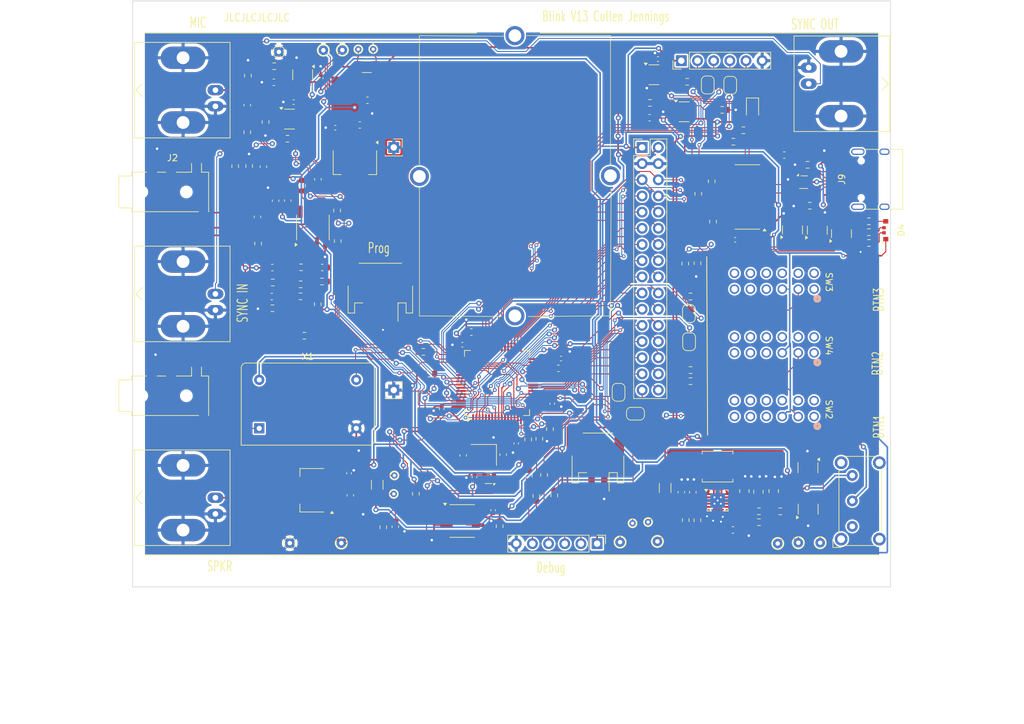
<source format=kicad_pcb>
(kicad_pcb (version 20240108) (generator "pcbnew") (generator_version "8.0")
  (title_block (title "Blink") (date "2024-04-10") (rev "V13") (company "Cullen Jennings"))
  (layers (0 "F.Cu" signal) (31 "B.Cu" power) (34 "B.Paste" user) (35 "F.Paste" user) (36 "B.SilkS" user "B.Silkscreen") (37 "F.SilkS" user "F.Silkscreen") (38 "B.Mask" user) (39 "F.Mask" user) (44 "Edge.Cuts" user))
  (net 0 "")
  (net 1 "+3.3V")
  (net 2 "/AUX_CLK")
  (net 3 "/AUX_GPS_PPS")
  (net 4 "/OSC_ADJ")
  (net 5 "/HSE_OUT")
  (net 6 "/HSE_IN")
  (net 7 "/GPS_PPS")
  (net 8 "+3.3VA")
  (net 9 "/LEDMG")
  (net 10 "/LEDMR")
  (net 11 "/NCOL1")
  (net 12 "/AUD_OUT")
  (net 13 "Net-(C7-Pad1)")
  (net 14 "/Mic")
  (net 15 "/BOOT1")
  (net 16 "/LEDMB")
  (net 17 "/NCOL3")
  (net 18 "/NCOL2")
  (net 19 "/NCOL5")
  (net 20 "/NCOL4")
  (net 21 "GND")
  (net 22 "/NCOL7")
  (net 23 "/NCOL6")
  (net 24 "/NCOL9")
  (net 25 "/NCOL8")
  (net 26 "/NROW1")
  (net 27 "/NCOL10")
  (net 28 "/NROW3")
  (net 29 "/NROW2")
  (net 30 "/NROW5")
  (net 31 "/NROW4")
  (net 32 "/SWDIO")
  (net 33 "/SWDCLK")
  (net 34 "/LED9")
  (net 35 "/LED10")
  (net 36 "/USB_RX")
  (net 37 "/USB_TX")
  (net 38 "/SCL")
  (net 39 "/AUD_IN")
  (net 40 "Net-(C17-Pad2)")
  (net 41 "Net-(R1-Pad2)")
  (net 42 "/DB3")
  (net 43 "/SDA")
  (net 44 "/NRST")
  (net 45 "/BOOT0")
  (net 46 "/GPS_RX1")
  (net 47 "/GPS_TX1")
  (net 48 "SYNC_IN")
  (net 49 "Net-(U1-VI)")
  (net 50 "Net-(C8-Pad1)")
  (net 51 "/Left")
  (net 52 "Net-(U2A-+)")
  (net 53 "/CLK")
  (net 54 "/AUX_MON_PPS")
  (net 55 "/LED7")
  (net 56 "/LED8")
  (net 57 "/LED1")
  (net 58 "/LED2")
  (net 59 "/BTN1")
  (net 60 "PPS_OUT")
  (net 61 "Net-(J11-In)")
  (net 62 "Net-(J7-Pin_2)")
  (net 63 "Net-(C13-Pad2)")
  (net 64 "Net-(U4-VCAP_1)")
  (net 65 "Net-(U2A--)")
  (net 66 "Net-(U4-VCAP_2)")
  (net 67 "/Right")
  (net 68 "Net-(U2B--)")
  (net 69 "Net-(U2B-+)")
  (net 70 "Net-(R25-Pad1)")
  (net 71 "Net-(R35-Pad1)")
  (net 72 "Net-(J13-In)")
  (net 73 "Net-(R24-Pad1)")
  (net 74 "Net-(R28-Pad2)")
  (net 77 "Net-(C26-Pad1)")
  (net 78 "VBUS")
  (net 79 "+BATT")
  (net 80 "Net-(D1-K)")
  (net 81 "Net-(J9-CC1)")
  (net 82 "Net-(J9-D+-PadA6)")
  (net 83 "Net-(J9-D--PadA7)")
  (net 85 "Net-(J9-CC2)")
  (net 87 "Net-(U9-STAT)")
  (net 88 "Net-(U9-PROG)")
  (net 89 "Net-(U7-UD+)")
  (net 90 "Net-(U7-UD-)")
  (net 96 "/USB_DTR")
  (net 97 "/USB_RTS")
  (net 99 "/LED3")
  (net 100 "/LED5")
  (net 101 "Net-(R36-Pad1)")
  (net 104 "/LED6")
  (net 105 "/LED4")
  (net 106 "/MON_PPS")
  (net 108 "Net-(X1-Vcontrol)")
  (net 109 "Net-(J7-Pin_3)")
  (net 110 "Net-(J7-Pin_4)")
  (net 111 "Net-(J7-Pin_5)")
  (net 112 "/AUX_SYNC_IN")
  (net 114 "Net-(D4-BK)")
  (net 115 "Net-(D4-GK)")
  (net 116 "Net-(D4-RK)")
  (net 117 "Net-(Q3-D)")
  (net 118 "Net-(Q4-D)")
  (net 119 "Net-(Q5-D)")
  (net 130 "Net-(U7-TXD)")
  (net 131 "Net-(U7-RXD)")
  (net 132 "Net-(SW1-B)")
  (net 133 "Net-(U7-~{DTR})")
  (net 134 "Net-(U7-~{RTS})")
  (net 153 "Net-(U13-VI)")
  (net 154 "Net-(SW1-C)")
  (net 159 "Net-(JP5-A)")
  (net 160 "/BTN2")
  (net 161 "Net-(R54-Pad1)")
  (net 163 "/VIN1")
  (net 164 "Net-(U16-VAUX)")
  (net 165 "+4V")
  (net 166 "/FL1")
  (net 167 "/FL2")
  (net 168 "Net-(U16-EN)")
  (net 169 "Net-(U16-PS{slash}SYNC)")
  (net 170 "Net-(R59-Pad1)")
  (net 171 "Net-(U16-PG)")
  (net 172 "/BTN3")
  (net 173 "Net-(U16-FB)")
  (net 174 "Net-(J4-In)")
  (net 175 "Net-(J12-In)")
  (footprint "Capacitor_SMD:C_0603_1608Metric" (layer "F.Cu") (at 192.172507 56.331122 180)
    (property "Reference" "C29" (hide yes))
    (property "Value" "4u7")
  )
  (footprint "Package_TO_SOT_SMD:SOT-23" (layer "F.Cu") (at 222.3 74.5375 90)
    (property "Reference" "Q5" (hide yes))
    (property "Value" "2N7002")
  )
  (footprint "Capacitor_SMD:C_0603_1608Metric" (layer "F.Cu") (at 169.180329 109.229894 -90)
    (property "Reference" "C11" (hide yes))
    (property "Value" "33p" (hide yes))
  )
  (footprint "Resistor_SMD:R_0603_1608Metric" (layer "F.Cu") (at 175.6 112.425 -90)
    (property "Reference" "R43" (hide yes))
    (property "Value" "1K0")
  )
  (footprint "Resistor_SMD:R_1206_3216Metric" (layer "F.Cu") (at 149.4 113.9625 -90)
    (property "Reference" "R38" (hide yes))
    (property "Value" "0R1")
  )
  (footprint "Capacitor_SMD:C_0402_1005Metric" (layer "F.Cu") (at 171.238478 107.467066 -90)
    (property "Reference" "C22" (hide yes))
    (property "Value" "100n")
  )
  (footprint "Resistor_SMD:R_0603_1608Metric" (layer "F.Cu") (at 155.475341 115.375581 -90)
    (property "Reference" "R12" (hide yes))
    (property "Value" "1K5")
  )
  (footprint "TestPoint:TestPoint_THTPad_D1.5mm_Drill0.7mm" (layer "F.Cu") (at 187.537511 122.967646)
    (property "Reference" "TP20" (hide yes))
    (property "Value" "~")
  )
  (footprint "Resistor_SMD:R_0603_1608Metric" (layer "F.Cu") (at 209.332515 118.123319 180)
    (property "Reference" "R59" (hide yes))
    (property "Value" "47K")
  )
  (footprint "Jumper:SolderJumper-2_P1.3mm_Bridged_RoundedPad1.0x1.5mm" (layer "F.Cu") (at 187.3 99.45 90)
    (property "Reference" "JP2" (hide yes))
    (property "Value" "SolderJumper_2_Bridged")
  )
  (footprint "Jumper:SolderJumper-2_P1.3mm_Bridged2Bar_RoundedPad1.0x1.5mm" (layer "F.Cu") (at 204.831425 51.234885 -90)
    (property "Reference" "JP6" (hide yes))
    (property "Value" "SolderJumper_2_Bridged")
  )
  (footprint "Package_TO_SOT_SMD:SOT-23-5" (layer "F.Cu") (at 137.700527 49.59004 -90)
    (property "Reference" "U5" (hide yes))
    (property "Value" "SN74LVC1G14DBV" (hide yes))
  )
  (footprint "Resistor_SMD:R_0603_1608Metric" (layer "F.Cu") (at 133.234948 48.24416 180)
    (property "Reference" "R24" (hide yes))
    (property "Value" "200R")
  )
  (footprint "Resistor_SMD:R_0603_1608Metric" (layer "F.Cu") (at 129.297294 63.911164 90)
    (property "Reference" "R11" (hide yes))
    (property "Value" "1K0")
  )
  (footprint "TestPoint:TestPoint_THTPad_D1.0mm_Drill0.5mm" (layer "F.Cu") (at 146.43114 45.590117 180)
    (property "Reference" "TP2" (hide yes))
    (property "Value" "~")
  )
  (footprint "Resistor_SMD:R_0603_1608Metric" (layer "F.Cu") (at 140.067451 85.608015 -90)
    (property "Reference" "R3" (hide yes))
    (property "Value" "47K")
  )
  (footprint "blinky_footprints:PBH4UOANAGX" (layer "F.Cu") (at 218 83.25 -90)
    (property "Reference" "SW3")
    (property "Value" "SW_Push_4PDT")
  )
  (footprint "Jumper:SolderJumper-2_P1.3mm_Bridged_RoundedPad1.0x1.5mm" (layer "F.Cu") (at 198.36827 91.508948 -90)
    (property "Reference" "JP3" (hide yes))
    (property "Value" "SolderJumper_2_Bridged")
  )
  (footprint "TestPoint:TestPoint_THTPad_D1.5mm_Drill0.7mm" (layer "F.Cu") (at 143.769375 123.126953)
    (property "Reference" "TP15" (hide yes))
    (property "Value" "~")
  )
  (footprint "Capacitor_SMD:C_0603_1608Metric" (layer "F.Cu") (at 133.168258 50.770769)
    (property "Reference" "C25" (hide yes))
    (property "Value" "47p")
  )
  (footprint "Capacitor_SMD:C_0603_1608Metric" (layer "F.Cu") (at 198.957239 115.135026 90)
    (property "Reference" "C34" (hide yes))
    (property "Value" "10u")
  )
  (footprint "Capacitor_SMD:C_0603_1608Metric" (layer "F.Cu") (at 213.32 62.2)
    (property "Reference" "C28" (hide yes))
    (property "Value" "4u7")
  )
  (footprint "Resistor_SMD:R_0603_1608Metric" (layer "F.Cu") (at 198.590493 97.691997 180)
    (property "Reference" "R36" (hide yes))
    (property "Value" "1K0")
  )
  (footprint "MountingHole:MountingHole_2.2mm_M2" (layer "F.Cu") (at 221.69363 127.127377 90)
    (property "Reference" "H5" (hide yes))
    (property "Value" "M2" (hide yes))
  )
  (footprint "Crystal:Crystal_SMD_3225-4Pin_3.2x2.5mm" (layer "F.Cu") (at 166.125431 109.282951 180)
    (property "Reference" "Y1" (hide yes))
    (property "Value" "16MHz " (hide yes))
  )
  (footprint "Package_SO:SOIC-16_3.9x9.9mm_P1.27mm" (layer "F.Cu") (at 207.525 68.775 180)
    (property "Reference" "U7" (hide yes))
    (property "Value" "CH340C")
  )
  (footprint "Capacitor_SMD:C_0603_1608Metric" (layer "F.Cu") (at 133.436866 69.362193 -90)
    (property "Reference" "C5" (hide yes))
    (property "Value" "10u")
  )
  (footprint "Package_SON:Texas_S-PWSON-N10_ThermalVias" (layer "F.Cu") (at 202.857239 116.435026)
    (property "Reference" "U16" (hide yes))
    (property "Value" "TPS63060")
  )
  (footprint "Resistor_SMD:R_0603_1608Metric" (layer "F.Cu") (at 198.590941 84.405597 180)
    (property "Reference" "R25" (hide yes))
    (property "Value" "1K0")
  )
  (footprint "Resistor_SMD:R_0603_1608Metric" (layer "F.Cu") (at 140.736762 82.04725 180)
    (property "Reference" "R4" (hide yes))
    (property "Value" "47K")
  )
  (footprint "Resistor_SMD:R_0603_1608Metric" (layer "F.Cu") (at 174.4 115.725 -90)
    (property "Reference" "R44" (hide yes))
    (property "Value" "1K0")
  )
  (footprint "Capacitor_SMD:C_0603_1608Metric" (layer "F.Cu") (at 132.85053 84.408681 180)
    (property "Reference" "C27" (hide yes))
    (property "Value" "100n")
  )
  (footprint "Connector_PinHeader_2.54mm:PinHeader_2x16_P2.54mm_Vertical" (layer "F.Cu") (at 191 61)
    (property "Reference" "J14" (hide yes))
    (property "Value" "Conn_02x16_Odd_Even")
  )
  (footprint "Resistor_SMD:R_0603_1608Metric" (layer "F.Cu") (at 143.1 70.9 -90)
    (property "Reference" "R19" (hide yes))
    (property "Value" "560R")
  )
  (footprint "Package_TO_SOT_SMD:SOT-223-3_TabPin2" (layer "F.Cu") (at 145.9 63.35 -90)
    (property "Reference" "U13" (hide yes))
    (property "Value" "AMS1117-3.3")
  )
  (footprint "Jumper:SolderJumper-2_P1.3mm_Bridged_RoundedPad1.0x1.5mm" (layer "F.Cu") (at 198.343031 87.092308 90)
    (property "Reference" "JP4" (hide yes))
    (property "Value" "SolderJumper_2_Bridged")
  )
  (footprint "blinky_footprints:PBH4UOANAGX" (layer "F.Cu") (at 218 103.25 -90)
    (property "Reference" "SW2")
    (property "Value" "SW_Push_4PDT")
  )
  (footprint "Jumper:SolderJumper-2_P1.3mm_Bridged_RoundedPad1.0x1.5mm" (layer "F.Cu") (at 189.95 102.8)
    (property "Reference" "JP1" (hide yes))
    (property "Value" "SolderJumper_2_Bridged")
  )
  (footprint "Connector_JST:JST_PH_S2B-PH-SM4-TB_1x02-1MP_P2.00mm_Horizontal" (layer "F.Cu") (at 184.060701 110.358027 180)
    (property "Reference" "J1" (hide yes))
    (property "Value" "Conn_01x02" (hide yes))
  )
  (footprint "Resistor_SMD:R_0603_1608Metric" (layer "F.Cu") (at 192.225 54)
    (property "Reference" "R27" (hide yes))
    (property "Value" "1K0")
  )
  (footprint "Package_TO_SOT_SMD:SOT-23-5" (layer "F.Cu") (at 135.6375 56.55)
    (property "Reference" "U6" (hide yes))
    (property "Value" "SN74LVC1G14DBV" (hide yes))
  )
  (footprint "Connector_PinHeader_2.54mm:PinHeader_1x06_P2.54mm_Vertical" (layer "F.Cu") (at 183.930404 123.211096 -90)
    (property "Reference" "J7" (hide yes))
    (property "Value" "Conn_01x06_Pin" (hide yes))
  )
  (footprint "Capacitor_SMD:C_0402_1005Metric" (layer "F.Cu") (at 176.879117 101.228219 -90)
    (property "Reference" "C12" (hide yes))
    (property "Value" "100n")
  )
  (footprint "Resistor_SMD:R_0603_1608Metric" (layer "F.Cu") (at 173.2 112.525 -90)
    (property "Reference" "R45" (hide yes))
    (property "Value" "1K0")
  )
  (footprint "blinky_footprints:BatteryFlat1" (layer "F.Cu") (at 171.024553 65.44537)
    (property "Reference" "B1" (hide yes))
    (property "Value" "~")
  )
  (footprint "TestPoint:TestPoint_THTPad_D1.0mm_Drill0.5mm" (layer "F.Cu") (at 189.493312 120.008981)
    (property "Reference" "TP12" (hide yes))
    (property "Value" "~")
  )
  (footprint "Package_TO_SOT_SMD:SOT-23-5" (layer "F.Cu") (at 192.858785 49.582849)
    (property "Reference" "U14" (hide yes))
    (property "Value" "SN74LVC1G14DBV")
  )
  (footprint "Capacitor_SMD:C_0603_1608Metric" (layer "F.Cu") (at 164.186075 89.989206)
    (property "Reference" "C19" (hide yes))
    (property "Value" "2u2")
  )
  (footprint "Resistor_SMD:R_0603_1608Metric" (layer "F.Cu") (at 129.1 49.7125 90)
    (property "Reference" "R13" (hide yes))
    (property "Value" "560R")
  )
  (footprint "TestPoint:TestPoint_THTPad_D1.5mm_Drill0.7mm" (layer "F.Cu") (at 143.93474 45.708058 180)
    (property "Reference" "TP18" (hide yes))
    (property "Value" "~")
  )
  (footprint "Resistor_SMD:R_0603_1608Metric" (layer "F.Cu") (at 205.325 60.1 180)
    (property "Reference" "R49" (hide yes))
    (property "Value" "1K0")
  )
  (footprint "Package_TO_SOT_SMD:SOT-563" (layer "F.Cu") (at 166.9773 112.865437 180)
    (property "Reference" "U10" (hide yes))
    (property "Value" "TMP112AIDRLR")
  )
  (footprint "Capacitor_SMD:C_0603_1608Metric" (layer "F.Cu") (at 140.774262 79.84725 180)
    (property "Reference" "C9" (hide yes))
    (property "Value" "100n")
  )
  (footprint "Resistor_SMD:R_0603_1608Metric" (layer "F.Cu") (at 212.700169 118.143063 180)
    (property "Reference" "R60" (hide yes))
    (property "Value" "33R0")
  )
  (footprint "Package_TO_SOT_SMD:SOT-666" (layer "F.Cu") (at 216.345065 66.447946)
    (property "Reference" "U8" (hide yes))
    (property "Value" "USBLC6-2P6")
  )
  (footprint "TestPoint:TestPoint_THTPad_D1.5mm_Drill0.7mm" (layer "F.Cu") (at 133.960115 45.997854)
    (property "Reference" "TP14" (hide yes))
    (property "Value" "~")
  )
  (footprint "Resistor_SMD:R_0603_1608Metric" (layer "F.Cu") (at 176.525545 105.230293 -90)
    (property "Reference" "R31" (hide yes))
    (property "Value" "4K7")
  )
  (footprint "TestPoint:TestPoint_THTPad_D1.5mm_Drill0.7mm" (layer "F.Cu") (at 212.288048 123.186499)
    (property "Reference" "TP11" (hide yes))
    (property "Value" "~")
  )
  (footprint "Package_TO_SOT_SMD:SOT-223-3_TabPin2" (layer "F.Cu") (at 139.173781 114.828555 180)
    (property "Reference" "U1" (hide yes))
    (property "Value" "AMS1117-3.3" (hide yes))
  )
  (footprint "Package_TO_SOT_SMD:SOT-23-5" (layer "F.Cu") (at 217.070558 117.788125 90)
    (property "Reference" "U11" (hide yes))
    (property "Value" "MAX40200AUK")
  )
  (footprint "TestPoint:TestPoint_THTPad_D1.0mm_Drill0.5mm" (layer "F.Cu") (at 152 115.4)
    (property "Reference" "TP3" (hide yes))
    (property "Value" "~")
  )
  (footprint "Capacitor_SMD:C_0402_1005Metric" (layer "F.Cu") (at 144.97611 112.162498 -90)
    (property "Reference" "C1" (hide yes))
    (property "Value" "100n")
  )
  (footprint "Capacitor_SMD:C_0402_1005Metric" (layer "F.Cu") (at 142.8248 57.890021)
    (property "Reference" "C31" (hide yes))
    (property "Value" "100n")
  )
  (footprint "TestPoint:TestPoint_THTPad_D1.5mm_Drill0.7mm" (layer "F.Cu") (at 193.398197 122.86005)
    (property "Reference" "TP10" (hide yes))
    (property "Value" "~")
  )
  (footprint "Resistor_SMD:R_0603_1608Metric" (layer "F.Cu") (at 217.325 70.15)
    (property "Reference" "R22" (hide yes))
    (property "Value" "5K1")
  )
  (footprint "Capacitor_SMD:C_0402_1005Metric" (layer "F.Cu") (at 167.619668 117.958331 90)
    (property "Reference" "C20" (hide yes))
    (property "Value" "100n")
  )
  (footprint "blinky_footprints:Jack_3.5mm_PJ320D_Horizontal-CJ" (layer "F.Cu") (at 118 68)
    (property "Reference" "J2")
    (property "Value" "PJ-320D")
  )
  (footprint "Capacitor_SMD:C_0603_1608Metric" (layer "F.Cu") (at 152.248698 120.55049 -90)
    (property "Reference" "C10" (hide yes))
    (property "Value" "100n")
  )
  (footprint "Resistor_SMD:R_0603_1608Metric" (layer "F.Cu") (at 216.975 63.725)
    (property "Reference" "R21" (hide yes))
    (property "Value" "5K1")
  )
  (footprint "Capacitor_SMD:C_0402_1005Metric" (layer "F.Cu") (at 193.478416 47.130016 180)
    (property "Reference" "C32" (hide yes))
    (property "Value" "100n")
  )
  (footprint "Capacitor_SMD:C_0603_1608Metric" (layer "F.Cu") (at 205.255886 121.058448 180)
    (property "Reference" "C36" (hide yes))
    (property "Value" "100n")
  )
  (footprint "Capacitor_SMD:C_0603_1608Metric" (layer "F.Cu") (at 146.669275 57.469231 180)
    (property "Reference" "C33" (hide yes))
    (property "Value" "10u")
  )
  (footprint "Capacitor_SMD:C_0402_1005Metric" (layer "F.Cu") (at 164.6773 112.765437 -90)
    (property "Reference" "C30" (hide yes))
    (property "Value" "100n")
  )
  (footprint "Capacitor_SMD:C_0603_1608Metric" (layer "F.Cu") (at 131.535747 64.017831 -90)
    (property "Reference" "C17" (hide yes))
    (property "Value" "100n")
  )
  (footprint "Capacitor_SMD:C_0603_1608Metric" (layer "F.Cu") (at 147.868028 53.60334 180)
    (property "Reference" "C4" (hide yes))
    (property "Value" "100n")
  )
  (footprint "Resistor_SMD:R_0603_1608Metric" (layer "F.Cu") (at 129 58.6125 -90)
    (property "Reference" "R6" (hide yes))
    (property "Value" "10K")
  )
  (footprint "Resistor_SMD:R_0603_1608Metric" (layer "F.Cu") (at 143.2 75.7 90)
    (property "Reference" "R1" (hide yes))
    (property "Value" "560R")
  )
  (footprint "Capacitor_SMD:C_0805_2012Metric" (layer "F.Cu") (at 211.657239 114.960026 90)
    (property "Reference" "C38" (hide yes))
    (property "Value" "22uF")
  )
  (footprint "TestPoint:TestPoint_THTPad_D1.5mm_Drill0.7mm" (layer "F.Cu") (at 218.954803 123.063948)
    (property "Reference" "TP16" (hide yes))
    (property "Value" "~")
  )
  (footprint "Resistor_SMD:R_0603_1608Metric" (layer "F.Cu") (at 226.6 76 180)
    (property "Reference" "R48" (hide yes))
    (property "Value" "47R")
  )
  (footprint "Button_Switch_THT:SW_E-Switch_EG1224_SPDT_Angled" (layer "F.Cu") (at 224 120.5 90)
    (property "Reference" "SW1" (hide yes))
    (property "Value" "SW_SPDT")
  )
  (footprint "Connector_PinSocket_2.54mm:PinSocket_1x01_P2.54mm_Vertical" (layer "F.Cu") (at 152 61)
    (property "Reference" "J15" (hide yes))
    (property "Value" "Conn_01x01")
  )
  (footprint "Package_SO:SOIC-8_3.9x4.9mm_P1.27mm" (layer "F.Cu") (at 162.75185 119.652888)
    (property "Reference" "U3" (hide yes))
    (property "Value" "M24C02-RMN")
  )
  (footprint "Capacitor_SMD:C_0402_1005Metric" (layer "F.Cu") (at 205.62 75.5)
    (property "Reference" "C2" (hide yes))
    (property "Value" "100n")
  )
  (footprint "Package_QFP:LQFP-64_10x10mm_P0.5mm" (layer "F.Cu") (at 168.213472 97.978212 90)
    (property "Reference" "U4" (hide yes))
    (property "Value" "STM32F405RGTx" (hide yes))
  )
  (footprint "Resistor_SMD:R_0603_1608Metric" (layer "F.Cu") (at 137.6 67 90)
    (property "Reference" "R7" (hide yes))
    (property "Value" "1R0")
  )
  (footprint "Oscillator:Oscillator_DIP-14" (layer "F.Cu") (at 130.88 105.11)
    (property "Reference" "X1")
    (property "Value" "GTXO-14V (2.048MHz)")
  )
  (footprint "Resistor_SMD:R_0603_1608Metric" (layer "F.Cu") (at 131.872968 57.008785 -90)
    (property "Reference" "R23" (hide yes))
    (property "Value" "1K0")
  )
  (footprint "Resistor_SMD:R_0603_1608Metric" (layer "F.Cu") (at 156.648108 93.099393)
    (property "Reference" "R17" (hide yes))
    (property "Value" "1K0")
  )
  (footprint "Capacitor_SMD:C_0402_1005Metric" (layer "F.Cu") (at 159.528381 102.074502 90)
    (property "Reference" "C18" (hide yes))
    (property "Value" "100n")
  )
  (footprint "Package_SO:SOIC-8_3.9x4.9mm_P1.27mm" (layer "F.Cu") (at 139.305 73.575 90)
    (property "Reference" "U2" (hide yes))
    (property "Value" "AD8397")
  )
  (footprint "Capacitor_SMD:C_0603_1608Metric" (layer "F.Cu") (at 129 54.35 -90)
    (property "Reference" "C13" (hide yes))
    (property "Value" "10u")
  )
  (footprint "Resistor_SMD:R_0603_1608Metric" (layer "F.Cu") (at 199.813361 68.276917 -90)
    (property "Reference" "R29" (hide yes))
    (property "Value" "1K0")
  )
  (footprint "Resistor_SMD:R_0603_1608Metric" (layer "F.Cu") (at 133.002513 82.205878)
    (property "Reference" "R16" (hide yes))
    (property "Value" "560R")
  )
  (footprint "Resistor_SMD:R_0603_1608Metric" (layer "F.Cu") (at 199.696506 79.182867 90)
    (property "Reference" "R53" (hide yes))
    (property "Value" "47K")
  )
  (footprint "Capacitor_SMD:C_0603_1608Metric" (layer "F.Cu") (at 162.888232 109.36092 90)
    (property "Reference" "C14" (hide yes))
    (property "Value" "33p" (hide yes))
  )
  (footprint "TestPoint:TestPoint_THTPad_D1.5mm_Drill0.7mm" (layer "F.Cu") (at 140.945242 45.731979)
    (property "Reference" "TP5" (hide yes))
    (property "Value" "~")
  )
  (footprint "blinky_footprints:Jack_3.5mm_PJ320D_Horizontal-CJ" (layer "F.Cu") (at 118 100)
    (property "Reference" "J3" (hide yes))
    (property "Value" "PJ-320D")
  )
  (footprint "blinky_footprints:PBH4UOANAGX" (layer "F.Cu") (at 218 93.25 -90)
    (property "Reference" "SW4")
    (property "Value" "SW_Push_4PDT")
  )
  (footprint "Resistor_SMD:R_1206_3216Metric" (layer "F.Cu") (at 194.608836 114.459067 90)
    (property "Reference" "R62" (hide yes))
    (property "Value" "0R1")
  )
  (footprint "MountingHole:MountingHole_2.2mm_M2" (layer "F.Cu") (at 117.513825 40.538568 90)
    (property "Reference" "H1" (hide yes))
    (property "Value" "M2" (hide yes))
  )
  (footprint "Resistor_SMD:R_0603_1608Metric" (layer "F.Cu") (at 127.10424 63.942052 -90)
    (property "Reference" "R10" (hide yes))
    (property "Value" "1K0")
  )
  (footprint "Capacitor_SMD:C_0603_1608Metric" (layer "F.Cu") (at 135.350039 69.334862 -90)
    (property "Reference" "C6" (hide yes))
    (property "Value" "100n")
  )
  (footprint "Resistor_SMD:R_0603_1608Metric" (layer "F.Cu") (at 209.352258 119.840974)
    (property "Reference" "R58" (hide yes))
    (property "Value" "5.6K")
  )
  (footprint "Resistor_SMD:R_0603_1608Metric" (layer "F.Cu") (at 198.071335 50.689597)
    (property "Reference" "R54" (hide yes))
    (property "Value" "1K0")
  )
  (footprint "Resistor_SMD:R_0603_1608Metric" (layer "F.Cu") (at 198.59447 95.950693 180)
    (property "Reference" "R35" (hide yes))
    (property "Value" "1K0")
  )
  (footprint "Resistor_SMD:R_0603_1608Metric" (layer "F.Cu") (at 168.619668 120.463331 -90)
    (property "Reference" "R15" (hide yes))
    (property "Value" "1K5")
  )
  (footprint "Resistor_SMD:R_0603_1608Metric" (layer "F.Cu") (at 197.769739 79.226196 90)
    (property "Reference" "R52" (hide yes))
    (property "Value" "47K" (hide yes))
  )
  (footprint "Resistor_SMD:R_0603_1608Metric" (layer "F.Cu") (at 226.6 72.6)
    (property "Reference" "R46" (hide yes))
    (property "Value" "150R")
  )
  (footprint "Inductor_SMD:L_Coilcraft_XAL4020-XXX" (layer "F.Cu") (at 202.842239 111.110026)
    (property "Reference" "L1" (hide yes))
    (property "Value" "1.5uH")
  )
  (footprint "Capacitor_SMD:C_0603_1608Metric" (layer "F.Cu") (at 177.847579 95.686604 180)
    (property "Reference" "C16" (hide yes))
    (property "Value" "2u2")
  )
  (footprint "Capacitor_SMD:C_0402_1005Metric" (layer "F.Cu") (at 140.527418 50.134484 90)
    (property "Reference" "C23" (hide yes))
    (property "Value" "100n" (hide yes))
  )
  (footprint "Resistor_SMD:R_0603_1608Metric" (layer "F.Cu") (at 226.6 74.3)
    (property "Reference" "R47" (hide yes))
    (property "Value" "47R")
  )
  (footprint "blinky_footprints:BNC_Amphenol_B6252HB-NPP3G-50_Horizontal-CJ" (layer "F.Cu") (at 121.5 52 90)
    (property "Reference" "J11" (hide yes))
    (property "Value" "KH-BNC50-3511")
  )
  (footprint "Capacitor_SMD:C_0402_1005Metric" (layer "F.Cu") (at 136.282253 53.878065 180)
    (property "Reference" "C24" (hide yes))
    (property "Value" "100n" (hide yes))
  )
  (footprint "Resistor_SMD:R_1206_3216Metric" (layer "F.Cu") (at 147.770258 48.32638)
    (property "Reference" "R37" (hide yes))
    (property "Value" "0R1")
  )
  (footprint "Resistor_SMD:R_0603_1608Metric" (layer "F.Cu") (at 206.9 58.3)
    (property "Reference" "R50" (hide yes))
    (property "Value" "1K0")
  )
  (footprint "Capacitor_SMD:C_0603_1608Metric" (layer "F.Cu") (at 197.157239 115.135026 90)
    (property "Reference" "C35" (hide yes))
    (property "Value" "10u")
  )
  (footprint "TestPoint:TestPoint_THTPad_D1.5mm_Drill0.7mm" (layer "F.Cu") (at 215.523385 123.063948)
    (property "Reference" "TP17" (hide yes))
    (property "Value" "~")
  )
  (footprint "TestPoint:TestPoint_THTPad_D1.0mm_Drill0.5mm" (layer "F.Cu") (at 152.1 112.5)
    (property "Reference" "TP4" (hide yes))
    (property "Value" "~")
  )
  (footprint "Package_TO_SOT_SMD:SOT-23-5" (layer "F.Cu") (at 197.6 55.4)
    (property "Reference" "U9" (hide yes))
    (property "Value" "MCP73832-2-OT")
  )
  (footprint "Package_TO_SOT_SMD:SOT-23" (layer "F.Cu") (at 214.6 73.9375 90)
    (property "Reference" "Q3" (hide yes))
    (property "Value" "2N7002")
  )
  (footprint "Capacitor_SMD:C_0603_1608Metric" (layer "F.Cu") (at 130.6 71.9 90)
    (property "Reference" "C7" (hide yes))
    (property "Value" "10u")
  )
  (footprint "Resistor_SMD:R_0603_1608Metric" (layer "F.Cu") (at 135.307564 59.627514)
    (property "Reference" "R28" (hide yes))
    (property "Value" "1K0")
  )
  (footprint "Resistor_SMD:R_0603_1608Metric" (layer "F.Cu") (at 199.67955 119.533819 90)
    (property "Reference" "R57" (hide yes))
    (property "Value" "1K0")
  )
  (footprint "Capacitor_SMD:C_0805_2012Metric" (layer "F.Cu") (at 207.057239 114.960026 90)
    (property "Reference" "C40" (hide yes))
    (property "Value" "22uF")
  )
  (footprint "Resistor_SMD:R_0603_1608Metric" (layer "F.Cu") (at 130.7 76.0875 -90)
    (property "Reference" "R2" (hide yes))
    (property "Value" "560R")
  )
  (footprint "LED_SMD:LED_0805_2012Metric" (layer "F.Cu") (at 208.328762 54.919826 -90)
    (property "Reference" "D1" (hide yes))
    (property "Value" "LED")
  )
  (footprint "MountingHole:MountingHole_2.2mm_M2" (layer "F.Cu") (at 118.908606 127.389757 90)
    (property "Reference" "H4" (hide yes))
    (property "Value" "M2" (hide yes))
  )
  (footprint "Resistor_SMD:R_0603_1608Metric" (layer "F.Cu") (at 173.098711 106.84225 -90)
    (property "Reference" "R33" (hide yes))
    (property "Value" "4K7")
  )
  (footprint "Resistor_SMD:R_0603_1608Metric" (layer "F.Cu") (at 197.842627 119.513961 90)
    (property "Reference" "R56" (hide yes))
    (property "Value" "1K0")
  )
  (footprint "Resistor_SMD:R_0603_1608Metric" (layer "F.Cu") (at 177.2 115.625 -90)
    (property "Reference" "R42" (hide yes))
    (property "Value" "1K0")
  )
  (footprint "Capacitor_SMD:C_0603_1608Metric" (layer "F.Cu") (at 140.1 66 90)
    (property "Reference" "C26" (hide yes))
    (property "Value" "10u")
  )
  (footprint "Connector_JST:JST_PH_S3B-PH-SM4-TB_1x03-1MP_P2.00mm_Horizontal" (layer "F.Cu") (at 149.900984 83.6938 180)
    (property "Reference" "J6" (hide yes))
    (property "Value" "Conn_01x03")
  )
  (footprint "Connector_PinSocket_2.54mm:PinSocket_1x01_P2.54mm_Vertical" (layer "F.Cu") (at 152 99.1)
    (property "Reference" "J16" (hide yes))
    (property "Value" "Conn_01x01")
  )
  (footprint "Resistor_SMD:R_0603_1608Metric" (layer "F.Cu") (at 157.599679 96.513749 180)
    (property "Reference" "R26" (hide yes))
    (property "Value" "4K7")
  )
  (footprint "Resistor_SMD:R_0603_1608Metric" (layer "F.Cu") (at 174.861452 106.755413 -90)
    (property "Reference" "R32" (hide yes))
    (property "Value" "4K7")
  )
  (footprint "blinky_footprints:USB_C_Receptacle_HRO_TYPE-C-31-M-12" (layer "F.Cu") (at 228 66 90)
    (property "Reference" "J9")
    (property "Value" "USB_C_Receptacle")
  )
  (footprint "TestPoint:TestPoint_THTPad_D1.0mm_Drill0.5mm" (layer "F.Cu") (at 191.929693 119.822917)
    (property "Reference" "TP13" (hide yes))
    (property "Value" "~")
  )
  (footprint "Resistor_SMD:R_0603_1608Metric" (layer "F.Cu") (at 137.363209 84.383749 180)
    (property "Reference" "R40" (hide yes))
    (property "Value" "4K7")
  )
  (footprint "Capacitor_SMD:C_0402_1005Metric" (layer "F.Cu") (at 178.268925 94.148716)
    (property "Reference" "C15" (hide yes))
    (property "Value" "100n")
  )
  (footprint "blinky_footprints:BNC_Amphenol_B6252HB-NPP3G-50_Horizontal-CJ" (layer "F.Cu") (at 219.652288 51 -90)
    (property "Reference" "J4" (hide yes))
    (property "Value" "KH-BNC50-3511")
  )
  (footprint "blinky_footprints:BNC_Amphenol_B6252HB-NPP3G-50_Horizontal-CJ" (layer "F.Cu") (at 121.5 84 90)
    (property "Reference" "J12" (hide yes))
    (property "Value" "KH-BNC50-3511")
  )
  (footprint "Jumper:SolderJumper-2_P1.3mm_Bridged2Bar_RoundedPad1.0x1.5mm" (layer "F.Cu") (at 201.299169 51.18397 -90)
    (property "Reference" "JP5" (hide yes))
    (property "Value" "SolderJumper_2_Bridged")
  )
  (footprint "blinky_footprints:LED_RGB_MHS110FRGBCT" (layer "F.Cu") (at 229.8 74 90)
    (property "Reference" "D4")
    (property "Value" "LED_ABGR")
  )
  (footprint "Connector_PinHeader_2.54mm:PinHeader_1x06_P2.54mm_Vertical" (layer "F.Cu") (at 197.148661 47.379143 90)
    (property "Reference" "J5" (hide yes))
    (property "Value" "Conn_01x06_Pin")
  )
  (footprint "TestPoint:TestPoint_THTPad_D1.0mm_Drill0.5mm" (layer "F.Cu") (at 148.770286 45.570461 180)
    (property "Reference" "TP1" (hide yes))
    (property "Value" "~")
  )
  (footprint "Resistor_SMD:R_0603_1608Metric" (layer "F.Cu") (at 132.950392 86.253587 180)
    (property "Reference" "R41" (hide yes))
    (property "Value" "4K7")
  )
  (footprint "Capacitor_SMD:C_0805_2012Metric" (layer "F.Cu") (at 209.257239 115.060026 90)
    (property "Reference" "C39" (hide yes))
    (property "Value" "22uF")
  )
  (footprint "TestPoint:TestPoint_THTPad_D1.5mm_Drill0.7mm" (layer "F.Cu") (at 135.679284 123.126953)
    (property "Reference" "TP9" (hide yes))
    (property "Value" "~")
  )
  (footprint "Package_TO_SOT_SMD:SOT-23" (layer "F.Cu") (at 218.5 74 90)
    (property "Reference" "Q4" (hide yes))
    (property "Value" "2N7002")
  )
  (footprint "Resistor_SMD:R_0603_1608Metric" (layer "F.Cu") (at 137.451365 79.822931 180)
    (property "Reference" "R5" (hide yes))
    (property "Value" "1K0")
  )
  (footprint "Capacitor_SMD:C_0603_1608Metric" (layer "F.Cu") (at 145.192221 115.628474 90)
    (property "Reference" "C3" (hide yes))
    (property "Value" "10u")
  )
  (footprint "Resistor_SMD:R_0603_1608Metric" (layer "F.Cu") (at 137.974264 90.566679)
    (property "Reference" "R39" (hide yes))
    (property "Value" "47K")
  )
  (footprint "Capacitor_SMD:C_0402_1005Metric" (layer "F.Cu") (at 162.757468 91.978923 180)
    (property "Reference" "C21" (hide yes))
    (property "Value" "100n")
  )
  (footprint "Resistor_SMD:R_0603_1608Metric" (layer "F.Cu") (at 137.375 82.5)
    (property "Reference" "R8" (hide yes))
    (property "Value" "100K")
  )
  (footprint "Resistor_SMD:R_0603_1608Metric" (layer "F.Cu") (at 201.916515 66.318807 90)
    (property "Reference" "R20" (hide yes))
    (property "Value" "1K0")
  )
  (footprint "Resistor_SMD:R_0603_1608Metric" (layer "F.Cu") (at 203.575 55.1)
    (property "Reference" "R30" (hide yes))
    (property "Value" "2K0")
  )
  (footprint "Resistor_SMD:R_0603_1608Metric" (layer "F.Cu") (at 150.348698 120.636558 90)
    (property "Reference" "R9" (hide yes))
    (property "Value" "47K")
  )
  (footprint "MountingHole:MountingHole_2.2mm_M2" (layer "F.Cu") (at 224.148165 40.323299 90)
    (property "Reference" "H3" (hide yes))
    (property "Value" "M2" (hide yes))
  )
  (footprint "Package_TO_SOT_SMD:SOT-23-5" (layer "F.Cu") (at 217.028376 111.28843 -90)
    (property "Reference" "U12" (hide yes))
    (property "Value" "MAX40200AUK")
  )
  (footprint "Capacitor_SMD:C_0603_1608Metric" (layer "F.Cu") (at 132.935954 79.86063 180)
    (property "Reference" "C8" (hide yes))
    (property "Value" "10u")
  )
  (footprint "Resistor_SMD:R_0603_1608Metric" (layer "F.Cu") (at 202.130088 72.63372 -90)
    (property "Reference" "R51" (hide yes))
    (property "Value" "47K")
  )
  (footprint "blinky_footprints:BNC_Amphenol_B6252HB-NPP3G-50_Horizontal-CJ" (layer "F.Cu") (at 121.5 116 90)
    (property "Reference" "J13" (hide yes))
    (property "Value" "KH-BNC50-3511")
  )
  (gr_line (start 201.141681 78.147656) (end 201.275923 106.161489) (stroke (width 0.15)) (layer "F.SilkS"))
  (gr_line (start 175 43) (end 228 43) (stroke (width 0.15)) (layer "F.SilkS"))
  (gr_line (start 113 125) (end 228 125) (stroke (width 0.15)) (layer "F.SilkS"))
  (gr_line (start 113 43) (end 165 43) (stroke (width 0.15)) (layer "F.SilkS"))
  (gr_line (start 230 130) (end 111 130) (stroke (width 0.1)) (layer "Edge.Cuts"))
  (gr_line (start 111 38) (end 230 38) (stroke (width 0.1)) (layer "Edge.Cuts"))
  (gr_line (start 230 38) (end 230 130) (stroke (width 0.1)) (layer "Edge.Cuts"))
  (gr_line (start 111 38) (end 111 130) (stroke (width 0.1)) (layer "Edge.Cuts"))
  (gr_text "Blink V13 Cullen Jennings " (at 175.22069 41.354948 0) (layer "F.SilkS") (effects (font (size 1.6 1)) (justify left bottom)))
  (gr_text "BTN2\n" (at 228.9 96.9 90) (layer "F.SilkS") (effects (font (size 1.6 1)) (justify left bottom)))
  (gr_text "Prog" (at 147.838289 77.721776 0) (layer "F.SilkS") (effects (font (size 1.6 1)) (justify left bottom)))
  (gr_text "BTN3" (at 229.1 86.9 90) (layer "F.SilkS") (effects (font (size 1.6 1)) (justify left bottom)))
  (gr_text "JLCJLCJLCJLC" (at 125.279243 41.313146 0) (layer "F.SilkS") (effects (font (size 1.2 1)) (justify left bottom)))
  (gr_text "SYNC IN" (at 129.2 88.6 90) (layer "F.SilkS") (effects (font (size 1.6 1)) (justify left bottom)))
  (gr_text "SPKR" (at 122.6 127.7 0) (layer "F.SilkS") (effects (font (size 1.6 1)) (justify left bottom)))
  (gr_text "Debug" (at 174.309326 127.898726 0) (layer "F.SilkS") (effects (font (size 1.6 1)) (justify left bottom)))
  (gr_text "SYNC OUT" (at 214.3 42.6 0) (layer "F.SilkS") (effects (font (size 1.6 1)) (justify left bottom)))
  (gr_text "MIC" (at 119.850399 42.340224 0) (layer "F.SilkS") (effects (font (size 1.6 1)) (justify left bottom)))
  (gr_text "BTN1" (at 229.1 106.8 90) (layer "F.SilkS") (effects (font (size 1.6 1)) (justify left bottom)))
  (segment (start 163.246048 90.976807) (end 164.249939 90.976807) (width 0.25) (layer "F.Cu") (net 1))
  (segment (start 205.14 74.44) (end 205.05 74.35) (width 0.25) (layer "F.Cu") (net 1))
  (segment (start 183.930404 121.69476) (end 183.930404 123.211096) (width 0.25) (layer "F.Cu") (net 1))
  (segment (start 160.398571 102.554502) (end 160.718145 102.234928) (width 0.25) (layer "F.Cu") (net 1))
  (segment (start 195.697029 47.379143) (end 197.148661 47.379143) (width 0.25) (layer "F.Cu") (net 1))
  (segment (start 153.5 116.275857) (end 151.154043 118.621814) (width 0.15) (layer "F.Cu") (net 1))
  (segment (start 147.81635 121.727723) (end 147.81635 115.060671) (width 0.15) (layer "F.Cu") (net 1))
  (segment (start 143.769375 123.126953) (end 146.41712 123.126953) (width 0.15) (layer "F.Cu") (net 1))
  (segment (start 147.247827 111.491365) (end 147.908172 110.83102) (width 0.25) (layer "F.Cu") (net 1))
  (segment (start 147.247827 111.491365) (end 147.247827 114.204983) (width 0.25) (layer "F.Cu") (net 1))
  (segment (start 138.650527 50.72754) (end 140.414362 50.72754) (width 0.25) (layer "F.Cu") (net 1))
  (segment (start 159.528381 102.554502) (end 160.398571 102.554502) (width 0.25) (layer "F.Cu") (net 1))
  (segment (start 147.913044 110.835892) (end 148.871281 110.835892) (width 0.25) (layer "F.Cu") (net 1))
  (segment (start 149.096022 121.208882) (end 149.348698 121.461558) (width 0.15) (layer "F.Cu") (net 1))
  (segment (start 205.090903 74.686131) (end 205.14 74.637034) (width 0.15) (layer "F.Cu") (net 1))
  (segment (start 188.485027 60.827484) (end 188.657543 61) (width 0.25) (layer "F.Cu") (net 1))
  (segment (start 167.619668 117.478331) (end 167.079668 117.478331) (width 0.25) (layer "F.Cu") (net 1))
  (segment (start 173.888472 100.728212) (end 176.10415 100.728212) (width 0.25) (layer "F.Cu") (net 1))
  (segment (start 147.908172 110.83102) (end 147.913044 110.835892) (width 0.25) (layer "F.Cu") (net 1))
  (segment (start 160.718145 102.234928) (end 161.235318 101.717755) (width 0.25) (layer "F.Cu") (net 1))
  (segment (start 156.681468 105.585107) (end 159.528381 102.738194) (width 0.25) (layer "F.Cu") (net 1))
  (segment (start 168.619668 117.538331) (end 168.619668 118.319208) (width 0.25) (layer "F.Cu") (net 1))
  (segment (start 202.154636 74.686131) (end 205.090903 74.686131) (width 0.15) (layer "F.Cu") (net 1))
  (segment (start 178.456066 116.220422) (end 183.930404 121.69476) (width 0.25) (layer "F.Cu") (net 1))
  (segment (start 229.25 75.4) (end 229.25 77.35) (width 0.15) (layer "F.Cu") (net 1))
  (segment (start 195.130562 47.911232) (end 195.67984 47.361954) (width 0.25) (layer "F.Cu") (net 1))
  (segment (start 164.054801 105.095997) (end 163.579214 105.095997) (width 0.25) (layer "F.Cu") (net 1))
  (segment (start 161.827444 90.185865) (end 162.618386 90.976807) (width 0.25) (layer "F.Cu") (net 1))
  (segment (start 193.996285 47.911232) (end 193.996285 47.167885) (width 0.25) (layer "F.Cu") (net 1))
  (segment (start 165.0973 113.245437) (end 165.4773 112.865437) (width 0.15) (layer "F.Cu") (net 1))
  (segment (start 195.67984 47.361954) (end 195.697029 47.379143) (width 0.25) (layer "F.Cu") (net 1))
  (segment (start 159.528381 102.738194) (end 159.528381 102.554502) (width 0.25) (layer "F.Cu") (net 1))
  (segment (start 170.553782 117.293314) (end 169.486378 118.360718) (width 0.25) (layer "F.Cu") (net 1))
  (segment (start 151.154043 118.621814) (end 149.096022 118.621814) (width 0.15) (layer "F.Cu") (net 1))
  (segment (start 169.444868 118.319208) (end 168.619668 118.319208) (width 0.25) (layer "F.Cu") (net 1))
  (segment (start 153.5 110.9) (end 153.5 116.275857) (width 0.15) (layer "F.Cu") (net 1))
  (segment (start 179.703632 91.833461) (end 179.500061 91.833461) (width 0.25) (layer "F.Cu") (net 1))
  (segment (start 155.2 113.1) (end 155.2 113.427854) (width 0.25) (layer "F.Cu") (net 1))
  (segment (start 188.657543 61) (end 191 61) (width 0.25) (layer "F.Cu") (net 1))
  (segment (start 145.169601 114.853474) (end 145.144682 114.828555) (width 0.25) (layer "F.Cu") (net 1))
  (segment (start 177.788925 93.544597) (end 177.788925 94.148716) (width 0.25) (layer "F.Cu") (net 1))
  (segment (start 136.762253 53.878065) (end 136.762253 55.587253) (width 0.25) (layer "F.Cu") (net 1))
  (segment (start 176.124157 100.748219) (end 176.10415 100.728212) (width 0.25) (layer "F.Cu") (net 1))
  (segment (start 176.879117 100.748219) (end 176.124157 100.748219) (width 0.25) (layer "F.Cu") (net 1))
  (segment (start 205.2 76.2) (end 205.14 76.14) (width 0.25) (layer "F.Cu") (net 1))
  (segment (start 136.762253 53.878065) (end 136.762253 53.156402) (width 0.25) (layer "F.Cu") (net 1))
  (segment (start 136.023781 114.828555) (end 142.323781 114.828555) (width 0.25) (layer "F.Cu") (net 1))
  (segment (start 164.463472 92.303212) (end 164.463472 91.19034) (width 0.25) (layer "F.Cu") (net 1))
  (segment (start 211.7 74.7) (end 210.2 76.2) (width 0.25) (layer "F.Cu") (net 1))
  (segment (start 147.104245 114.348566) (end 146.599337 114.853474) (width 0.25) (layer "F.Cu") (net 1))
  (segment (start 163.579214 105.095997) (end 160.718145 102.234928) (width 0.25) (layer "F.Cu") (net 1))
  (segment (start 163.237468 90.985387) (end 163.246048 90.976807) (width 0.25) (layer "F.Cu") (net 1))
  (segment (start 168.549648 117.538331) (end 168.619668 117.538331) (width 0.25) (layer "F.Cu") (net 1))
  (segment (start 147.81635 115.060671) (end 147.104245 114.348566) (width 0.15) (layer "F.Cu") (net 1))
  (segment (start 222.6 78) (end 228.6 78) (width 0.25) (layer "F.Cu") (net 1))
  (segment (start 193.958416 45.818324) (end 193.958416 47.130016) (width 0.25) (layer "F.Cu") (net 1))
  (segment (start 163.237468 91.978923) (end 163.237468 90.985387) (width 0.25) (layer "F.Cu") (net 1))
  (segment (start 167.079668 117.478331) (end 166.810111 117.747888) (width 0.25) (layer "F.Cu") (net 1))
  (segment (start 161.235318 101.717755) (end 161.245775 101.728212) (width 0.25) (layer "F.Cu") (net 1))
  (segment (start 205.14 76.14) (end 205.14 75.5) (width 0.25) (layer "F.Cu") (net 1))
  (segment (start 165.4773 112.865437) (end 166.2273 112.865437) (width 0.15) (layer "F.Cu") (net 1))
  (segment (start 210.2 76.2) (end 205.2 76.2) (width 0.25) (layer "F.Cu") (net 1))
  (segment (start 164.6773 113.245437) (end 165.0973 113.245437) (width 0.15) (layer "F.Cu") (net 1))
  (segment (start 205.14 74.637034) (end 205.14 74.44) (width 0.25) (layer "F.Cu") (net 1))
  (segment (start 140.552674 52.240755) (end 140.548481 52.236562) (width 0.25) (layer "F.Cu") (net 1))
  (segment (start 202.130088 74.661583) (end 202.154636 74.686131) (width 0.15) (layer "F.Cu") (net 1))
  (segment (start 193.996285 48.632849) (end 193.996285 47.911232) (width 0.25) (layer "F.Cu") (net 1))
  (segment (start 153.632647 105.585107) (end 156.681468 105.585107) (width 0.25) (layer "F.Cu") (net 1))
  (segment (start 155.2 113.427854) (end 155.475341 113.703195) (width 0.25) (layer "F.Cu") (net 1))
  (segment (start 138.204446 52.752614) (end 138.66596 52.2911) (width 0.25) (layer "F.Cu") (net 1))
  (segment (start 164.463472 104.687326) (end 164.054801 105.095997) (width 0.25) (layer "F.Cu") (net 1))
  (segment (start 205.14 75.5) (end 205.14 74.637034) (width 0.25) (layer "F.Cu") (net 1))
  (segment (start 164.6773 113.965437) (end 164.6773 113.245437) (width 0.15) (layer "F.Cu") (net 1))
  (segment (start 193.581631 45.441539) (end 193.958416 45.818324) (width 0.25) (layer "F.Cu") (net 1))
  (segment (start 202.130088 73.45872) (end 202.130088 74.661583) (width 0.15) (layer "F.Cu") (net 1))
  (segment (start 155.475341 113.703195) (end 155.475341 114.550581) (width 0.25) (layer "F.Cu") (net 1))
  (segment (start 164.365415 114.277322) (end 164.6773 113.965437) (width 0.15) (layer "F.Cu") (net 1))
  (segment (start 145.221214 114.801861) (end 145.142712 114.880363) (width 0.25) (layer "F.Cu") (net 1))
  (segment (start 205.05 74.35) (end 205.05 73.22) (width 0.25) (layer "F.Cu") (net 1))
  (segment (start 164.463472 91.19034) (end 164.249939 90.976807) (width 0.25) (layer "F.Cu") (net 1))
  (segment (start 193.996285 47.911232) (end 195.130562 47.911232) (width 0.25) (layer "F.Cu") (net 1))
  (segment (start 145.144682 114.828555) (end 142.323781 114.828555) (width 0.25) (layer "F.Cu") (net 1))
  (segment (start 211.81 69.41) (end 212.417492 70.017493) (width 0.25) (layer "F.Cu") (net 1))
  (segment (start 136.762253 53.156402) (end 137.166041 52.752614) (width 0.25) (layer "F.Cu") (net 1))
  (segment (start 146.41712 123.126953) (end 147.81635 121.727723) (width 0.15) (layer "F.Cu") (net 1))
  (segment (start 162.618386 90.976807) (end 163.246048 90.976807) (width 0.25) (layer "F.Cu") (net 1))
  (segment (start 138.66596 52.2911) (end 138.66596 50.742973) (width 0.25) (layer "F.Cu") (net 1))
  (segment (start 178.143231 100.35449) (end 177.272846 100.35449) (width 0.25) (layer "F.Cu") (net 1))
  (segment (start 164.463472 103.653212) (end 164.463472 104.687326) (width 0.25) (layer "F.Cu") (net 1))
  (segment (start 149.348698 121.461558) (end 150.348698 121.461558) (width 0.15) (layer "F.Cu") (net 1))
  (segment (start 145.192221 114.853474) (end 145.169601 114.853474) (width 0.25) (layer "F.Cu") (net 1))
  (segment (start 178.456066 108.258072) (end 178.456066 116.220422) (width 0.25) (layer "F.Cu") (net 1))
  (segment (start 146.599337 114.853474) (end 145.192221 114.853474) (width 0.25) (layer "F.Cu") (net 1))
  (segment (start 210 69.41) (end 211.81 69.41) (width 0.25) (layer "F.Cu") (net 1))
  (segment (start 169.486378 118.360718) (end 169.444868 118.319208) (width 0.25) (layer "F.Cu") (net 1))
  (segment (start 173.888472 94.228212) (end 177.709429 94.228212) (width 0.25) (layer "F.Cu") (net 1))
  (segment (start 179.500061 91.833461) (end 177.788925 93.544597) (width 0.25) (layer "F.Cu") (net 1))
  (segment (start 167.687277 117.538331) (end 168.549648 117.538331) (width 0.25) (layer "F.Cu") (net 1))
  (segment (start 140.548481 52.236562) (end 140.548481 50.635547) (width 0.25) (layer "F.Cu") (net 1))
  (segment (start 229.25 77.35) (end 228.6 78) (width 0.15) (layer "F.Cu") (net 1))
  (segment (start 137.166041 52.752614) (end 138.204446 52.752614) (width 0.25) (layer "F.Cu") (net 1))
  (segment (start 149.096022 118.621814) (end 149.096022 121.208882) (width 0.15) (layer "F.Cu") (net 1))
  (segment (start 177.272846 100.35449) (end 176.879117 100.748219) (width 0.25) (layer "F.Cu") (net 1))
  (segment (start 168.619668 118.319208) (end 168.619668 119.638331) (width 0.25) (layer "F.Cu") (net 1))
  (segment (start 161.245775 101.728212) (end 162.538472 101.728212) (width 0.25) (layer "F.Cu") (net 1))
  (segment (start 147.247827 114.204983) (end 147.104245 114.348566) (width 0.25) (layer "F.Cu") (net 1))
  (segment (start 166.810111 117.747888) (end 165.22685 117.747888) (width 0.25) (layer "F.Cu") (net 1))
  (via (at 188.485027 60.827484) (size 0.8) (drill 0.4) (layers "F.Cu" "B.Cu") (net 1))
  (via (at 211.7 74.7) (size 0.6) (drill 0.3) (layers "F.Cu" "B.Cu") (net 1))
  (via (at 178.143231 100.35449) (size 0.6) (drill 0.3) (layers "F.Cu" "B.Cu") (net 1))
  (via (at 179.703632 91.833461) (size 0.8) (drill 0.4) (layers "F.Cu" "B.Cu") (net 1))
  (via (at 193.581631 45.441539) (size 0.8) (drill 0.4) (layers "F.Cu" "B.Cu") (net 1))
  (via (at 212.417492 70.017493) (size 0.8) (drill 0.4) (layers "F.Cu" "B.Cu") (net 1))
  (via (at 140.552674 52.240755) (size 0.8) (drill 0.4) (layers "F.Cu" "B.Cu") (net 1))
  (via (at 161.827444 90.185865) (size 0.8) (drill 0.4) (layers "F.Cu" "B.Cu") (net 1))
  (via (at 164.365415 114.277322) (size 0.8) (drill 0.4) (layers "F.Cu" "B.Cu") (net 1))
  (via (at 155.2 113.1) (size 0.8) (drill 0.4) (layers "F.Cu" "B.Cu") (net 1))
  (via (at 153.632647 105.585107) (size 0.8) (drill 0.4) (layers "F.Cu" "B.Cu") (net 1))
  (via (at 170.553782 117.293314) (size 0.8) (drill 0.4) (layers "F.Cu" "B.Cu") (net 1))
  (via (at 178.456066 108.258072) (size 0.8) (drill 0.4) (layers "F.Cu" "B.Cu") (net 1))
  (via (at 222.6 78) (size 0.6) (drill 0.3) (layers "F.Cu" "B.Cu") (net 1))
  (via (at 153.5 110.9) (size 0.8) (drill 0.4) (layers "F.Cu" "B.Cu") (net 1))
  (via (at 148.871281 110.835892) (size 0.8) (drill 0.4) (layers "F.Cu" "B.Cu") (net 1))
  (segment (start 183.140858 67.754452) (end 184.421533 69.035127) (width 0.25) (layer "B.Cu") (net 1))
  (segment (start 131.79922 93.850933) (end 130.88 94.770153) (width 0.25) (layer "B.Cu") (net 1))
  (segment (start 183.450459 100.317716) (end 183.450459 92.30067) (width 0.25) (layer "B.Cu") (net 1))
  (segment (start 184.436536 60.827484) (end 184.404056 60.795004) (width 0.25) (layer "B.Cu") (net 1))
  (segment (start 213 83.25) (end 214.104122 83.25) (width 0.15) (layer "B.Cu") (net 1))
  (segment (start 148.871281 107.6) (end 148.871281 105.447941) (width 0.25) (layer "B.Cu") (net 1))
  (segment (start 211.7 74.7) (end 211.7 76.9) (width 0.25) (layer "B.Cu") (net 1))
  (segment (start 157.987806 111.499568) (end 162.237379 115.749141) (width 0.25) (layer "B.Cu") (net 1))
  (segment (start 180.843014 101.544554) (end 182.223621 101.544554) (width 0.25) (layer "B.Cu") (net 1))
  (segment (start 214.093183 92.156817) (end 213 93.25) (width 0.25) (layer "B.Cu") (net 1))
  (segment (start 182.223621 101.544554) (end 183.450459 100.317716) (width 0.25) (layer "B.Cu") (net 1))
  (segment (start 149.525263 104.793959) (end 149.525263 95.526384) (width 0.25) (layer "B.Cu") (net 1))
  (segment (start 148.871281 110.835892) (end 148.871281 107.6) (width 0.25) (layer "B.Cu") (net 1))
  (segment (start 210.008904 61.679681) (end 212.417492 64.088269) (width 0.25) (layer "B.Cu") (net 1))
  (segment (start 188.82339 46.509355) (end 188.82339 58.547101) (width 0.25) (layer "B.Cu") (net 1))
  (segment (start 182.225046 47.077915) (end 182.225046 47.14953) (width 0.25) (layer "B.Cu") (net 1))
  (segment (start 162.237379 115.760654) (end 164.396319 115.760654) (width 0.25) (layer "B.Cu") (net 1))
  (segment (start 162.237379 115.749141) (end 162.237379 115.760654) (width 0.25) (layer "B.Cu") (net 1))
  (segment (start 164.365415 115.72975) (end 164.396319 115.760654) (width 0.25) (layer "B.Cu") (net 1))
  (segment (start 214.164829 91.732586) (end 214.164829 92.137979) (width 0.25) (layer "B.Cu") (net 1))
  (segment (start 153.568191 107.6) (end 152.449924 107.6) (width 0.25) (layer "B.Cu") (net 1))
  (segment (start 184.421533 69.035127) (end 184.421533 84.755903) (width 0.25) (layer "B.Cu") (net 1))
  (segment (start 164.396319 115.760654) (end 171.05218 115.760654) (width 0.25) (layer "B.Cu") (net 1))
  (segment (start 153.616426 105.601328) (end 153.616426 107.551765) (width 0.25) (layer "B.Cu") (net 1))
  (segment (start 183.140858 63.176262) (end 183.140858 67.754452) (width 0.25) (layer "B.Cu") (net 1))
  (segment (start 144.744502 48.048927) (end 144.744502 48.013083) (width 0.25) (layer "B.Cu") (net 1))
  (segment (start 153.616426 107.551765) (end 153.568191 107.6) (width 0.25) (layer "B.Cu") (net 1))
  (segment (start 184.151022 87.118485) (end 183.653148 87.616359) (width 0.25) (layer "B.Cu") (net 1))
  (segment (start 212.417492 73.982508) (end 211.7 74.7) (width 0.25) (layer "B.Cu") (net 1))
  (segment (start 149.525263 95.526384) (end 147.849813 93.850933) (width 0.25) (layer "B.Cu") (net 1))
  (segment (start 184.404056 60.795004) (end 184.404056 61.235396) (width 0.25) (layer "B.Cu") (net 1))
  (segment (start 198.101512 61.679681) (end 210.008904 61.679681) (width 0.25) (layer "B.Cu") (net 1))
  (segment (start 214.164829 91.732586) (end 214.265944 91.833701) (width 0.25) (layer "B.Cu") (net 1))
  (segment (start 214.183667 92.156817) (end 214.093183 92.156817) (width 0.25) (layer "B.Cu") (net 1))
  (segment (start 179.65295 100.35449) (end 180.843014 101.544554) (width 0.25) (layer "B.Cu") (net 1))
  (segment (start 152.449924 107.949924) (end 153.5 109) (width 0.25) (layer "B.Cu") (net 1))
  (segment (start 212.37115 77.57115) (end 214.164829 77.57115) (width 0.25) (layer "B.Cu") (net 1))
  (segment (start 184.421533 84.755903) (end 184.151022 85.026414) (width 0.25) (layer "B.Cu") (net 1))
  (segment (start 188.485027 60.827484) (end 184.436536 60.827484) (width 0.25) (layer "B.Cu") (net 1))
  (segment (start 196.371476 59.266003) (end 196.371476 59.949645) (width 0.25) (layer "B.Cu") (net 1))
  (segment (start 214.164829 77.57115) (end 222.17115 77.57115) (width 0.25) (layer "B.Cu") (net 1))
  (segment (start 188.485027 60.827484) (end 188.485027 58.605927) (width 0.25) (layer "B.Cu") (net 1))
  (segment (start 184.404056 60.54101) (end 184.404056 60.795004) (width 0.25) (layer "B.Cu") (net 1))
  (segment (start 184.081655 85.095781) (end 184.151022 85.026414) (width 0.25) (layer "B.Cu") (net 1))
  (segment (start 170.652384 85.095781) (end 184.081655 85.095781) (width 0.25) (layer "B.Cu") (net 1))
  (segment (start 172.106902 115.740194) (end 172.106902 114.705932) (width 0.25) (layer "B.Cu") (net 1))
  (segment (start 182.223621 102.437666) (end 182.223621 101.544554) (width 0.25) (layer "B.Cu") (net 1))
  (segment (start 179.703632 91.833461) (end 183.171251 91.833461) (width 0.25) (layer "B.Cu") (net 1))
  (segment (start 148.871281 105.447941) (end 149.525263 104.793959) (width 0.25) (layer "B.Cu") (net 1))
  (segment (start 183.226669 91.778043) (end 183.226669 88.042837) (width 0.25) (layer "B.Cu") (net 1))
  (segment (start 155.999567 111.499568) (end 157.987806 111.499568) (width 0.25) (layer "B.Cu") (net 1))
  (segment (start 182.225046 47.14953) (end 184.404056 49.32854) (width 0.25) (layer "B.Cu") (net 1))
  (segment (start 145.67967 47.077915) (end 182.225046 47.077915) (width 0.25) (layer "B.Cu") (net 1))
  (segment (start 222.17115 77.57115) (end 222.6 78) (width 0.25) (layer "B.Cu") (net 1))
  (segment (start 140.552674 52.240755) (end 144.744502 48.048927) (width 0.25) (layer "B.Cu") (net 1))
  (segment (start 152.449924 107.6) (end 152.449924 107.949924) (width 0.25) (layer "B.Cu") (net 1))
  (segment (start 214.104122 83.25) (end 214.164829 83.189293) (width 0.15) (layer "B.Cu") (net 1))
  (segment (start 178.456066 108.258072) (end 177.227105 108.258072) (width 0.25) (layer "B.Cu") (net 1))
  (segment (start 161.827444 90.185865) (end 163.317878 88.695431) (width 0.25) (layer "B.Cu") (net 1))
  (segment (start 170.553782 117.293314) (end 172.106902 115.740194) (width 0.25) (layer "B.Cu") (net 1))
  (segment (start 213.748026 102.501974) (end 213 103.25) (width 0.25) (layer "B.Cu") (net 1))
  (segment (start 196.371476 59.949645) (end 198.101512 61.679681) (width 0.25) (layer "B.Cu") (net 1))
  (segment (start 183.450459 92.30067) (end 183.226669 92.07688) (width 0.25) (layer "B.Cu") (net 1))
  (segment (start 193.553746 45.413654) (end 189.919091 45.413654) (width 0.25) (layer "B.Cu") (net 1))
  (segment (start 188.768395 58.602096) (end 188.488858 58.602096) (width 0.25) (layer "B.Cu") (net 1))
  (segment (start 184.151022 85.026414) (end 184.151022 86.231426) (width 0.25) (layer "B.Cu") (net 1))
  (segment (start 211.7 76.9) (end 212.37115 77.57115) (width 0.25) (layer "B.Cu") (net 1))
  (segment (start 184.404056 49.32854) (end 184.404056 60.54101) (width 0.25) (layer "B.Cu") (net 1))
  (segment (start 154.7 110.2) (end 154.7 112.6) (width 0.25) (layer "B.Cu") (net 1))
  (segment (start 214.164829 77.57115) (end 214.164829 83.189293) (width 0.25) (layer "B.Cu") (net 1))
  (segment (start 153.5 109) (end 154.237124 109.737125) (width 0.25) (layer "B.Cu") (net 1))
  (segment (start 154.237124 109.737125) (end 155.999567 111.499568) (width 0.25) (layer "B.Cu") (net 1))
  (segment (start 171.05218 115.760654) (end 172.106902 114.705932) (width 0.25) (layer "B.Cu") (net 1))
  (segment (start 152.449924 107.6) (end 148.871281 107.6) (width 0.25) (layer "B.Cu") (net 1))
  (segment (start 195.707569 58.602096) (end 196.371476 59.266003) (width 0.25) (layer "B.Cu") (net 1))
  (segment (start 188.82339 58.547101) (end 188.768395 58.602096) (width 0.25) (layer "B.Cu") (net 1))
  (segment (start 189.919091 45.413654) (end 188.82339 46.509355) (width 0.25) (layer "B.Cu") (net 1))
  (segment (start 184.404056 61.235396) (end 184.421533 61.252873) (width 0.25) (layer "B.Cu") (net 1))
  (segment (start 178.92324 104.43558) (end 178.92324 107.790898) (width 0.25) (layer "B.Cu") (net 1))
  (segment (start 153.5 110.9) (end 153.5 109) (width 0.25) (layer "B.Cu") (net 1))
  (segment (start 214.164829 83.189293) (end 214.164829 91.732586) (width 0.25) (layer "B.Cu") (net 1))
  (segment (start 153.632647 105.585107) (end 153.616426 105.601328) (width 0.25) (layer "B.Cu") (net 1))
  (segment (start 180.7 103.961287) (end 182.223621 102.437666) (width 0.25) (layer "B.Cu") (net 1))
  (segment (start 147.849813 93.850933) (end 131.79922 93.850933) (width 0.25) (layer "B.Cu") (net 1))
  (segment (start 178.92324 104.43558) (end 179.397533 103.961287) (width 0.25) (layer "B.Cu") (net 1))
  (segment (start 183.653148 87.616359) (end 184.151022 87.118484) (width 0.25) (layer "B.Cu") (net 1))
  (segment (start 177.227105 108.258072) (end 172.106902 113.378274) (width 0.25) (layer "B.Cu") (net 1))
  (segment (start 188.768395 58.602096) (end 195.707569 58.602096) (width 0.25) (layer "B.Cu") (net 1))
  (segment (start 214.164829 92.137979) (end 214.183667 92.156817) (width 0.25) (layer "B.Cu") (net 1))
  (segment (start 184.424444 60.561398) (end 184.404056 60.54101) (width 0.25) (layer "B.Cu") (net 1))
  (segment (start 184.151022 86.231426) (end 184.151022 87.118485) (width 0.25) (layer "B.Cu") (net 1))
  (segment (start 178.143231 100.35449) (end 179.65295 100.35449) (width 0.25) (layer "B.Cu") (net 1))
  (segment (start 144.744502 48.013083) (end 145.67967 47.077915) (width 0.25) (layer "B.Cu") (net 1))
  (segment (start 183.226669 88.042837) (end 183.653148 87.616359) (width 0.25) (layer "B.Cu") (net 1))
  (segment (start 188.485027 58.605927) (end 188.488858 58.602096) (width 0.25) (layer "B.Cu") (net 1))
  (segment (start 178.92324 107.790898) (end 178.456066 108.258072) (width 0.25) (layer "B.Cu") (net 1))
  (segment (start 193.581631 45.441539) (end 193.553746 45.413654) (width 0.25) (layer "B.Cu") (net 1))
  (segment (start 183.171251 91.833461) (end 183.226669 91.778043) (width 0.25) (layer "B.Cu") (net 1))
  (segment (start 212.417492 64.088269) (end 212.417492 70.017493) (width 0.25) (layer "B.Cu") (net 1))
  (segment (start 184.151022 86.231426) (end 184.151022 87.118484) (width 0.25) (layer "B.Cu") (net 1))
  (segment (start 154.237124 109.737125) (end 154.7 110.2) (width 0.25) (layer "B.Cu") (net 1))
  (segment (start 164.365415 114.277322) (end 164.365415 115.72975) (width 0.25) (layer "B.Cu") (net 1))
  (segment (start 130.88 94.770153) (end 130.88 97.49) (width 0.25) (layer "B.Cu") (net 1))
  (segment (start 163.317878 88.695431) (end 167.052734 88.695431) (width 0.25) (layer "B.Cu") (net 1))
  (segment (start 154.7 112.6) (end 155.2 113.1) (width 0.25) (layer "B.Cu") (net 1))
  (segment (start 214.265944 91.833701) (end 214.265944 102.501974) (width 0.25) (layer "B.Cu") (net 1))
  (segment (start 183.226669 92.07688) (end 183.226669 91.778043) (width 0.25) (layer "B.Cu") (net 1))
  (segment (start 184.421533 61.895587) (end 183.140858 63.176262) (width 0.25) (layer "B.Cu") (net 1))
  (segment (start 167.052734 88.695431) (end 170.652384 85.095781) (width 0.25) (layer "B.Cu") (net 1))
  (segment (start 184.421533 61.252873) (end 184.421533 61.895587) (width 0.25) (layer "B.Cu") (net 1))
  (segment (start 214.265944 102.501974) (end 213.748026 102.501974) (width 0.25) (layer "B.Cu") (net 1))
  (segment (start 179.397533 103.961287) (end 180.7 103.961287) (width 0.25) (layer "B.Cu") (net 1))
  (segment (start 172.106902 113.378274) (end 172.106902 114.705932) (width 0.25) (layer "B.Cu") (net 1))
  (segment (start 212.417492 70.017493) (end 212.417492 73.982508) (width 0.25) (layer "B.Cu") (net 1))
  (segment (start 173.768755 105.045277) (end 171.347492 105.045277) (width 0.15) (layer "F.Cu") (net 2))
  (segment (start 171.347492 105.045277) (end 170.97378 104.671565) (width 0.15) (layer "F.Cu") (net 2))
  (segment (start 176.524081 104.403829) (end 176.525545 104.405293) (width 0.15) (layer "F.Cu") (net 2))
  (segment (start 170.97378 104.671565) (end 170.97378 103.66352) (width 0.15) (layer "F.Cu") (net 2))
  (segment (start 173.965668 104.848364) (end 173.768755 105.045277) (width 0.15) (layer "F.Cu") (net 2))
  (segment (start 175.231626 104.403829) (end 176.524081 104.403829) (width 0.15) (layer "F.Cu") (net 2))
  (via (at 175.231626 104.403829) (size 0.8) (drill 0.4) (layers "F.Cu" "B.Cu") (net 2))
  (via (at 173.965668 104.848364) (size 0.8) (drill 0.4) (layers "F.Cu" "B.Cu") (net 2))
  (segment (start 174.787091 104.848364) (end 175.231626 104.403829) (width 0.15) (layer "B.Cu") (net 2))
  (segment (start 173.965668 104.848364) (end 174.787091 104.848364) (width 0.15) (layer "B.Cu") (net 2))
  (segment (start 171.463472 103.653212) (end 171.463472 104.765277) (width 0.15) (layer "F.Cu") (net 3))
  (segment (start 172.778804 104.079735) (end 174.051932 104.079735) (width 0.15) (layer "F.Cu") (net 3))
  (segment (start 174.861452 104.889255) (end 174.861452 105.930413) (width 0.15) (layer "F.Cu") (net 3))
  (segment (start 174.051932 104.079735) (end 174.861452 104.889255) (width 0.15) (layer "F.Cu") (net 3))
  (segment (start 172.093262 104.765277) (end 172.778804 104.079735) (width 0.15) (layer "F.Cu") (net 3))
  (segment (start 171.463472 104.765277) (end 172.093262 104.765277) (width 0.15) (layer "F.Cu") (net 3))
  (segment (start 148.470189 94.231561) (end 144.78151 90.542882) (width 0.15) (layer "F.Cu") (net 4))
  (segment (start 171.495259 101.461386) (end 171.169235 101.135362) (width 0.15) (layer "F.Cu") (net 4))
  (segment (start 152.392096 94.890721) (end 151.732936 94.231561) (width 0.15) (layer "F.Cu") (net 4))
  (segment (start 151.732936 94.231561) (end 148.470189 94.231561) (width 0.15) (layer "F.Cu") (net 4))
  (segment (start 171.169235 101.135362) (end 171.169235 100.894298) (width 0.15) (layer "F.Cu") (net 4))
  (segment (start 171.835321 100.228212) (end 173.888472 100.228212) (width 0.15) (layer "F.Cu") (net 4))
  (segment (start 171.169235 100.894298) (end 171.835321 100.228212) (width 0.15) (layer "F.Cu") (net 4))
  (segment (start 144.78151 90.542882) (end 138.910561 90.542882) (width 0.15) (layer "F.Cu") (net 4))
  (via (at 152.392096 94.890721) (size 0.8) (drill 0.4) (layers "F.Cu" "B.Cu") (net 4))
  (via (at 171.495259 101.461386) (size 0.6) (drill 0.3) (layers "F.Cu" "B.Cu") (net 4))
  (segment (start 156.621333 101.236355) (end 171.270228 101.236355) (width 0.15) (layer "B.Cu") (net 4))
  (segment (start 156.168271 100.783293) (end 156.621333 101.236355) (width 0.15) (layer "B.Cu") (net 4))
  (segment (start 156.78862 98.362661) (end 156.78862 98.751928) (width 0.15) (layer "B.Cu") (net 4))
  (segment (start 156.78862 98.751928) (end 156.168271 99.372278) (width 0.15) (layer "B.Cu") (net 4))
  (segment (start 156.168271 99.372278) (end 156.168271 100.783293) (width 0.15) (layer "B.Cu") (net 4))
  (segment (start 152.392096 94.890721) (end 153.31668 94.890721) (width 0.15) (layer "B.Cu") (net 4))
  (segment (start 153.31668 94.890721) (end 156.78862 98.362661) (width 0.15) (layer "B.Cu") (net 4))
  (segment (start 171.270228 101.236355) (end 171.495259 101.461386) (width 0.15) (layer "B.Cu") (net 4))
  (segment (start 166.963472 103.653212) (end 166.963472 106.92629) (width 0.15) (layer "F.Cu") (net 5))
  (segment (start 167.225431 107.188249) (end 167.225431 108.432951) (width 0.15) (layer "F.Cu") (net 5))
  (segment (start 167.225431 108.432951) (end 169.158386 108.432951) (width 0.15) (layer "F.Cu") (net 5))
  (segment (start 166.963472 106.92629) (end 167.225431 107.188249) (width 0.15) (layer "F.Cu") (net 5))
  (segment (start 166.148738 107.067959) (end 166.148738 109.994859) (width 0.15) (layer "F.Cu") (net 6))
  (segment (start 166.464041 106.744272) (end 166.468233 106.748464) (width 0.15) (layer "F.Cu") (net 6))
  (segment (start 166.010646 110.132951) (end 165.025431 110.132951) (width 0.15) (layer "F.Cu") (net 6))
  (segment (start 166.148738 109.994859) (end 166.010646 110.132951) (width 0.15) (layer "F.Cu") (net 6))
  (segment (start 166.463472 103.653212) (end 166.463472 105.368526) (width 0.15) (layer "F.Cu") (net 6))
  (segment (start 166.468233 106.748464) (end 166.148738 107.067959) (width 0.15) (layer "F.Cu") (net 6))
  (segment (start 166.464041 105.369095) (end 166.464041 106.744272) (width 0.15) (layer "F.Cu") (net 6))
  (segment (start 166.463472 105.368526) (end 166.464041 105.369095) (width 0.15) (layer "F.Cu") (net 6))
  (segment (start 165.025431 110.132951) (end 162.891201 110.132951) (width 0.15) (layer "F.Cu") (net 6))
  (segment (start 175.414457 95.728212) (end 176.368372 96.682127) (width 0.15) (layer "F.Cu") (net 7))
  (segment (start 173.888472 95.728212) (end 175.414457 95.728212) (width 0.15) (layer "F.Cu") (net 7))
  (segment (start 198.36827 90.858948) (end 198.36827 89.422202) (width 0.15) (layer "F.Cu") (net 7))
  (segment (start 186.875648 87.007452) (end 187.293184 87.007452) (width 0.15) (layer "F.Cu") (net 7))
  (segment (start 179.975764 93.907336) (end 186.875648 87.007452) (width 0.15) (layer "F.Cu") (net 7))
  (segment (start 179.975764 95.420346) (end 179.975764 93.907336) (width 0.15) (layer "F.Cu") (net 7))
  (segment (start 176.368372 96.682127) (end 178.713983 96.682127) (width 0.15) (layer "F.Cu") (net 7))
  (segment (start 178.713983 96.682127) (end 179.975764 95.420346) (width 0.15) (layer "F.Cu") (net 7))
  (segment (start 198.36827 89.422202) (end 198.466635 89.323837) (width 0.15) (layer "F.Cu") (net 7))
  (via (at 198.466635 89.323837) (size 0.8) (drill 0.4) (layers "F.Cu" "B.Cu") (net 7))
  (via (at 187.293184 87.007452) (size 0.8) (drill 0.4) (layers "F.Cu" "B.Cu") (net 7))
  (segment (start 187.949362 87.685873) (end 187.293184 87.029695) (width 0.15) (layer "B.Cu") (net 7))
  (segment (start 196.828671 87.685873) (end 187.949362 87.685873) (width 0.15) (layer "B.Cu") (net 7))
  (segment (start 198.466635 89.323837) (end 196.828671 87.685873) (width 0.15) (layer "B.Cu") (net 7))
  (segment (start 187.293184 87.029695) (end 187.293184 87.007452) (width 0.15) (layer "B.Cu") (net 7))
  (segment (start 171.892096 106.987066) (end 171.238478 106.987066) (width 0.25) (layer "F.Cu") (net 8))
  (segment (start 172.12962 107.22459) (end 171.892096 106.987066) (width 0.25) (layer "F.Cu") (net 8))
  (segment (start 135.97443 65.681623) (end 125.888264 65.681623) (width 0.25) (layer "F.Cu") (net 8))
  (segment (start 145.9 60.2) (end 145.9 66.5) (width 0.25) (layer "F.Cu") (net 8))
  (segment (start 127.029537 63.089199) (end 125.537428 63.089199) (width 0.25) (layer "F.Cu") (net 8))
  (segment (start 145.875785 54.74359) (end 145.856115 54.72392) (width 0.25) (layer "F.Cu") (net 8))
  (segment (start 135.350039 71.035509) (end 135.41453 71.1) (width 0.25) (layer "F.Cu") (net 8))
  (segment (start 170.463472 105.499675) (end 171.238478 106.274681) (width 0.25) (layer "F.Cu") (net 8))
  (segment (start 135.350039 70.109862) (end 135.350039 71.035509) (width 0.25) (layer "F.Cu") (net 8))
  (segment (start 145.875785 55.409823) (end 145.875785 55.517941) (width 0.25) (layer "F.Cu") (net 8))
  (segment (start 145.856115 54.72392) (end 145.856115 53.618763) (width 0.25) (layer "F.Cu") (net 8))
  (segment (start 145.875785 55.517941) (end 145.875785 55.983924) (width 0.25) (layer "F.Cu") (net 8))
  (segment (start 133.635161 71.1) (end 133.436866 70.901705) (width 0.25) (layer "F.Cu") (net 8))
  (segment (start 170.463472 103.653212) (end 170.463472 105.499675) (width 0.25) (layer "F.Cu") (net 8))
  (segment (start 171.238478 106.274681) (end 171.238478 106.987066) (width 0.25) (layer "F.Cu") (net 8))
  (segment (start 133.436866 70.901705) (end 133.436866 70.137193) (width 0.25) (layer "F.Cu") (net 8))
  (segment (start 136.195367 65.90256) (end 135.97443 65.681623) (width 0.25) (layer "F.Cu") (net 8))
  (segment (start 138.189888 86.022279) (end 138.189888 84.385428) (width 0.25) (layer "F.Cu") (net 8))
  (segment (start 145.875785 55.983924) (end 145.875785 57.319319) (width 0.25) (layer "F.Cu") (net 8))
  (segment (start 141.563044 53.236956) (end 141 53.8) (width 0.15) (layer "F.Cu") (net 8))
  (segment (start 134.530888 71.910498) (end 134.530888 71.1) (width 0.25) (layer "F.Cu") (net 8))
  (segment (start 143.93474 45.708058) (end 141.563044 48.079754) (width 0.15) (layer "F.Cu") (net 8))
  (segment (start 134.530888 71.1) (end 133.635161 71.1) (width 0.25) (layer "F.Cu") (net 8))
  (segment (start 138.601185 86.433576) (end 138.189888 86.022279) (width 0.25) (layer "F.Cu") (net 8))
  (segment (start 145.905505 53.569373) (end 147.059061 53.569373) (width 0.25) (layer "F.Cu") (net 8))
  (segment (start 171.629029 110.815564) (end 172.12962 110.314973) (width 0.25) (layer "F.Cu") (net 8))
  (segment (start 135.41453 71.1) (end 134.530888 71.1) (width 0.25) (layer "F.Cu") (net 8))
  (segment (start 145.875785 55.983924) (end 145.875785 54.74359) (width 0.25) (layer "F.Cu") (net 8))
  (segment (start 125.36234 65.155699) (end 125.283473 65.155699) (width 0.25) (layer "F.Cu") (net 8))
  (segment (start 125.537428 63.089199) (end 125.284977 63.34165) (width 0.25) (layer "F.Cu") (net 8))
  (segment (start 141.563044 48.079754) (end 141.563044 53.236956) (width 0.15) (layer "F.Cu") (net 8))
  (segment (start 172.12962 110.314973) (end 172.12962 107.22459) (width 0.25) (layer "F.Cu") (net 8))
  (segment (start 145.9 57.46893) (end 145.9 60.2) (width 0.25) (layer "F.Cu") (net 8))
  (segment (start 145.856115 53.618763) (end 145.905505 53.569373) (width 0.25) (layer "F.Cu") (net 8))
  (segment (start 125.283473 63.34165) (end 125.283473 65.155699) (width 0.25) (layer "F.Cu") (net 8))
  (segment (start 125.888264 65.681623) (end 125.36234 65.155699) (width 0.25) (layer "F.Cu") (net 8))
  (segment (start 137.4 71.1) (end 135.41453 71.1) (width 0.25) (layer "F.Cu") (net 8))
  (segment (start 125.284977 63.34165) (end 125.283473 63.34165) (width 0.25) (layer "F.Cu") (net 8))
  (segment (start 141.528477 86.433576) (end 138.601185 86.433576) (width 0.25) (layer "F.Cu") (net 8))
  (via (at 141.528477 86.433576) (size 0.8) (drill 0.4) (layers "F.Cu" "B.Cu") (net 8))
  (via (at 134.530888 71.910498) (size 0.8) (drill 0.4) (layers "F.Cu" "B.Cu") (net 8))
  (via (at 136.195367 65.90256) (size 0.8) (drill 0.4) (layers "F.Cu" "B.Cu") (net 8))
  (via (at 141 53.8) (size 0.8) (drill 0.4) (layers "F.Cu" "B.Cu") (net 8))
  (via (at 171.629029 110.815564) (size 0.8) (drill 0.4) (layers "F.Cu" "B.Cu") (net 8))
  (via (at 145.856115 54.72392) (size 0.8) (drill 0.4) (layers "F.Cu" "B.Cu") (net 8))
  (segment (start 137.501579 65.646631) (end 136.451296 65.646631) (width 0.25) (layer "B.Cu") (net 8))
  (segment (start 137.501579 73.179911) (end 142.1 77.778332) (width 0.25) (layer "B.Cu") (net 8))
  (segment (start 137.501579 70.020284) (end 137.501579 65.646631) (width 0.25) (layer "B.Cu") (net 8))
  (segment (start 141 53.8) (end 141 54.24784) (width 0.15) (layer "B.Cu") (net 8))
  (segment (start 170.403306 112.10537) (end 161.564111 112.10537) (width 0.25) (layer "B.Cu") (net 8))
  (segment (start 137.501579 72.489467) (end 135.109857 72.489467) (width 0.25) (layer "B.Cu") (net 8))
  (segment (start 137.501579 65.646631) (end 137.501579 65.441525) (width 0.25) (layer "B.Cu") (net 8))
  (segment (start 137.501579 70.020284) (end 137.501579 72.489467) (width 0.25) (layer "B.Cu") (net 8))
  (segment (start 142.1 83.541579) (end 141.528477 84.113102) (width 0.25) (layer "B.Cu") (net 8))
  (segment (start 136.451296 65.646631) (end 136.195367 65.90256) (width 0.25) (layer "B.Cu") (net 8))
  (segment (start 137.501579 72.489467) (end 137.501579 73.179911) (width 0.25) (layer "B.Cu") (net 8))
  (segment (start 141 54.24784) (end 141.47608 54.72392) (width 0.15) (layer "B.Cu") (net 8))
  (segment (start 152.023409 95.843617) (end 142.613368 86.433576) (width 0.25) (layer "B.Cu") (net 8))
  (segment (start 141.528477 84.113102) (end 141.528477 86.433576) (width 0.25) (layer "B.Cu") (net 8))
  (segment (start 142.1 77.778332) (end 142.1 83.541579) (width 0.25) (layer "B.Cu") (net 8))
  (segment (start 155.590708 98.126257) (end 153.308068 95.843617) (width 0.25) (layer "B.Cu") (net 8))
  (segment (start 155.342382 98.970205) (end 155.590708 98.721879) (width 0.25) (layer "B.Cu") (net 8))
  (segment (start 142.613368 86.433576) (end 141.528477 86.433576) (width 0.25) (layer "B.Cu") (net 8))
  (segment (start 171.629029 110.879647) (end 170.403306 112.10537) (width 0.25) (layer "B.Cu") (net 8))
  (segment (start 153.308068 95.843617) (end 152.023409 95.843617) (width 0.25) (layer "B.Cu") (net 8))
  (segment (start 155.342382 105.883641) (end 155.342382 98.970205) (width 0.25) (layer "B.Cu") (net 8))
  (segment (start 140.2 62.743104) (end 140.2 56) (width 0.25) (layer "B.Cu") (net 8))
  (segment (start 155.590708 98.721879) (end 155.590708 98.126257) (width 0.25) (layer "B.Cu") (net 8))
  (segment (start 140.2 56) (end 141.47608 54.72392) (width 0.25) (layer "B.Cu") (net 8))
  (segment (start 171.629029 110.815564) (end 171.629029 110.879647) (width 0.25) (layer "B.Cu") (net 8))
  (segment (start 135.109857 72.489467) (end 134.530888 71.910498) (width 0.25) (layer "B.Cu") (net 8))
  (segment (start 137.501579 65.441525) (end 140.2 62.743104) (width 0.25) (layer "B.Cu") (net 8))
  (segment (start 161.564111 112.10537) (end 155.342382 105.883641) (width 0.25) (layer "B.Cu") (net 8))
  (segment (start 145.856115 54.72392) (end 141.47608 54.72392) (width 0.25) (layer "B.Cu") (net 8))
  (segment (start 216.995 77.005) (end 217.55 76.45) (width 0.15) (layer "F.Cu") (net 9))
  (segment (start 197.769739 77.571353) (end 198.385014 76.956078) (width 0.15) (layer "F.Cu") (net 9))
  (segment (start 198.096 68.8415) (end 198.096 73.386373) (width 0.15) (layer "F.Cu") (net 9))
  (segment (start 201.369244 76.659617) (end 201.714627 77.005) (width 0.15) (layer "F.Cu") (net 9))
  (segment (start 183.369955 69.173361) (end 185.81031 69.173361) (width 0.15) (layer "F.Cu") (net 9))
  (segment (start 185.81031 69.173361) (end 188.903671 66.08) (width 0.15) (layer "F.Cu") (net 9))
  (segment (start 197.769739 78.401196) (end 197.769739 77.571353) (width 0.15) (layer "F.Cu") (net 9))
  (segment (start 166.463472 86.693655) (end 172.583568 80.573559) (width 0.15) (layer "F.Cu") (net 9))
  (segment (start 217.55 76.45) (end 217.55 74.9375) (width 0.15) (layer "F.Cu") (net 9))
  (segment (start 196.9545 67.7) (end 198.096 68.8415) (width 0.15) (layer "F.Cu") (net 9))
  (segment (start 198.096 73.386373) (end 201.369244 76.659617) (width 0.15) (layer "F.Cu") (net 9))
  (segment (start 201.714627 77.005) (end 216.995 77.005) (width 0.15) (layer "F.Cu") (net 9))
  (segment (start 201.384516 76.659617) (end 201.369244 76.659617) (width 0.15) (layer "F.Cu") (net 9))
  (segment (start 166.463472 92.303212) (end 166.463472 86.693655) (width 0.15) (layer "F.Cu") (net 9))
  (segment (start 172.583568 79.959748) (end 183.369955 69.173361) (width 0.15) (layer "F.Cu") (net 9))
  (segment (start 201.838713 76.20542) (end 201.384516 76.659617) (width 0.15) (layer "F.Cu") (net 9))
  (segment (start 172.583568 80.573559) (end 172.583568 79.959748) (width 0.15) (layer "F.Cu") (net 9))
  (segment (start 188.903671 66.08) (end 191 66.08) (width 0.15) (layer "F.Cu") (net 9))
  (via (at 198.385014 76.956078) (size 0.8) (drill 0.4) (layers "F.Cu" "B.Cu") (net 9))
  (via (at 196.9545 67.7) (size 0.6) (drill 0.3) (layers "F.Cu" "B.Cu") (net 9))
  (via (at 201.838713 76.20542) (size 0.8) (drill 0.4) (layers "F.Cu" "B.Cu") (net 9))
  (segment (start 196.9545 67.7) (end 196 67.7) (width 0.15) (layer "B.Cu") (net 9))
  (segment (start 192.213679 67.293679) (end 191 66.08) (width 0.15) (layer "B.Cu") (net 9))
  (segment (start 201.088055 76.956078) (end 201.838713 76.20542) (width 0.15) (layer "B.Cu") (net 9))
  (segment (start 196 67.7) (end 195.593679 67.293679) (width 0.15) (layer "B.Cu") (net 9))
  (segment (start 195.593679 67.293679) (end 192.213679 67.293679) (width 0.15) (layer "B.Cu") (net 9))
  (segment (start 198.385014 76.956078) (end 201.088055 76.956078) (width 0.15) (layer "B.Cu") (net 9))
  (segment (start 199.478881 72.771371) (end 203.33751 76.629999) (width 0.15) (layer "F.Cu") (net 10))
  (segment (start 173.289865 78.822095) (end 173.289865 78.562635) (width 0.15) (layer "F.Cu") (net 10))
  (segment (start 213.370001 76.629999) (end 213.65 76.35) (width 0.15) (layer "F.Cu") (net 10))
  (segment (start 189.724767 64.770894) (end 192.230894 64.770894) (width 0.15) (layer "F.Cu") (net 10))
  (segment (start 202.130088 71.80872) (end 200.441532 71.80872) (width 0.15) (layer "F.Cu") (net 10))
  (segment (start 213.65 76.35) (end 213.65 74.875) (width 0.15) (layer "F.Cu") (net 10))
  (segment (start 197.1 66.08) (end 198.376 67.356) (width 0.15) (layer "F.Cu") (net 10))
  (segment (start 198.376 67.356) (end 198.376 71.668489) (width 0.15) (layer "F.Cu") (net 10))
  (segment (start 173.289865 78.562635) (end 183.949953 67.902547) (width 0.15) (layer "F.Cu") (net 10))
  (segment (start 165.963472 92.303212) (end 165.963472 86.586248) (width 0.15) (layer "F.Cu") (net 10))
  (segment (start 165.963472 86.586248) (end 172.303568 80.246152) (width 0.15) (layer "F.Cu") (net 10))
  (segment (start 186.593114 67.902547) (end 189.724767 64.770894) (width 0.15) (layer "F.Cu") (net 10))
  (segment (start 172.303568 79.808392) (end 173.289865 78.822095) (width 0.15) (layer "F.Cu") (net 10))
  (segment (start 183.949953 67.902547) (end 186.593114 67.902547) (width 0.15) (layer "F.Cu") (net 10))
  (segment (start 192.230894 64.770894) (end 193.54 66.08) (width 0.15) (layer "F.Cu") (net 10))
  (segment (start 198.376 71.668489) (end 199.478881 72.771371) (width 0.15) (layer "F.Cu") (net 10))
  (segment (start 200.441532 71.80872) (end 199.478881 72.771371) (width 0.15) (layer "F.Cu") (net 10))
  (segment (start 203.33751 76.629999) (end 213.370001 76.629999) (width 0.15) (layer "F.Cu") (net 10))
  (segment (start 172.303568 80.246152) (end 172.303568 79.808392) (width 0.15) (layer "F.Cu") (net 10))
  (via (at 197.1 66.08) (size 0.6) (drill 0.3) (layers "F.Cu" "B.Cu") (net 10))
  (segment (start 197.1 66.08) (end 193.54 66.08) (width 0.15) (layer "B.Cu") (net 10))
  (segment (start 164.163194 98.598762) (end 164.17374 98.598762) (width 0.15) (layer "F.Cu") (net 11))
  (segment (start 186.072502 78.1) (end 188.1 78.1) (width 0.15) (layer "F.Cu") (net 11))
  (segment (start 176.673108 87.499393) (end 186.072502 78.1) (width 0.15) (layer "F.Cu") (net 11))
  (segment (start 188.08 68.62) (end 191 68.62) (width 0.15) (layer "F.Cu") (net 11))
  (segment (start 164.17374 98.598762) (end 164.806792 97.96571) (width 0.15) (layer "F.Cu") (net 11))
  (segment (start 164.163194 98.598762) (end 164.033743 98.728212) (width 0.15) (layer "F.Cu") (net 11))
  (segment (start 164.033743 98.728212) (end 162.538472 98.728212) (width 0.15) (layer "F.Cu") (net 11))
  (segment (start 188 68.7) (end 188.08 68.62) (width 0.15) (layer "F.Cu") (net 11))
  (via (at 188 68.7) (size 0.6) (drill 0.3) (layers "F.Cu" "B.Cu") (net 11))
  (via (at 164.806792 97.96571) (size 0.6) (drill 0.3) (layers "F.Cu" "B.Cu") (net 11))
  (via (at 188.1 78.1) (size 0.6) (drill 0.3) (layers "F.Cu" "B.Cu") (net 11))
  (via (at 176.673108 87.499393) (size 0.6) (drill 0.3) (layers "F.Cu" "B.Cu") (net 11))
  (segment (start 166.873064 95.596922) (end 174.970593 87.499393) (width 0.15) (layer "B.Cu") (net 11))
  (segment (start 188 68.7) (end 187.795083 68.904917) (width 0.15) (layer "B.Cu") (net 11))
  (segment (start 166.873064 96.499437) (end 166.873064 95.596922) (width 0.15) (layer "B.Cu") (net 11))
  (segment (start 187.795083 77.795083) (end 188.1 78.1) (width 0.15) (layer "B.Cu") (net 11))
  (segment (start 164.806792 97.96571) (end 165.406791 97.96571) (width 0.15) (layer "B.Cu") (net 11))
  (segment (start 165.406791 97.96571) (end 166.873064 96.499437) (width 0.15) (layer "B.Cu") (net 11))
  (segment (start 174.970593 87.499393) (end 176.673108 87.499393) (width 0.15) (layer "B.Cu") (net 11))
  (segment (start 187.795083 68.904917) (end 187.795083 77.795083) (width 0.15) (layer "B.Cu") (net 11))
  (segment (start 153.811681 92.503893) (end 153.761107 92.453319) (width 0.15) (layer "F.Cu") (net 12))
  (segment (start 143.129823 87.968231) (end 143.129823 78.709705) (width 0.15) (layer "F.Cu") (net 12))
  (segment (start 154.287006 92.503893) (end 153.811681 92.503893) (width 0.15) (layer "F.Cu") (net 12))
  (segment (start 143.129823 78.709705) (end 144.48 77.359528) (width 0.15) (layer "F.Cu") (net 12))
  (segment (start 143.1 72.7) (end 143.3 72.9) (width 0.15) (layer "F.Cu") (net 12))
  (segment (start 147.614911 92.453319) (end 143.129823 87.968231) (width 0.15) (layer "F.Cu") (net 12))
  (segment (start 144.48 77.359528) (end 144.48 73.374566) (width 0.15) (layer "F.Cu") (net 12))
  (segment (start 153.761107 92.453319) (end 147.614911 92.453319) (width 0.15) (layer "F.Cu") (net 12))
  (segment (start 144.48 73.374566) (end 144.954566 72.9) (width 0.15) (layer "F.Cu") (net 12))
  (segment (start 143.1 71.725) (end 143.1 72.7) (width 0.15) (layer "F.Cu") (net 12))
  (segment (start 172.202885 99.728212) (end 173.888472 99.728212) (width 0.15) (layer "F.Cu") (net 12))
  (segment (start 172.033928 99.559255) (end 172.202885 99.728212) (width 0.15) (layer "F.Cu") (net 12))
  (via (at 154.287006 92.503893) (size 0.8) (drill 0.4) (layers "F.Cu" "B.Cu") (net 12))
  (via (at 144.954566 72.9) (size 0.8) (drill 0.4) (layers "F.Cu" "B.Cu") (net 12))
  (via (at 143.3 72.9) (size 0.8) (drill 0.4) (layers "F.Cu" "B.Cu") (net 12))
  (via (at 172.033928 99.559255) (size 0.6) (drill 0.3) (layers "F.Cu" "B.Cu") (net 12))
  (segment (start 158.312842 96.46792) (end 160.055783 96.46792) (width 0.15) (layer "B.Cu") (net 12))
  (segment (start 163.57007 100.396355) (end 171.196828 100.396355) (width 0.15) (layer "B.Cu") (net 12))
  (segment (start 157.182506 95.399393) (end 157.244315 95.399393) (width 0.15) (layer "B.Cu") (net 12))
  (segment (start 143.3 72.9) (end 144.954566 72.9) (width 0.15) (layer "B.Cu") (net 12))
  (segment (start 161.114954 97.941239) (end 163.57007 100.396355) (width 0.15) (layer "B.Cu") (net 12))
  (segment (start 171.196828 100.396355) (end 172.033928 99.559255) (width 0.15) (layer "B.Cu") (net 12))
  (segment (start 160.055783 96.46792) (end 161.114954 97.527091) (width 0.15) (layer "B.Cu") (net 12))
  (segment (start 157.244315 95.399393) (end 158.312842 96.46792) (width 0.15) (layer "B.Cu") (net 12))
  (segment (start 161.114954 97.527091) (end 161.114954 97.941239) (width 0.15) (layer "B.Cu") (net 12))
  (segment (start 154.287006 92.503893) (end 157.182506 95.399393) (width 0.15) (layer "B.Cu") (net 12))
  (segment (start 130.6 72.85) (end 130.6 75.075) (width 0.25) (layer "F.Cu") (net 13))
  (segment (start 129.425 91.675) (end 122.135 98.965) (width 0.25) (layer "F.Cu") (net 14))
  (segment (start 127.45 71.95) (end 127.5 72) (width 0.25) (layer "F.Cu") (net 14))
  (segment (start 122.135 98.965) (end 122.135 103.24) (width 0.25) (layer "F.Cu") (net 14))
  (segment (start 127.5 72) (end 129.018872 73.518872) (width 0.25) (layer "F.Cu") (net 14))
  (segment (start 129.6 70.95) (end 130.6 70.95) (width 0.25) (layer "F.Cu") (net 14))
  (segment (start 126.74 71.24) (end 127.45 71.95) (width 0.25) (layer "F.Cu") (net 14))
  (segment (start 129.018872 73.8) (end 129.018872 71.531128) (width 0.25) (layer "F.Cu") (net 14))
  (segment (start 129.018872 73.518872) (end 129.018872 73.8) (width 0.25) (layer "F.Cu") (net 14))
  (segment (start 129.018872 71.531128) (end 129.6 70.95) (width 0.25) (layer "F.Cu") (net 14))
  (segment (start 129.018872 73.8) (end 129.018872 79.193567) (width 0.25) (layer "F.Cu") (net 14))
  (segment (start 127.5 72) (end 126.74 71.24) (width 0.25) (layer "F.Cu") (net 14))
  (segment (start 129.018872 79.193567) (end 129.425 79.599695) (width 0.25) (layer "F.Cu") (net 14))
  (segment (start 122.135 71.24) (end 126.74 71.24) (width 0.25) (layer "F.Cu") (net 14))
  (segment (start 129.425 79.599695) (end 129.425 91.675) (width 0.25) (layer "F.Cu") (net 14))
  (segment (start 177.501602 92.772349) (end 184.439609 85.834342) (width 0.15) (layer "F.Cu") (net 15))
  (segment (start 173.888472 96.228212) (end 172.248802 96.228212) (width 0.15) (layer "F.Cu") (net 15))
  (segment (start 175.576357 92.772349) (end 177.501602 92.772349) (width 0.15) (layer "F.Cu") (net 15))
  (segment (start 172.248802 96.228212) (end 172.235435 96.214845) (width 0.15) (layer "F.Cu") (net 15))
  (segment (start 200.271198 87.807772) (end 198.408495 87.807772) (width 0.15) (layer "F.Cu") (net 15))
  (segment (start 184.439609 85.834342) (end 186.173187 85.834342) (width 0.15) (layer "F.Cu") (net 15))
  (via (at 200.271198 87.807772) (size 0.8) (drill 0.4) (layers "F.Cu" "B.Cu") (net 15))
  (via (at 175.576357 92.772349) (size 0.8) (drill 0.4) (layers "F.Cu" "B.Cu") (net 15))
  (via (at 172.235435 96.214845) (size 0.8) (drill 0.4) (layers "F.Cu" "B.Cu") (net 15))
  (via (at 186.173187 85.834342) (size 0.8) (drill 0.4) (layers "F.Cu" "B.Cu") (net 15))
  (segment (start 172.235435 95.654358) (end 172.235435 96.214845) (width 0.15) (layer "B.Cu") (net 15))
  (segment (start 186.173187 85.834342) (end 189.407071 82.600458) (width 0.15) (layer "B.Cu") (net 15))
  (segment (start 174.827278 93.062515) (end 172.235435 95.654358) (width 0.15) (layer "B.Cu") (net 15))
  (segment (start 175.576357 92.772349) (end 175.286191 93.062515) (width 0.15) (layer "B.Cu") (net 15))
  (segment (start 189.407071 82.600458) (end 195.063884 82.600458) (width 0.15) (layer "B.Cu") (net 15))
  (segment (start 195.063884 82.600458) (end 200.271198 87.807772) (width 0.15) (layer "B.Cu") (net 15))
  (segment (start 175.286191 93.062515) (end 174.827278 93.062515) (width 0.15) (layer "B.Cu") (net 15))
  (segment (start 162.538472 99.228212) (end 164.344289 99.228212) (width 0.15) (layer "F.Cu") (net 16))
  (segment (start 164.344289 99.228212) (end 165.311792 98.260709) (width 0.15) (layer "F.Cu") (net 16))
  (segment (start 197.591 74.291071) (end 197.591 69.1) (width 0.15) (layer "F.Cu") (net 16))
  (segment (start 188.350495 67.371924) (end 192.291924 67.371924) (width 0.15) (layer "F.Cu") (net 16))
  (segment (start 200.584929 77.285) (end 221.115 77.285) (width 0.15) (layer "F.Cu") (net 16))
  (segment (start 176.673108 86.417398) (end 176.673108 86.699393) (width 0.15) (layer "F.Cu") (net 16))
  (segment (start 192.291924 67.371924) (end 193.54 68.62) (width 0.15) (layer "F.Cu") (net 16))
  (segment (start 165.373108 97.276761) (end 165.373108 96.999393) (width 0.15) (layer "F.Cu") (net 16))
  (segment (start 200.584929 77.285) (end 200.120958 76.821029) (width 0.15) (layer "F.Cu") (net 16))
  (segment (start 165.311792 97.338077) (end 165.373108 97.276761) (width 0.15) (layer "F.Cu") (net 16))
  (segment (start 165.311792 98.260709) (end 165.311792 97.338077) (width 0.15) (layer "F.Cu") (net 16))
  (segment (start 221.35 75.475) (end 221.35 77.05) (width 0.15) (layer "F.Cu") (net 16))
  (segment (start 200.120958 76.821029) (end 197.591 74.291071) (width 0.15) (layer "F.Cu") (net 16))
  (segment (start 221.35 77.05) (end 221.115 77.285) (width 0.15) (layer "F.Cu") (net 16))
  (segment (start 199.696506 78.357867) (end 199.696506 77.245481) (width 0.15) (layer "F.Cu") (net 16))
  (segment (start 188.003148 67.719271) (end 188.350495 67.371924) (width 0.15) (layer "F.Cu") (net 16))
  (segment (start 187 77) (end 186.090505 77) (width 0.15) (layer "F.Cu") (net 16))
  (segment (start 199.696506 77.245481) (end 200.120958 76.821029) (width 0.15) (layer "F.Cu") (net 16))
  (segment (start 186.090505 77) (end 176.673108 86.417398) (width 0.15) (layer "F.Cu") (net 16))
  (via (at 165.373108 96.999393) (size 0.6) (drill 0.3) (layers "F.Cu" "B.Cu") (net 16))
  (via (at 188.003148 67.719271) (size 0.6) (drill 0.3) (layers "F.Cu" "B.Cu") (net 16))
  (via (at 187 77) (size 0.6) (drill 0.3) (layers "F.Cu" "B.Cu") (net 16))
  (via (at 176.673108 86.699393) (size 0.6) (drill 0.3) (layers "F.Cu" "B.Cu") (net 16))
  (via (at 197.591 69.1) (size 0.6) (drill 0.3) (layers "F.Cu" "B.Cu") (net 16))
  (segment (start 165.373108 96.67336) (end 175.347075 86.699393) (width 0.15) (layer "B.Cu") (net 16))
  (segment (start 187.495 76.505) (end 187 77) (width 0.15) (layer "B.Cu") (net 16))
  (segment (start 188.003148 67.719271) (end 187.495 68.227419) (width 0.15) (layer "B.Cu") (net 16))
  (segment (start 165.373108 96.999393) (end 165.373108 96.67336) (width 0.15) (layer "B.Cu") (net 16))
  (segment (start 195.3 69.1) (end 194.82 68.62) (width 0.15) (layer "B.Cu") (net 16))
  (segment (start 197.591 69.1) (end 195.3 69.1) (width 0.15) (layer "B.Cu") (net 16))
  (segment (start 175.347075 86.699393) (end 176.673108 86.699393) (width 0.15) (layer "B.Cu") (net 16))
  (segment (start 194.82 68.62) (end 193.54 68.62) (width 0.15) (layer "B.Cu") (net 16))
  (segment (start 187.495 68.227419) (end 187.495 76.505) (width 0.15) (layer "B.Cu") (net 16))
  (segment (start 168.953069 91.522834) (end 168.953069 86.035167) (width 0.15) (layer "F.Cu") (net 17))
  (segment (start 168.963472 91.533237) (end 168.953069 91.522834) (width 0.15) (layer "F.Cu") (net 17))
  (segment (start 168.962978 91.353837) (end 168.962978 91.891396) (width 0.15) (layer "F.Cu") (net 17))
  (segment (start 168.953069 86.035167) (end 183.828236 71.16) (width 0.15) (layer "F.Cu") (net 17))
  (segment (start 168.963472 92.303212) (end 168.963472 91.533237) (width 0.15) (layer "F.Cu") (net 17))
  (segment (start 183.828236 71.16) (end 191 71.16) (width 0.15) (layer "F.Cu") (net 17))
  (segment (start 192.18 69.8) (end 193.54 71.16) (width 0.15) (layer "F.Cu") (net 18))
  (segment (start 173.939304 80.588851) (end 173.939304 80.539011) (width 0.15) (layer "F.Cu") (net 18))
  (segment (start 168.463472 86.064683) (end 173.939304 80.588851) (width 0.15) (layer "F.Cu") (net 18))
  (segment (start 168.463472 92.303212) (end 168.463472 86.064683) (width 0.15) (layer "F.Cu") (net 18))
  (segment (start 184.678314 69.8) (end 192.18 69.8) (width 0.15) (layer "F.Cu") (net 18))
  (segment (start 173.939304 80.539011) (end 184.678314 69.8) (width 0.15) (layer "F.Cu") (net 18))
  (segment (start 187.706431 73.7) (end 191 73.7) (width 0.15) (layer "F.Cu") (net 19))
  (segment (start 170.463472 90.942959) (end 187.706431 73.7) (width 0.15) (layer "F.Cu") (net 19))
  (segment (start 170.463472 92.303212) (end 170.463472 90.942959) (width 0.15) (layer "F.Cu") (net 19))
  (segment (start 169.472435 91.008321) (end 169.472435 92.70691) (width 0.15) (layer "F.Cu") (net 20))
  (segment (start 169.467978 91.563015) (end 169.467978 89.529162) (width 0.15) (layer "F.Cu") (net 20))
  (segment (start 182.938607 72.445609) (end 192.285609 72.445609) (width 0.15) (layer "F.Cu") (net 20))
  (segment (start 192.285609 72.445609) (end 193.54 73.7) (width 0.15) (layer "F.Cu") (net 20))
  (segment (start 169.233069 89.294253) (end 169.233069 86.151147) (width 0.15) (layer "F.Cu") (net 20))
  (segment (start 169.463472 92.303212) (end 169.463472 91.567521) (width 0.15) (layer "F.Cu") (net 20))
  (segment (start 169.467978 89.529162) (end 169.233069 89.294253) (width 0.15) (layer "F.Cu") (net 20))
  (segment (start 169.463472 91.567521) (end 169.467978 91.563015) (width 0.15) (layer "F.Cu") (net 20))
  (segment (start 169.233069 86.151147) (end 182.938607 72.445609) (width 0.15) (layer "F.Cu") (net 20))
  (segment (start 131.872968 57.833785) (end 131.872968 59.116316) (width 0.25) (layer "F.Cu") (net 21))
  (segment (start 131.289888 50.7581) (end 132.161129 50.7581) (width 0.25) (layer "F.Cu") (net 21))
  (segment (start 204.4 55.1) (end 205.7 55.1) (width 0.15) (layer "F.Cu") (net 21))
  (segment (start 179.639037 94.109474) (end 179.639037 93.034035) (width 0.25) (layer "F.Cu") (net 21))
  (segment (start 148.61702 56.707326) (end 148.61702 56.959203) (width 0.25) (layer "F.Cu") (net 21))
  (segment (start 165.775535 105.253088) (end 165.775535 106.770949) (width 0.25) (layer "F.Cu") (net 21))
  (segment (start 158.388592 120.287888) (end 158.318931 120.218227) (width 0.25) (layer "F.Cu") (net 21))
  (segment (start 145.709016 111.682498) (end 145.718084 111.691566) (width 0.25) (layer "F.Cu") (net 21))
  (segment (start 203.027411 114.287947) (end 203.221805 114.093553) (width 0.25) (layer "F.Cu") (net 21))
  (segment (start 170.447717 106.371918) (end 170.447717 107.947066) (width 0.25) (layer "F.Cu") (net 21))
  (segment (start 150.313009 86.575041) (end 150.313009 89.630253) (width 0.15) (layer "F.Cu") (net 21))
  (segment (start 197.207516 114.26281) (end 197.207516 113.152631) (width 0.25) (layer "F.Cu") (net 21))
  (segment (start 158.318931 119.022714) (end 158.318931 118.282227) (width 0.25) (layer "F.Cu") (net 21))
  (segment (start 169.963472 103.653212) (end 169.963472 105.887673) (width 0.25) (layer "F.Cu") (net 21))
  (segment (start 148.604129 57.502469) (end 148.570891 57.469231) (width 0.25) (layer "F.Cu") (net 21))
  (segment (start 203.427411 117.846293) (end 203.427411 118.771165) (width 0.25) (layer "F.Cu") (net 21))
  (segment (start 219.71681 70.655) (end 220.25 70.12181) (width 0.25) (layer "F.Cu") (net 21))
  (segment (start 169.099334 111.484533) (end 169.704917 111.484533) (width 0.25) (layer "F.Cu") (net 21))
  (segment (start 211.827284 112.740948) (end 211.838497 112.729735) (width 0.25) (layer "F.Cu") (net 21))
  (segment (start 176.879117 101.708219) (end 176.176577 101.708219) (width 0.25) (layer "F.Cu") (net 21))
  (segment (start 223.25 75.475) (end 224.275 75.475) (width 0.15) (layer "F.Cu") (net 21))
  (segment (start 133.436866 67.324158) (end 133.436866 68.587193) (width 0.25) (layer "F.Cu") (net 21))
  (segment (start 224.6 75.8) (end 224.6 76.7) (width 0.15) (layer "F.Cu") (net 21))
  (segment (start 158.318931 121.566996) (end 158.318931 122.305871) (width 0.25) (layer "F.Cu") (net 21))
  (segment (start 140.527418 48.444044) (end 140.527418 49.654484) (width 0.25) (layer "F.Cu") (net 21))
  (segment (start 198.162404 113.123842) (end 197.236305 113.123842) (width 0.25) (layer "F.Cu") (net 21))
  (segment (start 165.271207 119.062245) (end 166.995754 119.062245) (width 0.25) (layer "F.Cu") (net 21))
  (segment (start 148.61702 55.668882) (end 148.61702 53.629348) (width 0.25) (layer "F.Cu") (net 21))
  (segment (start 167.217662 111.499151) (end 169.099334 111.499151) (width 0.25) (layer "F.Cu") (net 21))
  (segment (start 169.963472 105.887673) (end 170.447717 106.371918) (width 0.25) (layer "F.Cu") (net 21))
  (segment (start 129.296421 62.043734) (end 129.277187 62.0245) (width 0.25) (layer "F.Cu") (net 21))
  (segment (start 148.2 58.724577) (end 148.361606 58.562971) (width 0.25) (layer "F.Cu") (net 21))
  (segment (start 203.427411 118.771165) (end 203.649991 118.993745) (width 0.25) (layer "F.Cu") (net 21))
  (segment (start 166.995754 119.328775) (end 167.304884 119.637905) (width 0.25) (layer "F.Cu") (net 21))
  (segment (start 145.178904 117.414009) (end 144.157168 117.414009) (width 0.25) (layer "F.Cu") (net 21))
  (segment (start 162.538472 101.228212) (end 159.894671 101.228212) (width 0.25) (layer "F.Cu") (net 21))
  (segment (start 158.884034 117.747888) (end 160.27685 117.747888) (width 0.25) (layer "F.Cu") (net 21))
  (segment (start 208.9 75.5) (end 210 74.4) (width 0.25) (layer "F.Cu") (net 21))
  (segment (start 150.30657 86.568602) (end 150.313009 86.575041) (width 0.15) (layer "F.Cu") (net 21))
  (segment (start 210 74.4) (end 210 73.22) (width 0.25) (layer "F.Cu") (net 21))
  (segment (start 207.171188 112.636332) (end 207.173099 112.634421) (width 0.25) (layer "F.Cu") (net 21))
  (segment (start 148.61702 53.629348) (end 148.643028 53.60334) (width 0.25) (layer "F.Cu") (net 21))
  (segment (start 133.42818 67.315472) (end 135.006096 67.315472) (width 0.25) (layer "F.Cu") (net 21))
  (segment (start 207.665474 121.124337) (end 207.665474 121.879351) (width 0.25) (layer "F.Cu") (net 21))
  (segment (start 202.148433 119.603558) (end 202.627411 119.12458) (width 0.25) (layer "F.Cu") (net 21))
  (segment (start 170.447717 107.947066) (end 170.447717 108.646485) (width 0.25) (layer "F.Cu") (net 21))
  (segment (start 132.07553 84.408681) (end 132.07553 86.203725) (width 0.15) (layer "F.Cu") (net 21))
  (segment (start 198.783016 80.555854) (end 198.783016 80.051196) (width 0.15) (layer "F.Cu") (net 21))
  (segment (start 211.380047 73.2) (end 210.02 73.2) (width 0.25) (layer "F.Cu") (net 21))
  (segment (start 212.828116 112.729735) (end 212.886106 112.671745) (width 0.25) (layer "F.Cu") (net 21))
  (segment (start 218.6 74.8) (end 218.8 75) (width 0.15) (layer "F.Cu") (net 21))
  (segment (start 176.056185 107.126445) (end 175.613174 107.569456) (width 0.25) (layer "F.Cu") (net 21))
  (segment (start 210.466234 112.62705) (end 211.735812 112.62705) (width 0.25) (layer "F.Cu") (net 21))
  (segment (start 215.55 74.875) (end 215.55 73.670665) (width 0.15) (layer "F.Cu") (net 21))
  (segment (start 215.55 73.670665) (end 215.927264 73.293401) (width 0.15) (layer "F.Cu") (net 21))
  (segment (start 167.693778 106.738894) (end 167.693778 105.308529) (width 0.25) (layer "F.Cu") (net 21))
  (segment (start 148.604129 58.316632) (end 148.604129 57.502469) (width 0.25) (layer "F.Cu") (net 21))
  (segment (start 176.562982 106.619648) (end 176.562982 106.09273) (width 0.25) (layer "F.Cu") (net 21))
  (segment (start 220.25 70.12181) (end 220.25 69.25) (width 0.25) (layer "F.Cu") (net 21))
  (segment (start 202.627411 114.996293) (end 202.627411 114.227504) (width 0.25) (layer "F.Cu") (net 21))
  (segment (start 185.060701 116.157776) (end 185.038662 116.179815) (width 0.25) (layer "F.Cu") (net 21))
  (segment (start 171.238478 107.947066) (end 170.447717 107.947066) (width 0.25) (layer "F.Cu") (net 21))
  (segment (start 165.025431 106.989255) (end 165.557229 106.989255) (width 0.25) (layer "F.Cu") (net 21))
  (segment (start 145.192221 117.400692) (end 145.192221 116.403474) (width 0.25) (layer "F.Cu") (net 21))
  (segment (start 222.2 75.4) (end 223.175 75.4) (width 0.15) (layer "F.Cu") (net 21))
  (segment (start 191.721285 50.532849) (end 191.721285 51.673244) (width 0.25) (layer "F.Cu") (net 21))
  (segment (start 214.85 70.15) (end 214.8 70.2) (width 0.15) (layer "F.Cu") (net 21))
  (segment (start 148.61702 56.959203) (end 148.61702 57.360554) (width 0.25) (layer "F.Cu") (net 21))
  (segment (start 219.45 74.9375) (end 219.45 73.75) (width 0.15) (layer "F.Cu") (net 21))
  (segment (start 205.713397 118.375301) (end 205.713397 119.510341) (width 0.25) (layer "F.Cu") (net 21))
  (segment (start 215 63.7) (end 213.8 63.7) (width 0.15) (layer "F.Cu") (net 21))
  (segment (start 202.227411 114.284256) (end 202.455787 114.05588) (width 0.25) (layer "F.Cu") (net 21))
  (segment (start 167.7273 112.865437) (end 167.1773 112.865437) (width 0.15) (layer "F.Cu") (net 21))
  (segment (start 201.745115 118.917167) (end 202.227411 118.434871) (width 0.25) (layer "F.Cu") (net 21))
  (segment (start 206.234828 118.375301) (end 207.186417 119.32689) (width 0.25) (layer "F.Cu") (net 21))
  (segment (start 216.5 70.15) (end 214.85 70.15) (width 0.15) (layer "F.Cu") (net 21))
  (segment (start 135.802253 53.878065) (end 134.683668 53.878065) (width 0.25) (layer "F.Cu") (net 21))
  (segment (start 154.935708 98.397567) (end 155.631407 97.701868) (width 0.25) (layer "F.Cu") (net 21))
  (segment (start 210.229155 121.124337) (end 210.252651 121.100841) (width 0.25) (layer "F.Cu") (net 21))
  (segment (start 133.42818 67.315472) (end 133.436866 67.324158) (width 0.25) (layer "F.Cu") (net 21))
  (segment (start 219.6 62.4) (end 219.95 62.75) (width 0.25) (layer "F.Cu") (net 21))
  (segment (start 155.631407 96.576699) (end 155.694357 96.513749) (width 0.25) (layer "F.Cu") (net 21))
  (segment (start 114.035 94.096568) (end 114.595963 93.535605) (width 0.25) (layer "F.Cu") (net 21))
  (segment (start 135.006096 67.315472) (end 135.350039 67.659415) (width 0.25) (layer "F.Cu") (net 21))
  (segment (start 141.549262 79.84725) (end 141.549262 82.03475) (width 0.25) (layer "F.Cu") (net 21))
  (segment (start 205.713397 119.510341) (end 206.030886 119.82783) (width 0.25) (layer "F.Cu") (net 21))
  (segment (start 203.427411 114.261486) (end 203.259478 114.093553) (width 0.25) (layer "F.Cu") (net 21))
  (segment (start 144.157168 117.414009) (end 143.871714 117.128555) (width 0.25) (layer "F.Cu") (net 21))
  (segment (start 217.070558 118.925625) (end 217.070558 120.391951) (width 0.25) (layer "F.Cu") (net 21))
  (segment (start 217.028376 110.15093) (end 217.028376 108.74676) (width 0.25) (layer "F.Cu") (net 21))
  (segment (start 166.2273 112.365437) (end 164.7573 112.365437) (width 0.15) (layer "F.Cu") (net 21))
  (segment (start 163.38636 89.976786) (end 163.39878 89.989206) (width 0.25) (layer "F.Cu") (net 21))
  (segment (start 219.6 61.5) (end 219.6 62.4) (width 0.25) (layer "F.Cu") (net 21))
  (segment (start 140.516343 48.264993) (end 140.516343 48.432969) (width 0.25) (layer "F.Cu") (net 21))
  (segment (start 192.998416 46.188418) (end 193.01132 46.175514) (width 0.25) (layer "F.Cu") (net 21))
  (segment (start 168.147129 107.004938) (end 169.738182 107.004938) (width 0.25) (layer "F.Cu") (net 21))
  (segment (start 146.12 108.22) (end 146.12 105.11) (width 0.25) (layer "F.Cu") (net 21))
  (segment (start 158.868652 117.732506) (end 158.884034 117.747888) (width 0.25) (layer "F.Cu") (net 21))
  (segment (start 206.2 75.5) (end 208.9 75.5) (width 0.25) (layer "F.Cu") (net 21))
  (segment (start 148.61702 55.668882) (end 148.61702 56.707326) (width 0.25) (layer "F.Cu") (net 21))
  (segment (start 141.21 78.175639) (end 141.21 76.05) (width 0.25) (layer "F.Cu") (net 21))
  (segment (start 202.627411 119.12458) (end 202.627411 117.846293) (width 0.25) (layer "F.Cu") (net 21))
  (segment (start 218.6 74.6) (end 218.6 74.8) (width 0.15) (layer "F.Cu") (net 21))
  (segment (start 207.665474 121.124337) (end 210.229155 121.124337) (width 0.25) (layer "F.Cu") (net 21))
  (segment (start 132.252478 67.315472) (end 133.42818 67.315472) (width 0.25) (layer "F.Cu") (net 21))
  (segment (start 199.125164 113.14128) (end 199.125164 113.133661) (width 0.25) (layer "F.Cu") (net 21))
  (segment (start 131.872968 57.833785) (end 132.963533 57.833785) (width 0.25) (layer "F.Cu") (net 21))
  (segment (start 170.093001 111.096449) (end 170.093001 107.359757) (width 0.25) (layer "F.Cu") (net 21))
  (segment (start 130.739809 86.253587) (end 130.669772 86.323624) (width 0.15) (layer "F.Cu") (net 21))
  (segment (start 196.4625 55.4) (end 194.3 55.4) (width 0.25) (layer "F.Cu") (net 21))
  (segment (start 148.604129 57.502469) (end 148.604129 56.972094) (width 0.25) (layer "F.Cu") (net 21))
  (segment (start 207.303897 121.124337) (end 207.665474 121.124337) (width 0.25) (layer "F.Cu") (net 21))
  (segment (start 146.014009 117.414009) (end 145.178904 117.414009) (width 0.25) (layer "F.Cu") (net 21))
  (segment (start 179.242816 95.686604) (end 179.645765 95.283655) (width 0.25) (layer "F.Cu") (net 21))
  (segment (start 114.035 96.74) (end 114.035 94.096568) (width 0.25) (layer "F.Cu") (net 21))
  (segment (start 163.39878 89.989206) (end 163.411075 89.989206) (width 0.25) (layer "F.Cu") (net 21))
  (segment (start 158.264887 101.897036) (end 158.264887 102.339426) (width 0.25) (layer "F.Cu") (net 21))
  (segment (start 175.613174 107.569456) (end 174.872409 107.569456) (width 0.25) (layer "F.Cu") (net 21))
  (segment (start 207.186417 121.006857) (end 207.303897 121.124337) (width 0.25) (layer "F.Cu") (net 21))
  (segment (start 174.861452 107.580413) (end 173.185548 107.580413) (width 0.25) (layer "F.Cu") (net 21))
  (segment (start 178.292921 101.708219) (end 178.301335 101.699805) (width 0.25) (layer "F.Cu") (net 21))
  (segment (start 205.17614 116.921293) (end 205.713397 117.45855) (width 0.25) (layer "F.Cu") (net 21))
  (segment (start 175.69657 101.228212) (end 173.888472 101.228212) (width 0.25) (layer "F.Cu") (net 21))
  (segment (start 167.1773 112.865437) (end 167.0773 112.765437) (width 0.15) (layer "F.Cu") (net 21))
  (segment (start 178.622579 95.686604) (end 179.242816 95.686604) (width 0.25) (layer "F.Cu") (net 21))
  (segment (start 215 63.7) (end 216.125 63.7) (width 0.15) (layer "F.Cu") (net 21))
  (segment (start 141.549262 79.84725) (end 141.549262 78.534901) (width 0.25) (layer "F.Cu") (net 21))
  (segment (start 159.894671 101.228212) (end 159.528381 101.594502) (width 0.25) (layer "F.Cu") (net 21))
  (segment (start 148.361606 58.562971) (end 148.361606 58.559155) (width 0.25) (layer "F.Cu") (net 21))
  (segment (start 220.25 69.25) (end 223.955 69.25) (width 0.25) (layer "F.Cu") (net 21))
  (segment (start 129.1 47.314547) (end 129.115085 47.299462) (width 0.25) (layer "F.Cu") (net 21))
  (segment (start 215.927264 73.293401) (end 217.293402 73.293401) (width 0.15) (layer "F.Cu") (net 21))
  (segment (start 141.549262 82.03475) (end 141.561762 82.04725) (width 0.25) (layer "F.Cu") (net 21))
  (segment (start 145.178904 117.414009) (end 145.192221 117.400692) (width 0.25) (layer "F.Cu") (net 21))
  (segment (start 194.136873 55.236873) (end 191.640365 55.236873) (width 0.25) (layer "F.Cu") (net 21))
  (segment (start 202.227411 114.996293) (end 202.227411 114.284256) (width 0.25) (layer "F.Cu") (net 21))
  (segment (start 129.296421 63.1) (end 129.296421 62.043734) (width 0.25) (layer "F.Cu") (net 21))
  (segment (start 133.297318 57.5) (end 134.5 57.5) (width 0.25) (layer "F.Cu") (net 21))
  (segment (start 214.3125 66.4375) (end 215.425 66.4375) (width 0.25) (layer "F.Cu") (net 21))
  (segment (start 169.099334 110.085889) (end 169.099334 111.499151) (width 0.25) (layer "F.Cu") (net 21))
  (segment (start 199.125164 114.23599) (end 199.125164 113.14128) (width 0.25) (layer "F.Cu") (net 21))
  (segment (start 158.318931 122.305871) (end 157.967832 122.65697) (width 0.25) (layer "F.Cu") (net 21))
  (segment (start 162.894704 106.989256) (end 161.72455 106.989256) (width 0.25) (layer "F.Cu") (net 21))
  (segment (start 208.118917 112.634421) (end 208.136159 112.651663) (width 0.25) (layer "F.Cu") (net 21))
  (segment (start 210.418587 112.674697) (end 210.466234 112.62705) (width 0.25) (layer "F.Cu") (net 21))
  (segment (start 217.293402 73.293401) (end 218.6 74.6) (width 0.15) (layer "F.Cu") (net 21))
  (segment (start 161.72455 106.989256) (end 161.72455 110.874582) (width 0.25) (layer "F.Cu") (net 21))
  (segment (start 141.549262 78.534901) (end 141.2 78.185639) (width 0.25) (layer "F.Cu") (net 21))
  (segment (start 176.176577 101.708219) (end 175.69657 101.228212) (width 0.25) (layer "F.Cu") (net 21))
  (segment (start 144.97611 111.682498) (end 145.709016 111.682498) (width 0.25) (layer "F.Cu") (net 21))
  (segment (start 146.5 108.6) (end 146.12 108.22) (width 0.25) (layer "F.Cu") (net 21))
  (segment (start 185.060701 113.208027) (end 185.060701 116.157776) (width 0.25) (layer "F.Cu") (net 21))
  (segment (start 197.207516 113.152631) (end 197.212841 113.147306) (width 0.25) (layer "F.Cu") (net 21))
  (segment (start 219.7 71.2) (end 219.7 70.655) (width 0.25) (layer "F.Cu") (net 21))
  (segment (start 176.056185 107.126445) (end 176.562982 106.619648) (width 0.25) (layer "F.Cu") (net 21))
  (segment (start 147.2 118.6) (end 146.014009 117.414009) (width 0.25) (layer "F.Cu") (net 21))
  (segment (start 169.099334 111.499151) (end 169.099334 111.484533) (width 0.25) (layer "F.Cu") (net 21))
  (segment (start 148.570891 57.469231) (end 147.444275 57.469231) (width 0.25) (layer "F.Cu") (net 21))
  (segment (start 204.302411 116.921293) (end 205.17614 116.921293) (width 0.25) (layer "F.Cu") (net 21))
  (segment (start 219.7 70.655) (end 219.71681 70.655) (width 0.25) (layer "F.Cu") (net 21))
  (segment (start 158.318931 118.282227) (end 158.868652 117.732506) (width 0.25) (layer "F.Cu") (net 21))
  (segment (start 143.871714 117.128555) (end 142.323781 117.128555) (width 0.25) (layer "F.Cu") (net 21))
  (segment (start 197.236305 113.123842) (end 197.212841 113.147306) (width 0.25) (layer "F.Cu") (net 21))
  (segment (start 163.398743 112.856704) (end 164.09001 112.165437) (width 0.25) (layer "F.Cu") (net 21))
  (segment (start 173.185548 107.580413) (end 173.098711 107.66725) (width 0.25) (layer "F.Cu") (net 21))
  (segment (start 135.350039 67.659415) (end 135.350039 68.559862) (width 0.25) (layer "F.Cu") (net 21))
  (segment (start 162.888232 106.995728) (end 162.894704 106.989256) (width 0.25) (layer "F.Cu") (net 21))
  (segment (start 207.171188 114.012445) (end 207.171188 112.774731) (width 0.25) (layer "F.Cu") (net 21))
  (segment (start 199.125164 113.133661) (end 199.126706 113.132119) (width 0.25) (layer "F.Cu") (net 21))
  (segment (start 198.783016 80.051196) (end 199.653177 80.051196) (width 0.15) (layer "F.Cu") (net 21))
  (segment (start 169.704917 111.484533) (end 170.093001 111.096449) (width 0.25) (layer "F.Cu") (net 21))
  (segment (start 224.275 75.475) (end 224.6 75.8) (width 0.15) (layer "F.Cu") (net 21))
  (segment (start 161.223291 91.978923) (end 161.21235 91.989864) (width 0.25) (layer "F.Cu") (net 21))
  (segment (start 158.567421 101.594502) (end 158.264887 101.897036) (width 0.25) (layer "F.Cu") (net 21))
  (segment (start 160.27685 120.287888) (end 158.388592 120.287888) (width 0.25) (layer "F.Cu") (net 21))
  (segment (start 203.027411 119.419737) (end 203.373116 119.765442) (width 0.25) (layer "F.Cu") (net 21))
  (segment (start 155.631407 97.701868) (end 155.631407 96.576699) (width 0.25) (layer "F.Cu") (net 21))
  (segment (start 148.604129 56.972094) (end 148.61702 56.959203) (width 0.25) (layer "F.Cu") (net 21))
  (segment (start 209.448207 113.994814) (end 209.448207 112.674697) (width 0.25) (layer "F.Cu") (net 21))
  (segment (start 148.361606 58.559155) (end 148.604129 58.316632) (width 0.25) (layer "F.Cu") (net 21))
  (segment (start 210.252651 121.100841) (end 210.177258 121.025448) (width 0.25) (layer "F.Cu") (net 21))
  (segment (start 136.73963 46.899999) (end 136.73963 48.441643) (width 0.25) (layer "F.Cu") (net 21))
  (segment (start 203.027411 114.996293) (end 203.027411 114.287947) (width 0.25) (layer "F.Cu") (net 21))
  (segment (start 174.872409 107.569456) (end 174.861452 107.580413) (width 0.25) (layer "F.Cu") (net 21))
  (segment (start 166.9773 112.365437) (end 166.2273 112.365437) (width 0.15) (layer "F.Cu") (net 21))
  (segment (start 176.879117 101.708219) (end 178.292921 101.708219) (width 0.25) (layer "F.Cu") (net 21))
  (segment (start 158.318931 120.218227) (end 158.318931 119.022714) (width 0.25) (layer "F.Cu") (net 21))
  (segment (start 167.693778 105.308529) (end 167.449839 105.06459) (width 0.25) (layer "F.Cu") (net 21))
  (segment (start 203.427411 114.996293) (end 203.427411 114.261486) (width 0.25) (layer "F.Cu") (net 21))
  (segment (start 211.735812 112.62705) (end 211.838497 112.729735) (width 0.25) (layer "F.Cu") (net 21))
  (segment (start 132.125392 86.253587) (end 130.739809 86.253587) (width 0.15) (layer "F.Cu") (net 21))
  (segment (start 165.025431 106.989255) (end 165.025431 108.432951) (width 0.25) (layer "F.Cu") (net 21))
  (segment (start 131.872968 59.116316) (end 131.856355 59.132929) (width 0.25) (layer "F.Cu") (net 21))
  (segment (start 155.694357 96.513749) (end 156.774679 96.513749) (width 0.25) (layer "F.Cu") (net 21))
  (segment (start 213.8 63.7) (end 213.8 62.2) (width 0.15) (layer "F.Cu") (net 21))
  (segment (start 161.72455 110.874582) (end 162.349119 111.499151) (width 0.25) (layer "F.Cu") (net 21))
  (segment (start 203.027411 117.846293) (end 203.027411 119.419737) (width 0.25) (layer "F.Cu") (net 21))
  (segment (start 160.27685 121.557888) (end 158.328039 121.557888) (width 0.25) (layer "F.Cu") (net 21))
  (segment (start 213.222701 71.357346) (end 211.380047 73.2) (width 0.25) (layer "F.Cu") (net 21))
  (segment (start 162.894704 106.989256) (end 165.025431 106.989255) (width 0.25) (layer "F.Cu") (net 21))
  (segment (start 153.635095 121.32549) (end 153.684464 121.276121) (width 0.15) (layer "F.Cu") (net 21))
  (segment (start 217.070558 120.391951) (end 217.065552 120.396957) (width 0.25) (layer "F.Cu") (net 21))
  (segment (start 219.95 62.75) (end 223.955 62.75) (width 0.25) (layer "F.Cu") (net 21))
  (segment (start 224.6 76.7) (end 225.3 77.4) (width 0.15) (layer "F.Cu") (net 21))
  (segment (start 134.683668 53.878065) (end 134.665626 53.860023) (width 0.25) (layer "F.Cu") (net 21))
  (segment (start 218.8 75) (end 219.3875 75) (width 0.15) (layer "F.Cu") (net 21))
  (segment (start 211.838497 112.729735) (end 212.828116 112.729735) (width 0.25) (layer "F.Cu") (net 21))
  (segment (start 207.173099 112.634421) (end 208.118917 112.634421) (width 0.25) (layer "F.Cu") (net 21))
  (segment (start 166.995754 119.062245) (end 166.995754 119.328775) (width 0.25) (layer "F.Cu") (net 21))
  (segment (start 191.640365 55.236873) (end 191.397507 55.479731) (width 0.25) (layer "F.Cu") (net 21))
  (segment (start 219.45 73.75) (end 219.6 73.6) (width 0.15) (layer "F.Cu") (net 21))
  (segment (start 148.2 60.2) (end 148.2 58.724577) (width 0.25) (layer "F.Cu") (net 21))
  (segment (start 205.713397 118.375301) (end 206.234828 118.375301) (width 0.25) (layer "F.Cu") (net 21))
  (segment (start 158.318931 120.218227) (end 158.318931 121.566996) (width 0.25) (layer "F.Cu") (net 21))
  (segment (start 129.296421 63.1) (end 131.503578 63.1) (width 0.25) (layer "F.Cu") (net 21))
  (segment (start 129.1 48.8) (end 129.1 47.314547) (width 0.25) (layer "F.Cu") (net 21))
  (segment (start 198.170681 113.132119) (end 198.162404 113.123842) (width 0.25) (layer "F.Cu") (net 21))
  (segment (start 160.27685 119.017888) (end 158.323757 119.017888) (width 0.25) (layer "F.Cu") (net 21))
  (segment (start 221 73.6) (end 222.2 74.8) (width 0.15) (layer "F.Cu") (net 21))
  (segment (start 201.745115 118.917167) (end 201.189925 118.917167) (width 0.25) (layer "F.Cu") (net 21))
  (segment (start 209.448207 112.674697) (end 210.418587 112.674697) (width 0.25) (layer "F.Cu") (net 21))
  (segment (start 159.528381 101.594502) (end 158.567421 101.594502) (width 0.25) (layer "F.Cu") (net 21))
  (segment (start 206.030886 119.82783) (end 206.030886 121.058448) (width 0.25) (layer "F.Cu") (net 21))
  (segment (start 162.277468 91.978923) (end 161.223291 91.978923) (width 0.25) (layer "F.Cu") (net 21))
  (segment (start 164.09001 112.165437) (end 164.5573 112.165437) (width 0.25) (layer "F.Cu") (net 21))
  (segment (start 210.177258 121.025448) (end 210.177258 119.840974) (width 0.25) (layer "F.Cu") (net 21))
  (segment (start 158.328039 121.557888) (end 158.318931 121.566996) (width 0.25) (layer "F.Cu") (net 21))
  (segment (start 162.888232 108.58592) (end 162.888232 106.995728) (width 0.25) (layer "F.Cu") (net 21))
  (segment (start 158.323757 119.017888) (end 158.318931 119.022714) (width 0.25) (layer "F.Cu") (net 21))
  (segment (start 165.557229 106.989255) (end 165.728881 106.989255) (width 0.25) (layer "F.Cu") (net 21))
  (segment (start 170.447717 108.646485) (end 170.711525 108.910293) (width 0.25) (layer "F.Cu") (net 21))
  (segment (start 168.136577 107.004938) (end 167.666553 106.534914) (width 0.25) (layer "F.Cu") (net 21))
  (segment (start 207.665474 121.879351) (end 207.741448 121.955325) (width 0.25) (layer "F.Cu") (net 21))
  (segment (start 197.769739 80.051196) (end 198.783016 80.051196) (width 0.15) (layer "F.Cu") (net 21))
  (segment (start 179.595904 94.152607) (end 178.752816 94.152607) (width 0.25) (layer "F.Cu") (net 21))
  (segment (start 199.489992 81.26283) (end 198.783016 80.555854) (width 0.15) (layer "F.Cu") (net 21))
  (segment (start 207.171188 112.774731) (end 207.171188 112.636332) (width 0.25) (layer "F.Cu") (net 21))
  (segment (start 207.186417 119.32689) (end 207.186417 121.006857) (width 0.25) (layer "F.Cu") (net 21))
  (segment (start 140.516343 48.432969) (end 140.527418 48.444044) (width 0.25) (layer "F.Cu") (net 21))
  (segment (start 202.227411 117.846293) (end 202.227411 118.434871) (width 0.25) (layer "F.Cu") (net 21))
  (segment (start 209.448207 112.674697) (end 209.453134 112.66977) (width 0.25) (layer "F.Cu") (net 21))
  (segment (start 167.0773 112.465437) (end 166.9773 112.365437) (width 0.15) (layer "F.Cu") (net 21))
  (segment (start 165.728881 106.989255) (end 165.779727 106.938409) (width 0.25) (layer "F.Cu") (net 21))
  (segment (start 169.904503 107.171259) (end 169.738182 107.004938) (width 0.25) (layer "F.Cu") (net 21))
  (segment (start 217.028376 108.74676) (end 216.956251 108.674635) (width 0.25) (layer "F.Cu") (net 21))
  (segment (start 167.619668 118.438331) (end 166.995754 119.062245) (width 0.25) (layer "F.Cu") (net 21))
  (segment (start 205.713397 117.45855) (end 205.713397 118.375301) (width 0.25) (layer "F.Cu") (net 21))
  (segment (start 162.349119 111.499151) (end 167.217662 111.499151) (width 0.25) (layer "F.Cu") (net 21))
  (segment (start 211.827284 113.937877) (end 211.827284 112.740948) (width 0.25) (layer "F.Cu") (net 21))
  (segment (start 219.6 73.6) (end 221 73.6) (width 0.15) (layer "F.Cu") (net 21))
  (segment (start 114.035 64.74) (end 114.035 62.000678) (width 0.25) (layer "F.Cu") (net 21))
  (segment (start 199.126706 113.132119) (end 198.170681 113.132119) (width 0.25) (layer "F.Cu") (net 21))
  (segment (start 167.0773 112.765437) (end 167.0773 112.465437) (width 0.15) (layer "F.Cu") (net 21))
  (segment (start 209.425173 112.651663) (end 209.448207 112.674697) (width 0.25) (layer "F.Cu") (net 21))
  (segment (start 202.627411 114.227504) (end 202.455787 114.05588) (width 0.25) (layer "F.Cu") (net 21))
  (segment (start 191.721285 51.673244) (end 191.730127 51.682086) (width 0.25) (layer "F.Cu") (net 21))
  (segment (start 170.093001 107.359757) (end 169.904503 107.171259) (width 0.25) (layer "F.Cu") (net 21))
  (segment (start 141.313312 57.888081) (end 142.34286 57.888081) (width 0.25) (layer "F.Cu") (net 21))
  (segment (start 191.397507 55.479731) (end 191.397507 56.331122) (width 0.25) (layer "F.Cu") (net 21))
  (segment (start 179.645765 95.283655) (end 179.639037 95.276927) (width 0.25) (layer "F.Cu") (net 21))
  (segment (start 114.035 62.000678) (end 114.839929 61.195749) (width 0.25) (layer "F.Cu") (net 21))
  (segment (start 179.639037 95.276927) (end 179.639037 94.109474) (width 0.25) (layer "F.Cu") (net 21))
  (segment (start 163.38636 88.040931) (end 163.38636 89.976786) (width 0.25) (layer "F.Cu") (net 21))
  (segment (start 136.73963 48.441643) (end 136.750527 48.45254) (width 0.25) (layer "F.Cu") (net 21))
  (segment (start 141.2 78.185639) (end 141.21 78.175639) (width 0.25) (layer "F.Cu") (net 21))
  (segment (start 165.775535 106.770949) (end 165.557229 106.989255) (width 0.25) (layer "F.Cu") (net 21))
  (segment (start 152.248698 121.32549) (end 153.635095 121.32549) (width 0.15) (layer "F.Cu") (net 21))
  (segment (start 208.136159 112.651663) (end 209.425173 112.651663) (width 0.25) (layer "F.Cu") (net 21))
  (segment (start 222.2 74.8) (end 222.2 75.4) (width 0.15) (layer "F.Cu") (net 21))
  (segment (start 213.9 66.025) (end 214.3125 66.4375) (width 0.25) (layer "F.Cu") (net 21))
  (segment (start 132.963533 57.833785) (end 133.297318 57.5) (width 0.25) (layer "F.Cu") (net 21))
  (segment (start 192.998416 47.130016) (end 192.998416 46.188418) (width 0.25) (layer "F.Cu") (net 21))
  (segment (start 194.3 55.4) (end 194.136873 55.236873) (width 0.25) (layer "F.Cu") (net 21))
  (via (at 207.173099 112.634421) (size 0.8) (drill 0.4) (layers "F.Cu" "B.Cu") (net 21))
  (via (at 163.38636 88.040931) (size 0.8) (drill 0.4) (layers "F.Cu" "B.Cu") (net 21))
  (via (at 134.665626 53.860023) (size 0.8) (drill 0.4) (layers "F.Cu" "B.Cu") (net 21))
  (via (at 131.856355 59.132929) (size 0.8) (drill 0.4) (layers "F.Cu" "B.Cu") (net 21))
  (via (at 129.277187 62.0245) (size 0.8) (drill 0.4) (layers "F.Cu" "B.Cu") (net 21))
  (via (at 208.136159 112.651663) (size 0.8) (drill 0.4) (layers "F.Cu" "B.Cu") (net 21))
  (via (at 150.313009 89.630253) (size 0.6) (drill 0.3) (layers "F.Cu" "B.Cu") (net 21))
  (via (at 147.2 118.6) (size 0.8) (drill 0.4) (layers "F.Cu" "B.Cu") (net 21))
  (via (at 215 63.7) (size 0.8) (drill 0.4) (layers "F.Cu" "B.Cu") (net 21))
  (via (at 114.839929 61.195749) (size 0.8) (drill 0.4) (layers "F.Cu" "B.Cu") (net 21))
  (via (at 185.038662 116.179815) (size 0.8) (drill 0.4) (layers "F.Cu" "B.Cu") (net 21))
  (via (at 207.741448 121.955325) (size 0.8) (drill 0.4) (layers "F.Cu" "B.Cu") (net 21))
  (via (at 140.516343 48.264993) (size 0.8) (drill 0.4) (layers "F.Cu" "B.Cu") (net 21))
  (via (at 167.304884 119.637905) (size 0.8) (drill 0.4) (layers "F.Cu" "B.Cu") (net 21))
  (via (at 210.466234 112.62705) (size 0.8) (drill 0.4) (layers "F.Cu" "B.Cu") (net 21))
  (via (at 148.61702 55.668882) (size 0.8) (drill 0.4) (layers "F.Cu" "B.Cu") (net 21))
  (via (at 217.065552 120.396957) (size 0.8) (drill 0.4) (layers "F.Cu" "B.Cu") (net 21))
  (via (at 179.639037 93.034035) (size 0.8) (drill 0.4) (layers "F.Cu" "B.Cu") (net 21))
  (via (at 199.126706 113.132119) (size 0.8) (drill 0.4) (layers "F.Cu" "B.Cu") (net 21))
  (via (at 114.595963 93.535605) (size 0.8) (drill 0.4) (layers "F.Cu" "B.Cu") (net 21))
  (via (at 136.73963 46.899999) (size 0.8) (drill 0.4) (layers "F.Cu" "B.Cu") (net 21))
  (via (at 203.373116 119.765442) (size 0.6) (drill 0.3) (layers "F.Cu" "B.Cu") (net 21))
  (via (at 203.649991 118.993745) (size 0.6) (drill 0.3) (layers "F.Cu" "B.Cu") (net 21))
  (via (at 129.115085 47.299462) (size 0.8) (drill 0.4) (layers "F.Cu" "B.Cu") (net 21))
  (via (at 145.718084 111.691566) (size 0.8) (drill 0.4) (layers "F.Cu" "B.Cu") (net 21))
  (via (at 176.056185 107.126445) (size 0.8) (drill 0.4) (layers "F.Cu" "B.Cu") (net 21))
  (via (at 157.967832 122.65697) (size 0.8) (drill 0.4) (layers "F.Cu" "B.Cu") (net 21))
  (via (at 154.935708 98.397567) (size 0.8) (drill 0.4) (layers "F.Cu" "B.Cu") (net 21))
  (via (at 163.398743 112.856704) (size 0.8) (drill 0.4) (layers "F.Cu" "B.Cu") (net 21))
  (via (at 197.212841 113.147306) (size 0.8) (drill 0.4) (layers "F.Cu" "B.Cu") (net 21))
  (via (at 213.222701 71.357346) (size 0.8) (drill 0.4) (layers "F.Cu" "B.Cu") (net 21))
  (via (at 205.7 55.1) (size 0.8) (drill 0.4) (layers "F.Cu" "B.Cu") (net 21))
  (via (at 161.21235 91.989864) (size 0.8) (drill 0.4) (layers "F.Cu" "B.Cu") (net 21))
  (via (at 141.2 78.185639) (size 0.8) (drill 0.4) (layers "F.Cu" "B.Cu") (net 21))
  (via (at 216.956251 108.674635) (size 0.8) (drill 0.4) (layers "F.Cu" "B.Cu") (net 21))
  (via (at 212.886106 112.671745) (size 0.8) (drill 0.4) (layers "F.Cu" "B.Cu") (net 21))
  (via (at 211.838497 112.729735) (size 0.8) (drill 0.4) (layers "F.Cu" "B.Cu") (net 21))
  (via (at 191.730127 51.682086) (size 0.8) (drill 0.4) (layers "F.Cu" "B.Cu") (net 21))
  (via (at 194.3 55.4) (size 0.8) (drill 0.4) (layers "F.Cu" "B.Cu") (net 21))
  (via (at 158.264887 102.339426) (size 0.8) (drill 0.4) (layers "F.Cu" "B.Cu") (net 21))
  (via (at 170.711525 108.910293) (size 0.8) (drill 0.4) (layers "F.Cu" "B.Cu") (net 21))
  (via (at 130.669772 86.323624) (size 0.8) (drill 0.4) (layers "F.Cu" "B.Cu") (net 21))
  (via (at 153.684464 121.276121) (size 0.8) (drill 0.4) (layers "F.Cu" "B.Cu") (net 21))
  (via (at 167.666553 106.534914) (size 0.8) (drill 0.4) (layers "F.Cu" "B.Cu") (net 21))
  (via (at 178.301335 101.699805) (size 0.8) (drill 0.4) (layers "F.Cu" "B.Cu") (net 21))
  (via (at 202.148433 119.603558) (size 0.6) (drill 0.3) (layers "F.Cu" "B.Cu") (net 21))
  (via (at 146.5 108.6) (size 0.8) (drill 0.4) (layers "F.Cu" "B.Cu") (net 21))
  (via (at 132.252478 67.315472) (size 0.8) (drill 0.4) (layers "F.Cu" "B.Cu") (net 21))
  (via (at 198.162404 113.123842) (size 0.8) (drill 0.4) (layers "F.Cu" "B.Cu") (net 21))
  (via (at 225.3 77.4) (size 0.6) (drill 0.3) (layers "F.Cu" "B.Cu") (net 21))
  (via (at 219.6 61.5) (size 0.8) (drill 0.4) (layers "F.Cu" "B.Cu") (net 21))
  (via (at 141.313312 57.888081) (size 0.8) (drill 0.4) (layers "F.Cu" "B.Cu") (net 21))
  (via (at 199.489992 81.26283) (size 0.8) (drill 0.4) (layers "F.Cu" "B.Cu") (net 21))
  (via (at 209.448207 112.674697) (size 0.8) (drill 0.4) (layers "F.Cu" "B.Cu") (net 21))
  (via (at 201.189925 118.917167) (size 0.6) (drill 0.3) (layers "F.Cu" "B.Cu") (net 21))
  (via (at 131.289888 50.7581) (size 0.8) (drill 0.4) (layers "F.Cu" "B.Cu") (net 21))
  (via (at 193.01132 46.175514) (size 0.8) (drill 0.4) (layers "F.Cu" "B.Cu") (net 21))
  (via (at 213.9 66.025) (size 0.8) (drill 0.4) (layers "F.Cu" "B.Cu") (net 21))
  (via (at 214.8 70.2) (size 0.8) (drill 0.4) (layers "F.Cu" "B.Cu") (net 21))
  (via (at 219.7 71.2) (size 0.8) (drill 0.4) (layers "F.Cu" "B.Cu") (net 21))
  (segment (start 203.357239 118.700993) (end 203.649991 118.993745) (width 0.25) (layer "B.Cu") (net 21))
  (segment (start 213.40268 48.05831) (end 213.40268 47.437461) (width 0.25) (layer "B.Cu") (net 21))
  (segment (start 179.594179 99.45421) (end 177.52744 99.45421) (width 0.25) (layer "B.Cu") (net 21))
  (segment (start 146.586566 55.369387) (end 146.093763 55.86219) (width 0.25) (layer "B.Cu") (net 21))
  (segment (start 152 57.591878) (end 152 61) (width 0.25) (layer "B.Cu") (net 21))
  (segment (start 182.408185 99.599913) (end 181.968657 100.039441) (width 0.25) (layer "B.Cu") (net 21))
  (segment (start 138.547004 45.496845) (end 137.441407 45.496845) (width 0.25) (layer "B.Cu") (net 21))
  (segment (start 191.730127 51.682086) (end 194.209261 51.682086) (width 0.25) (layer "B.Cu") (net 21))
  (segment (start 196.123206 124.2) (end 201.43039 124.2) (width 0.25) (layer "B.Cu") (net 21))
  (segment (start 228.0772 106.555606) (end 228.0772 78) (width 0.25) (layer "B.Cu") (net 21))
  (segment (start 146.586566 55.554334) (end 146.79223 55.759998) (width 0.25) (layer "B.Cu") (net 21))
  (segment (start 127.8382 62.0245) (end 127.760044 61.946344) (width 0.25) (layer "B.Cu") (net 21))
  (segment (start 127.315748 93.492901) (end 127.315748 110.82564) (width 0.25) (layer "B.Cu") (net 21))
  (segment (start 202.360381 124.2) (end 203.481841 124.2) (width 0.25) (layer "B.Cu") (net 21))
  (segment (start 141.44787 56.482642) (end 141.44787 57.753523) (width 0.25) (layer "B.Cu") (net 21))
  (segment (start 213.403514 54.992678) (end 205.807322 54.992678) (width 0.25) (layer "B.Cu") (net 21))
  (segment (start 131.68 121.08) (end 131.876121 121.276121) (width 0.25) (layer "B.Cu") (net 21))
  (segment (start 127.690664 54.54) (end 127.760044 54.60938) (width 0.25) (layer "B.Cu") (net 21))
  (segment (start 127.760044 53.8) (end 127.760044 47.252791) (width 0.25) (layer "B.Cu") (net 21))
  (segment (start 128.7 111.4) (end 128.22 110.92) (width 0.25) (layer "B.Cu") (net 21))
  (segment (start 222.232288 56.08) (end 222.232288 45.92) (width 0.15) (layer "B.Cu") (net 21))
  (segment (start 213.222701 71.357346) (end 213.380047 71.2) (width 0.25) (layer "B.Cu") (net 21))
  (segment (start 207.792098 124.2) (end 214.477939 124.2) (width 0.25) (layer "B.Cu") (net 21))
  (segment (start 202.357239 124.196858) (end 202.360381 124.2) (width 0.25) (layer "B.Cu") (net 21))
  (segment (start 203.357239 116.935026) (end 203.357239 118.700993) (width 0.25) (layer "B.Cu") (net 21))
  (segment (start 220.298832 70.601167) (end 221.376799 70.601167) (width 0.25) (layer "B.Cu") (net 21))
  (segment (start 184.997993 121.276121) (end 185.038662 121.235452) (width 0.25) (layer "B.Cu") (net 21))
  (segment (start 227.999527 106.633279) (end 228.0772 106.555606) (width 0.25) (layer "B.Cu") (net 21))
  (segment (start 118.92 57.08) (end 127.760044 57.08) (width 0.25) (layer "B.Cu") (net 21))
  (segment (start 130.908049 53.860023) (end 134.665626 53.860023) (width 0.25) (layer "B.Cu") (net 21))
  (segment (start 127.760044 86.281623) (end 127.760044 86.760454) (width 0.25) (layer "B.Cu") (net 21))
  (segment (start 178.301335 101.699805) (end 178.306464 101.704934) (width 0.25) (layer "B.Cu") (net 21))
  (segment (start 161.172444 90.950958) (end 161.172444 89.148191) (width 0.25) (layer "B.Cu") (net 21))
  (segment (start 118.92 78.92) (end 118.92 89.08) (width 0.25) (layer "B.Cu") (net 21))
  (segment (start 213.344362 47.379143) (end 209.848661 47.379143) (width 0.25) (layer "B.Cu") (net 21))
  (segment (start 146.707442 121.276121) (end 146.221117 121.276121) (width 0.25) (layer "B.Cu") (net 21))
  (segment (start 167.304884 119.637905) (end 167.553154 119.886175) (width 0.25) (layer "B.Cu") (net 21))
  (segment (start 221 69.9) (end 221 62.9) (width 0.25) (layer "B.Cu") (net 21))
  (segment (start 141.2 78.185639) (end 127.79943 78.185639) (width 0.25) (layer "B.Cu") (net 21))
  (segment (start 146.200156 111.681032) (end 146.5 111.980876) (width 0.25) (layer "B.Cu") (net 21))
  (segment (start 196.557233 113.009139) (end 197.151781 112.414591) (width 0.25) (layer "B.Cu") (net 21))
  (segment (start 170.969448 109.168216) (end 170.969448 109.542069) (width 0.25) (layer "B.Cu") (net 21))
  (segment (start 127.494114 93.314535) (end 127.315748 93.492901) (width 0.25) (layer "B.Cu") (net 21))
  (segment (start 170.494869 91.003475) (end 175.601313 85.897031) (width 0.25) (layer "B.Cu") (net 21))
  (segment (start 146.189622 111.691566) (end 146.200156 111.681032) (width 0.25) (layer "B.Cu") (net 21))
  (segment (start 178.332551 85.897031) (end 179.049132 86.613612) (width 0.25) (layer "B.Cu") (net 21))
  (segment (start 211.103478 44.496709) (end 213.40268 46.795911) (width 0.25) (layer "B.Cu") (net 21))
  (segment (start 138.547004 45.496845) (end 138.752517 45.496845) (width 0.25) (layer "B.Cu") (net 21))
  (segment (start 142.068322 55.86219) (end 141.44787 56.482642) (width 0.25) (layer "B.Cu") (net 21))
  (segment (start 203.481841 124.2) (end 203.769045 124.2) (width 0.25) (layer "B.Cu") (net 21))
  (segment (start 127.820067 53.860023) (end 127.760044 53.8) (width 0.25) (layer "B.Cu") (net 21))
  (segment (start 141.44787 57.753523) (end 141.313312 57.888081) (width 0.25) (layer "B.Cu") (net 21))
  (segment (start 194.199345 46.175514) (end 194.3 46.074859) (width 0.25) (layer "B.Cu") (net 21))
  (segment (start 137.823344 53.860023) (end 138.994465 55.031144) (width 0.25) (layer "B.Cu") (net 21))
  (segment (start 127.802045 86.323624) (end 127.760044 86.281623) (width 0.15) (layer "B.Cu") (net 21))
  (segment (start 124 118.54) (end 127.8 118.54) (width 0.25) (layer "B.Cu") (net 21))
  (segment (start 167.553154 121.276121) (end 171.770194 121.276121) (width 0.25) (layer "B.Cu") (net 21))
  (segment (start 194.209261 51.682086) (end 194.3 51.772825) (width 0.25) (layer "B.Cu") (net 21))
  (segment (start 127.760044 67.237506) (end 127.760044 61.946344) (width 0.25) (layer "B.Cu") (net 21))
  (segment (start 197.151781 112.414591) (end 198.113468 112.414591) (width 0.25) (layer "B.Cu") (net 21))
  (segment (start 127.760044 86.760454) (end 127.53959 86.54) (width 0.25) (layer "B.Cu") (net 21))
  (segment (start 151.375909 83.83673) (end 151.375909 88.567353) (width 0.25) (layer "B.Cu") (net 21))
  (segment (start 196.294483 82.402112) (end 196.294483 73.310521) (width 0.25) (layer "B.Cu") (net 21))
  (segment (start 157.769194 122.458332) (end 157.967832 122.65697) (width 0.25) (layer "B.Cu") (net 21))
  (segment (start 177.789878 101.699805) (end 178.301335 101.699805) (width 0.25) (layer "B.Cu") (net 21))
  (segment (start 196.294483 73.310521) (end 198.807943 70.797061) (width 0.25) (layer "B.Cu") (net 21))
  (segment (start 207.741448 121.955325) (end 207.741448 124.14935) (width 0.25) (layer "B.Cu") (net 21))
  (segment (start 159.9 121.276121) (end 167.553154 121.276121) (width 0.25) (layer "B.Cu") (net 21))
  (segment (start 213.403514 54.992678) (end 213.403514 48.445069) (width 0.25) (layer "B.Cu") (net 21))
  (segment (start 169.847217 104.884126) (end 169.847217 104.155236) (width 0.25) (layer "B.Cu") (net 21))
  (segment (start 194.3 44.500425) (end 194.296284 44.496709) (width 0.25) (layer "B.Cu") (net 21))
  (segment (start 214.4 65.525) (end 214.4 63.9) (width 0.25) (layer "B.Cu") (net 21))
  (segment (start 128.34 118.54) (end 128.7 118.9) (width 0.25) (layer "B.Cu") (net 21))
  (segment (start 200.925698 83.163918) (end 197.056289 83.163918) (width 0.25) (layer "B.Cu") (net 21))
  (segment (start 228.0772 77.8772) (end 227.6 77.4) (width 0.25) (layer "B.Cu") (net 21))
  (segment (start 128.7 120.98) (end 128.8 121.08) (width 0.25) (layer "B.Cu") (net 21))
  (segment (start 124 54.54) (end 127.690664 54.54) (width 0.25) (layer "B.Cu") (net 21))
  (segment (start 127.273044 93.535605) (end 127.315748 93.492901) (width 0.25) (layer "B.Cu") (net 21))
  (segment (start 161.224603 112.856704) (end 154.736306 106.368407) (width 0.25) (layer "B.Cu") (net 21))
  (segment (start 214.4 63.3) (end 217.9 59.8) (width 0.25) (layer "B.Cu") (net 21))
  (segment (start 213.403514 48.445069) (end 213.403514 48.059144) (width 0.25) (layer "B.Cu") (net 21))
  (segment (start 203.373116 119.765442) (end 203.373116 124.091275) (width 0.25) (layer "B.Cu") (net 21))
  (segment (start 203.373116 124.091275) (end 203.481841 124.2) (width 0.25) (layer "B.Cu") (net 21))
  (segment (start 213.9 66.025) (end 214.4 65.525) (width 0.25) (layer "B.Cu") (net 21))
  (segment (start 229.505 124.496106) (end 229.505 108.050725) (width 0.25) (layer "B.Cu") (net 21))
  (segment (start 180.17941 100.039441) (end 179.594179 99.45421) (width 0.25) (layer "B.Cu") (net 21))
  (segment (start 129.352537 93.314535) (end 129.8991 93.314535) (width 0.25) (layer "B.Cu") (net 21))
  (segment (start 130.860199 67.237506) (end 132.174512 67.237506) (width 0.25) (layer "B.Cu") (net 21))
  (segment (start 163.38636 88.040931) (end 163.363091 88.0642) (width 0.25) (layer "B.Cu") (net 21))
  (segment (start 161.172444 89.148191) (end 162.256435 88.0642) (width 0.25) (layer "B.Cu") (net 21))
  (segment (start 127.760044 46.898051) (end 127.760044 45.496845) (width 0.25) (layer "B.Cu") (net 21))
  (segment (start 217.065552 120.396957) (end 217.065552 124.16965) (width 0.25) (layer "B.Cu") (net 21))
  (segment (start 127.760044 57.25469) (end 128.707367 56.307367) (width 0.25) (layer "B.Cu") (net 21))
  (segment (start 175.571639 106.010008) (end 175.571639 106.641899) (width 0.25) (layer "B.Cu") (net 21))
  (segment (start 130.860199 67.237506) (end 127.760044 67.237506) (width 0.25) (layer "B.Cu") (net 21))
  (segment (start 198.162404 113.123842) (end 198.162404 112.463527) (width 0.25) (layer "B.Cu") (net 21))
  (segment (start 211.838497 112.25153) (end 211.750898 112.163931) (width 0.25) (layer "B.Cu") (net 21))
  (segment (start 216.46653 107.165299) (end 216.956251 107.655019) (width 0.25) (layer "B.Cu") (net 21))
  (segment (start 214.8 70.2) (end 214.8 71.2) (width 0.15) (layer "B.Cu") (net 21))
  (segment (start 161.21235 91.016086) (end 161.224961 91.003475) (width 0.25) (layer "B.Cu") (net 21))
  (segment (start 200.931745 92.887004) (end 200.931745 104.484418) (width 0.25) (layer "B.Cu") (net 21))
  (segment (start 148.078558 55.759998) (end 150.16812 55.759998) (width 0.25) (layer "B.Cu") (net 21))
  (segment (start 219.6 61.5) (end 217.9 59.8) (width 0.25) (layer "B.Cu") (net 21))
  (segment (start 173.353788 108.390697) (end 169.847217 104.884126) (width 0.25) (layer "B.Cu") (net 21))
  (segment (start 200.931745 104.484418) (end 202.320847 105.87352) (width 0.25) (layer "B.Cu") (net 21))
  (segment (start 226.94951 77.4) (end 225.3 77.4) (width 0.25) (layer "B.Cu") (net 21))
  (segment (start 127.8 118.54) (end 128.36 118.54) (width 0.25) (layer "B.Cu") (net 21))
  (segment (start 207.643589 112.163931) (end 207.173099 112.634421) (width 0.25) (layer "B.Cu") (net 21))
  (segment (start 180.35598 102.875028) (end 179.857151 103.373857) (width 0.25) (layer "B.Cu") (net 21))
  (segment (start 195.983778 121.235452) (end 196.064413 121.154817) (width 0.25) (layer "B.Cu") (net 21))
  (segment (start 177.521233 103.373857) (end 175.571639 105.323451) (width 0.25) (layer "B.Cu") (net 21))
  (segment (start 211.838497 112.729735) (end 211.838497 112.25153) (width 0.25) (layer "B.Cu") (net 21))
  (segment (start 198.409178 112.414591) (end 199.126706 113.132119) (width 0.25) (layer "B.Cu") (net 21))
  (segment (start 167.704767 105.027266) (end 165.58492 105.027266) (width 0.25) (layer "B.Cu") (net 21))
  (segment (start 198.162404 112.463527) (end 198.113468 112.414591) (width 0.25) (layer "B.Cu") (net 21))
  (segment (start 214.8 63.9) (end 214.4 63.9) (width 0.15) (layer "B.Cu") (net 21))
  (segment (start 202.857239 116.435026) (end 202.857239 118.894752) (width 0.25) (layer "B.Cu") (net 21))
  (segment (start 194.3 51.772825) (end 194.3 46.074859) (width 0.25) (layer "B.Cu") (net 21))
  (segment (start 185.038662 121.235452) (end 195.983778 121.235452) (width 0.25) (layer "B.Cu") (net 21))
  (segment (start 203.769045 124.2) (end 207.792098 124.2) (width 0.25) (layer "B.Cu") (net 21))
  (segment (start 170.969448 109.542069) (end 170.969448 110.055045) (width 0.25) (layer "B.Cu") (net 21))
  (segment (start 127.315748 91.277746) (end 129.352537 93.314535) (width 0.25) (layer "B.Cu") (net 21))
  (segment (start 201.189925 118.917167) (end 201.43039 119.157632) (width 0.25) (layer "B.Cu") (net 21))
  (segment (start 136.652574 45.496845) (end 136.652574 46.812943) (width 0.25) (layer "B.Cu") (net 21))
  (segment (start 161.21235 91.989864) (end 161.21235 91.016086) (width 0.25) (layer "B.Cu") (net 21))
  (segment (start 172.962149 108.873238) (end 173.444691 108.390697) (width 0.25) (layer "B.Cu") (net 21))
  (segment (start 179.049132 92.44413) (end 179.639037 93.034035) (width 0.25) (layer "B.Cu") (net 21))
  (segment (start 129.8991 93.314535) (end 127.494114 93.314535) (width 0.25) (layer "B.Cu") (net 21))
  (segment (start 152 97.119732) (end 152 99.1) (width 0.25) (layer "B.Cu") (net 21))
  (segment (start 180.35598 102.198993) (end 180.35598 102.875028) (width 0.25) (layer "B.Cu") (net 21))
  (segment (start 127.333357 89.097675) (end 127.315748 89.115284) (width 0.25) (layer "B.Cu") (net 21))
  (segment (start 157.911494 104.355081) (end 157.260805 104.355081) (width 0.25) (layer "B.Cu") (net 21))
  (segment (start 129.8991 93.314535) (end 148.414535 93.314535) (width 0.25) (layer "B.Cu") (net 21))
  (segment (start 202.357239 116.935026) (end 202.357239 124.196858) (width 0.25) (layer "B.Cu") (net 21))
  (segment (start 127.760044 78.225025) (end 127.760044 67.237506) (width 0.25) (layer "B.Cu") (net 21))
  (segment (start 214.477939 124.2) (end 217.095902 124.2) (width 0.25) (layer "B.Cu") (net 21))
  (segment (start 199.489992 81.26283) (end 200.925698 82.698536) (width 0.25) (layer "B.Cu") (net 21))
  (segment (start 154.736306 98.596969) (end 154.935708 98.397567) (width 0.25) (layer "B.Cu") (net 21))
  (segment (start 212.526055 112.163931) (end 211.750898 112.163931) (width 0.25) (layer "B.Cu") (net 21))
  (segment (start 128.7 118.2) (end 128.7 111.4) (width 0.25) (layer "B.Cu") (net 21))
  (segment (start 202.984342 106.537015) (end 215.838247 106.537015) (width 0.25) (layer "B.Cu") (net 21))
  (segment (start 169.954667 107.458994) (end 169.910332 107.414659) (width 0.25) (layer "B.Cu") (net 21))
  (segment (start 146.5 108.6) (end 146.5 111.381188) (width 0.25) (layer "B.Cu") (net 21))
  (segment (start 146.5 111.381188) (end 146.200156 111.681032) (width 0.25) (layer "B.Cu") (net 21))
  (segment (start 132.865606 45.496845) (end 136.652574 45.496845) (width 0.25) (layer "B.Cu") (net 21))
  (segment (start 154.747285 103.384769) (end 154.736306 103.37379) (width 0.25) (layer "B.Cu") (net 21))
  (segment (start 153.666852 97.119732) (end 154.935708 98.388588) (width 0.25) (layer "B.Cu") (net 21))
  (segment (start 205.807322 54.992678) (end 205.7 55.1) (width 0.25) (layer "B.Cu") (net 21))
  (segment (start 181.651359 95.046357) (end 181.651359 96.021615) (width 0.25) (layer "B.Cu") (net 21))
  (segment (start 134.665626 53.860023) (end 137.823344 53.860023) (width 0.25) (layer "B.Cu") (net 21))
  (segment (start 148.525904 55.759998) (end 148.61702 55.668882) (width 0.25) (layer "B.Cu") (net 21))
  (segment (start 127.760044 78.225025) (end 127.760044 86.281623) (width 0.25) (layer "B.Cu") (net 21))
  (segment (start 127.760044 54.60938) (end 127.760044 53.8) (width 0.25) (layer "B.Cu") (net 21))
  (segment (start 198.113468 112.414591) (end 198.409178 112.414591) (width 0.25) (layer "B.Cu") (net 21))
  (segment (start 213.403514 55.723514) (end 213.403514 54.992678) (width 0.25) (layer "B.Cu") (net 21))
  (segment (start 127.333357 89.097675) (end 126.906077 89.097675) (width 0.25) (layer "B.Cu") (net 21))
  (segment (start 132.174512 67.237506) (end 132.252478 67.315472) (width 0.25) (layer "B.Cu") (net 21))
  (segment (start 127.79943 78.185639) (end 127.760044 78.225025) (width 0.25) (layer "B.Cu") (net 21))
  (segment (start 202.148433 119.603558) (end 201.854356 119.897635) (width 0.25) (layer "B.Cu") (net 21))
  (segment (start 209.448207 112.674697) (end 209.448207 112.201069) (width 0.25) (layer "B.Cu") (net 21))
  (segment (start 200.925698 83.163918) (end 200.925698 92.880957) (width 0.25) (layer "B.Cu") (net 21))
  (segment (start 152 61) (end 152 83.212639) (width 0.25) (layer "B.Cu") (net 21))
  (segment (start 220.298832 70.601167) (end 221 69.9) (width 0.25) (layer "B.Cu") (net 21))
  (segment (start 202.320847 105.87352) (end 202.476307 106.02898) (width 0.25) (layer "B.Cu") (net 21))
  (segment (start 162.320615 111.399813) (end 162.320615 111.43883) (width 0.25) (layer "B.Cu") (net 21))
  (segment (start 139.738453 53.961547) (end 140.8 52.9) (width 0.25) (layer "B.Cu") (net 21))
  (segment (start 198.963704 65.501201) (end 197.002503 63.54) (width 0.25) (layer "B.Cu") (net 21))
  (segment (start 146.79223 55.759998) (end 148.078558 55.759998) (width 0.25) (layer "B.Cu") (net 21))
  (segment (start 181.651359 96.021615) (end 182.408185 96.778441) (width 0.25) (layer "B.Cu") (net 21))
  (segment (start 129.277187 62.0245) (end 127.8382 62.0245) (width 0.25) (layer "B.Cu") (net 21))
  (segment (start 161.735381 110.814579) (end 162.320615 111.399813) (width 0.25) (layer "B.Cu") (net 21))
  (segment (start 177.52744 101.437367) (end 177.789878 101.699805) (width 0.25) (layer "B.Cu") (net 21))
  (segment (start 198.807943 65.656962) (end 198.963704 65.501201) (width 0.25) (layer "B.Cu") (net 21))
  (segment (start 157.260805 104.355081) (end 156.290493 103.384769) (width 0.25) (layer "B.Cu") (net 21))
  (segment (start 196.557233 113.147306) (end 196.557233 113.009139) (width 0.25) (layer "B.Cu") (net 21))
  (segment (start 213.403514 48.445069) (end 213.418445 48.46) (width 0.25) (layer "B.Cu") (net 21))
  (segment (start 221 62.9) (end 219.6 61.5) (width 0.25) (layer "B.Cu") (net 21))
  (segment (start 167.666553 105.117502) (end 167.730778 105.053277) (width 0.25) (layer "B.Cu") (net 21))
  (segment (start 130.908049 53.860023) (end 127.820067 53.860023) (width 0.25) (layer "B.Cu") (net 21))
  (segment (start 215.838247 106.537015) (end 216.46653 107.165299) (width 0.25) (layer "B.Cu") (net 21))
  (segment (start 208.213246 112.163931) (end 207.643589 112.163931) (width 0.25) (layer "B.Cu") (net 21))
  (segment (start 208.136159 112.241018) (end 208.213246 112.163931) (width 0.25) (layer "B.Cu") (net 21))
  (segment (start 147.2 118.6) (end 147.2 121.276121) (width 0.25) (layer "B.Cu") (net 21))
  (segment (start 213.418445 48.46) (end 217.152288 48.46) (width 0.25) (layer "B.Cu") (net 21))
  (segment (start 127.760044 45.496845) (end 132.865606 45.496845) (width 0.25) (layer "B.Cu") (net 21))
  (segment (start 136.652574 46.812943) (end 136.73963 46.899999) (width 0.25) (layer "B.Cu") (net 21))
  (segment (start 169.954667 111.412819) (end 169.954667 110.055045) (width 0.25) (layer "B.Cu") (net 21))
  (segment (start 150.16812 55.759998) (end 152 57.591878) (width 0.25) (layer "B.Cu") (net 21))
  (segment (start 172.962149 108.873238) (end 172.293318 109.542069) (width 0.25) (layer "B.Cu") (net 21))
  (segment (start 169.476648 106.980975) (end 168.372253 106.980975) (width 0.25) (layer "B.Cu") (net 21))
  (segment (start 213.403514 48.059144) (end 213.40268 48.05831) (width 0.25) (layer "B.Cu") (net 21))
  (segment (start 182.791882 44.496709) (end 194.296284 44.496709) (width 0.25) (layer "B.Cu") (net 21))
  (segment (start 216.99855 106.633279) (end 227.999527 106.633279) (width 0.25) (layer "B.Cu") (net 21))
  (segment (start 194.3 55.4) (end 194.3 51.772825) (width 0.25) (layer "B.Cu") (net 21))
  (segment (start 196.064413 124.141207) (end 196.123206 124.2) (width 0.25) (layer "B.Cu") (net 21))
  (segment (start 201.43039 119.157632) (end 201.43039 124.2) (width 0.25) (layer "B.Cu") (net 21))
  (segment (start 163.363091 88.0642) (end 162.256435 88.0642) (width 0.25) (layer "B.Cu") (net 21))
  (segment (start 209.411069 112.163931) (end 208.213246 112.163931) (width 0.25) (layer "B.Cu") (net 21))
  (segment (start 215 63.7) (end 214.8 63.9) (width 0.15) (layer "B.Cu") (net 21))
  (segment (start 156.998289 102.676973) (end 156.290493 103.384769) (width 0.25) (layer "B.Cu") (net 21))
  (segment (start 202.357239 117.749853) (end 201.189925 118.917167) (width 0.25) (layer "B.Cu") (net 21))
  (segment (start 118.92 89.08) (end 126.888402 89.08) (width 0.25) (layer "B.Cu") (net 21))
  (segment (start 169.954667 110.055045) (end 170.969448 110.055045) (width 0.25) (layer "B.Cu") (net 21))
  (segment (start 146.707442 121.276121) (end 157.769194 121.276121) (width 0.25) (layer "B.Cu") (net 21))
  (segment (start 202.088343 105.641016) (end 202.476307 106.02898) (width 0.15) (layer "B.Cu") (net 21))
  (segment (start 179.639037 93.034035) (end 181.651359 95.046357) (width 0.25) (layer "B.Cu") (net 21))
  (segment (start 203.649991 118.993745) (end 203.769045 119.112799) (width 0.25) (layer "B.Cu") (net 21))
  (segment (start 213.40268 47.437461) (end 213.344362 47.379143) (width 0.25) (layer "B.Cu") (net 21))
  (segment (start 165.571915 106.574885) (end 161.852428 106.574885) (width 0.25) (layer "B.Cu") (net 21))
  (segment (start 127.649865 60.625) (end 127.760044 60.735179) (width 0.25) (layer "B.Cu") (net 21))
  (segment (start 193.54 63.54) (end 191 63.54) (width 0.25) (layer "B.Cu") (net 21))
  (segment (start 214.494147 124.183792) (end 214.477939 124.2) (width 0.25) (layer "B.Cu") (net 21))
  (segment (start 157.769194 121.276121) (end 159.9 121.276121) (width 0.25) (layer "B.Cu") (net 21))
  (segment (start 201.854356 124.2) (end 202.360381 124.2) (width 0.25) (layer "B.Cu") (net 21))
  (segment (start 211.750898 112.163931) (end 210.443641 112.163931) (width 0.25) (layer "B.Cu") (net 21))
  (segment (start 128.7 118.9) (end 128.7 120.98) (width 0.25) (layer "B.Cu") (net 21))
  (segment (start 185.038662 116.179815) (end 185.038662 121.235452) (width 0.25) (layer "B.Cu") (net 21))
  (segment (start 198.807943 70.797061) (end 198.807943 65.656962) (width 0.25) (layer "B.Cu") (net 21))
  (segment (start 219.7 71.2) (end 214.8 71.2) (width 0.25) (layer "B.Cu") (net 21))
  (segment (start 196.064413 113.640126) (end 196.064413 121.154817) (width 0.25) (layer "B.Cu") (net 21))
  (segment (start 201.854356 119.897635) (end 201.854356 124.2) (width 0.25) (layer "B.Cu") (net 21))
  (segment (start 127.760044 47.252791) (end 127.760044 46.898051) (width 0.25) (layer "B.Cu") (net 21))
  (segment (start 221.376799 70.601167) (end 227.067654 76.292022) (width 0.25) (layer "B.Cu") (net 21))
  (segment (start 173.444691 108.390697) (end 173.353788 108.390697) (width 0.25) (layer "B.Cu") (net 21))
  (segment (start 200.925698 82.698536) (end 200.925698 83.163918) (width 0.25) (layer "B.Cu") (net 21))
  (segment (start 130.669772 86.323624) (end 127.802045 86.323624) (width 0.15) (layer "B.Cu") (net 21))
  (segment (start 127.8 118.54) (end 128.34 118.54) (width 0.25) (layer "B.Cu") (net 21))
  (segment (start 228.0772 78) (end 228.0772 77.8772) (width 0.25) (layer "B.Cu") (net 21))
  (segment (start 118.92 46.92) (end 127.738095 46.92) (width 0.25) (layer "B.Cu") (net 21))
  (segment (start 153.666852 97.119732) (end 152 97.119732) (width 0.25) (layer "B.Cu") (net 21))
  (segment (start 167.730778 105.053277) (end 167.704767 105.027266) (width 0.25) (layer "B.Cu") (net 21))
  (segment (start 181.968657 100.039441) (end 180.17941 100.039441) (width 0.25) (layer "B.Cu") (net 21))
  (segment (start 146.5 111.980876) (end 146.5 120.997238) (width 0.25) (layer "B.Cu") (net 21))
  (segment (start 127.760044 57.08) (end 127.760044 57.25469) (width 0.25) (layer "B.Cu") (net 21))
  (segment (start 145.718084 111.691566) (end 146.189622 111.691566) (width 0.25) (layer "B.Cu") (net 21))
  (segment (start 135.158183 121.276121) (end 135.603764 121.721702) (width 0.25) (layer "B.Cu") (net 21))
  (segment (start 214.4 63.9) (end 214.4 63.3) (width 0.25) (layer "B.Cu") (net 21))
  (segment (start 156.998289 101.902762) (end 156.998289 102.676973) (width 0.25) (layer "B.Cu") (net 21))
  (segment (start 219.7 71.2) (end 220.298832 70.601167) (width 0.25) (layer "B.Cu") (net 21))
  (segment (start 217.7 124.2) (end 218.118003 124.618003) (width 0.25) (layer "B.Cu") (net 21))
  (segment (start 202.857239 118.894752) (end 202.148433 119.603558) (width 0.25) (layer "B.Cu") (net 21))
  (segment (start 146.4 52.9) (end 146.6 53.1) (width 0.25) (layer "B.Cu") (net 21))
  (segment (start 133.459106 45.496845) (end 133.960115 45.997854) (width 0.25) (layer "B.Cu") (net 21))
  (segment (start 147.2 121.276121) (end 146.707442 121.276121) (width 0.25) (layer "B.Cu") (net 21))
  (segment (start 175.571639 106.263749) (end 173.444691 108.390697) (width 0.25) (layer "B.Cu") (net 21))
  (segment (start 161.224961 91.003475) (end 170.494869 91.003475) (width 0.25) (layer "B.Cu") (net 21))
  (segment (start 130.908049 51.139939) (end 131.289888 50.7581) (width 0.25) (layer "B.Cu") (net 21))
  (segment (start 216.2 56.234859) (end 213.91486 56.234859) (width 0.25) (layer "B.Cu") (net 21))
  (segment (start 201.43039 124.2) (end 201.854356 124.2) (width 0.25) (layer "B.Cu") (net 21))
  (segment (start 127.53959 86.54) (end 124 86.54) (width 0.25) (layer "B.Cu") (net 21))
  (segment (start 227.067654 76.292022) (end 226.94951 76.410166) (width 0.25) (layer "B.Cu") (net 21))
  (segment (start 193.01132 46.175514) (end 194.199345 46.175514) (width 0.25) (layer "B.Cu") (net 21))
  (segment (start 169.928656 111.43883) (end 169.954667 111.412819) (width 0.25) (layer "B.Cu") (net 21))
  (segment (start 157.84992 102.754393) (end 156.998289 101.902762) (width 0.25) (layer "B.Cu") (net 21))
  (segment (start 179.857151 103.373857) (end 177.521233 103.373857) (width 0.25) (layer "B.Cu") (net 21))
  (segment (start 140.516343 47.260671) (end 140.516343 48.264993) (width 0.25) (layer "B.Cu") (net 21))
  (segment (start 209.448207 112.201069) (end 209.411069 112.163931) (width 0.25) (layer "B.Cu") (net 21))
  (segment (start 207.741448 124.14935) (end 207.792098 124.2) (width 0.25) (layer "B.Cu") (net 21))
  (segment (start 148.078558 55.759998) (end 148.525904 55.759998) (width 0.25) (layer "B.Cu") (net 21))
  (segment (start 212.886106 112.671745) (end 214.494147 114.279786) (width 0.25) (layer "B.Cu") (net 21))
  (segment (start 114.595963 93.535605) (end 127.273044 93.535605) (width 0.25) (layer "B.Cu") (net 21))
  (segment (start 167.553154 119.886175) (end 167.553154 121.276121) (width 0.25) (layer "B.Cu") (net 21))
  (segment (start 175.571639 105.323451) (end 175.571639 106.010008) (width 0.25) (layer "B.Cu") (net 21))
  (segment (start 127.760044 86.760454) (end 127.760044 88.670988) (width 0.25) (layer "B.Cu") (net 21))
  (segment (start 135.158183 121.276121) (end 146.221117 121.276121) (width 0.25) (layer "B.Cu") (net 21))
  (segment (start 138.752517 45.496845) (end 140.516343 47.260671) (width 0.25) (layer "B.Cu") (net 21))
  (segment (start 217.9 59.8) (end 216.2 58.1) (width 0.25) (layer "B.Cu") (net 21))
  (segment (start 217.065552 124.16965) (end 217.095902 124.2) (width 0.25) (layer "B.Cu") (net 21))
  (segment (start 161.852428 106.574885) (end 161.735381 106.691932) (width 0.25) (layer "B.Cu") (net 21))
  (segment (start 154.736306 101.194857) (end 154.736306 103.37379) (width 0.25) (layer "B.Cu") (net 21))
  (segment (start 208.136159 112.651663) (end 208.136159 112.241018) (width 0.25) (layer "B.Cu") (net 21))
  (segment (start 146.586566 55.369387) (end 146.586566 55.554334) (width 0.25) (layer "B.Cu") (net 21))
  (segment (start 151.375909 88.567353) (end 150.313009 89.630253) (width 0.25) (layer "B.Cu") (net 21))
  (segment (start 127.760044 57.25469) (end 127.760044 54.60938) (width 0.25) (layer "B.Cu") (net 21))
  (segment (start 213.91486 56.234859) (end 213.403514 55.723514) (width 0.25) (layer "B.Cu") (net 21))
  (segment (start 196.064413 121.154817) (end 196.064413 124.141207) (width 0.25) (layer "B.Cu") (net 21))
  (segment (start 157.769194 121.276121) (end 157.769194 122.458332) (width 0.25) (layer "B.Cu") (net 21))
  (segment (start 197.212841 113.147306) (end 196.557233 113.147306) (width 0.25) (layer "B.Cu") (net 21))
  (segment (start 182.784811 44.50378) (end 182.791882 44.496709) (width 0.25) (layer "B.Cu") (net 21))
  (segment (start 126.906077 89.097675) (end 126.888402 89.08) (width 0.25) (layer "B.Cu") (net 21))
  (segment (start 210.466234 112.186524) (end 210.443641 112.163931) (width 0.25) (layer "B.Cu") (net 21))
  (segment (start 127.760044 88.670988) (end 127.333357 89.097675) (width 0.25) (layer "B.Cu") (net 21))
  (segment (start 127.760044 61.946344) (end 127.760044 60.735179) (width 0.25) (layer "B.Cu") (net 21))
  (segment (start 212.886106 112.523982) (end 212.526055 112.163931) (width 0.25) (layer "B.Cu") (net 21))
  (segment (start 127.315748 89.115284) (end 127.315748 91.277746) (width 0.25) (layer "B.Cu") (net 21))
  (segment (start 229.383103 124.618003) (end 229.505 124.496106) (width 0.25) (layer "B.Cu") (net 21))
  (segment (start 158.111339 104.155236) (end 157.911494 104.355081) (width 0.25) (layer "B.Cu") (net 21))
  (segment (start 146.093763 55.86219) (end 142.068322 55.86219) (width 0.25) (layer "B.Cu") (net 21))
  (segment (start 175.571639 106.641899) (end 176.056185 107.126445) (width 0.25) (layer "B.Cu") (net 21))
  (segment (start 214.494147 114.279786) (end 214.494147 124.183792) (width 0.25) (layer "B.Cu") (net 21))
  (segment (start 152 96.900001) (end 152 97.119732) (width 0.25) (layer "B.Cu") (net 21))
  (segment (start 158.264887 102.339426) (end 157.84992 102.754393) (width 0.25) (layer "B.Cu") (net 21))
  (segment (start 130.969796 56.307367) (end 131.856355 57.193926) (width 0.25) (layer "B.Cu") (net 21))
  (segment (start 196.557233 113.147306) (end 196.064413 113.640126) (width 0.25) (layer "B.Cu") (net 21))
  (segment (start 162.320615 111.43883) (end 169.928656 111.43883) (width 0.25) (layer "B.Cu") (net 21))
  (segment (start 115.410678 60.625) (end 127.649865 60.625) (width 0.25) (layer "B.Cu") (net 21))
  (segment (start 175.571639 106.010008) (end 175.571639 106.263749) (width 0.25) (layer "B.Cu") (net 21))
  (segment (start 146.6 55.355953) (end 146.586566 55.369387) (width 0.25) (layer "B.Cu") (net 21))
  (segment (start 148.414535 93.314535) (end 152 96.900001) (width 0.25) (layer "B.Cu") (net 21))
  (segment (start 131.856355 57.193926) (end 131.856355 59.132929) (width 0.25) (layer "B.Cu") (net 21))
  (segment (start 227.6 77.4) (end 226.94951 77.4) (width 0.25) (layer "B.Cu") (net 21))
  (segment (start 172.293318 109.542069) (end 170.969448 109.542069) (width 0.25) (layer "B.Cu") (net 21))
  (segment (start 132.865606 45.496845) (end 133.459106 45.496845) (width 0.25) (layer "B.Cu") (net 21))
  (segment (start 216.956251 107.655019) (end 216.956251 108.674635) (width 0.25) (layer "B.Cu") (net 21))
  (segment (start 167.666553 106.534914) (end 167.666553 105.117502) (width 0.25) (layer "B.Cu") (net 21))
  (segment (start 138.994465 55.031144) (end 139.738453 55.031144) (width 0.25) (layer "B.Cu") (net 21))
  (segment (start 114.839929 61.195749) (end 115.410678 60.625) (width 0.25) (layer "B.Cu") (net 21))
  (segment (start 216.99855 106.633279) (end 216.46653 107.165299) (width 0.25) (layer "B.Cu") (net 21))
  (segment (start 139.738453 55.031144) (end 139.738453 53.961547) (width 0.25) (layer "B.Cu") (net 21))
  (segment (start 118.92 121.08) (end 128.8 121.08) (width 0.25) (layer "B.Cu") (net 21))
  (segment (start 161.224961 91.003475) (end 161.172444 90.950958) (width 0.25) (layer "B.Cu") (net 21))
  (segment (start 170.711525 108.910293) (end 170.969448 109.168216) (width 0.25) (layer "B.Cu") (net 21))
  (segment (start 152 83.212639) (end 151.375909 83.83673) (width 0.25) (layer "B.Cu") (net 21))
  (segment (start 140.8 52.9) (end 146.4 52.9) (width 0.25) (layer "B.Cu") (net 21))
  (segment (start 165.58492 105.027266) (end 165.58492 106.56188) (width 0.25) (layer "B.Cu") (net 21))
  (segment (start 128.8 121.08) (end 131.68 121.08) (width 0.25) (layer "B.Cu") (net 21))
  (segment (start 182.408185 96.778441) (end 182.408185 99.599913) (width 0.25) (layer "B.Cu") (net 21))
  (segment (start 163.398743 112.856704) (end 161.224603 112.856704) (width 0.25) (layer "B.Cu") (net 21))
  (segment (start 165.58492 106.56188) (end 165.571915 106.574885) (width 0.25) (layer "B.Cu") (net 21))
  (segment (start 161.735381 106.691932) (end 161.735381 110.814579) (width 0.25) (layer "B.Cu") (net 21))
  (segment (start 130.908049 53.860023) (end 130.908049 51.139939) (width 0.25) (layer "B.Cu") (net 21))
  (segment (start 169.910332 107.414659) (end 169.476648 106.980975) (width 0.25) (layer "B.Cu") (net 21))
  (segment (start 226.94951 76.410166) (end 226.94951 77.4) (width 0.25) (layer "B.Cu") (net 21))
  (segment (start 154.736306 106.368407) (end 154.736306 103.37379) (width 0.25) (layer "B.Cu") (net 21))
  (segment (start 200.925698 92.880957) (end 200.931745 92.887004) (width 0.25) (layer "B.Cu") (net 21))
  (segment (start 146.6 53.1) (end 146.6 55.355953) (width 0.25) (layer "B.Cu") (net 21))
  (segment (start 154.935708 98.397567) (end 154.935708 98.388588) (width 0.25) (layer "B.Cu") (net 21))
  (segment (start 127.760044 60.735179) (end 127.760044 57.25469) (width 0.25) (layer "B.Cu") (net 21))
  (segment (start 171.770194 121.276121) (end 184.997993 121.276121) (width 0.25) (layer "B.Cu") (net 21))
  (segment (start 228.0772 106.622925) (end 228.0772 106.555606) (width 0.25) (layer "B.Cu") (net 21))
  (segment (start 128.36 118.54) (end 128.7 118.2) (width 0.25) (layer "B.Cu") (net 21))
  (segment (start 169.954667 110.055045) (end 169.954667 107.458994) (width 0.25) (layer "B.Cu") (net 21))
  (segment (start 128.707367 56.307367) (end 130.969796 56.307367) (width 0.25) (layer "B.Cu") (net 21))
  (segment (start 202.357239 116.935026) (end 202.357239 117.749853) (width 0.25) (layer "B.Cu") (net 21))
  (segment (start 175.601313 85.897031) (end 178.332551 85.897031) (width 0.25) (layer "B.Cu") (net 21))
  (segment (start 210.443641 112.163931) (end 209.411069 112.163931) (width 0.25) (layer "B.Cu") (net 21))
  (segment (start 229.505 108.050725) (end 228.0772 106.622925) (width 0.25) (layer "B.Cu") (net 21))
  (segment (start 197.056289 83.163918) (end 196.294483 82.402112) (width 0.25) (layer "B.Cu") (net 21))
  (segment (start 129.115085 47.299462) (end 127.806715 47.299462) (width 0.25) (layer "B.Cu") (net 21))
  (segment (start 128.22 110.92) (end 118.92 110.92) (width 0.25) (layer "B.Cu") (net 21))
  (segment (start 127.738095 46.92) (end 127.760044 46.898051) (width 0.25) (layer "B.Cu") (net 21))
  (segment (start 194.3 46.074859) (end 194.3 44.500425) (width 0.25) (layer "B.Cu") (net 21))
  (segment (start 197.002503 63.54) (end 193.54 63.54) (width 0.25) (layer "B.Cu") (net 21))
  (segment (start 212.886106 112.671745) (end 212.886106 112.523982) (width 0.25) (layer "B.Cu") (net 21))
  (segment (start 203.769045 119.112799) (end 203.769045 124.2) (width 0.25) (layer "B.Cu") (net 21))
  (segment (start 216.2 58.1) (end 216.2 56.234859) (width 0.25) (layer "B.Cu") (net 21))
  (segment (start 136.652574 45.496845) (end 137.441407 45.496845) (width 0.25) (layer "B.Cu") (net 21))
  (segment (start 131.876121 121.276121) (end 135.158183 121.276121) (width 0.25) (layer "B.Cu") (net 21))
  (segment (start 202.320847 105.87352) (end 202.984342 106.537015) (width 0.25) (layer "B.Cu") (net 21))
  (segment (start 194.296284 44.496709) (end 211.103478 44.496709) (width 0.25) (layer "B.Cu") (net 21))
  (segment (start 179.049132 86.613612) (end 179.049132 92.44413) (width 0.25) (layer "B.Cu") (net 21))
  (segment (start 177.52744 99.45421) (end 177.52744 101.437367) (width 0.25) (layer "B.Cu") (net 21))
  (segment (start 127.806715 47.299462) (end 127.760044 47.252791) (width 0.25) (layer "B.Cu") (net 21))
  (segment (start 146.5 120.997238) (end 146.221117 121.276121) (width 0.25) (layer "B.Cu") (net 21))
  (segment (start 218.118003 124.618003) (end 229.383103 124.618003) (width 0.25) (layer "B.Cu") (net 21))
  (segment (start 213.40268 46.795911) (end 213.40268 47.437461) (width 0.25) (layer "B.Cu") (net 21))
  (segment (start 154.736306 101.194857) (end 154.736306 98.596969) (width 0.25) (layer "B.Cu") (net 21))
  (segment (start 178.306464 101.704934) (end 179.861922 101.704934) (width 0.25) (layer "B.Cu") (net 21))
  (segment (start 213.380047 71.2) (end 214.8 71.2) (width 0.25) (layer "B.Cu") (net 21))
  (segment (start 169.847217 104.155236) (end 158.111339 104.155236) (width 0.25) (layer "B.Cu") (net 21))
  (segment (start 217.095902 124.2) (end 217.7 124.2) (width 0.25) (layer "B.Cu") (net 21))
  (segment (start 179.861922 101.704934) (end 180.35598 102.198993) (width 0.25) (layer "B.Cu") (net 21))
  (segment (start 210.466234 112.62705) (end 210.466234 112.186524) (width 0.25) (layer "B.Cu") (net 21))
  (segment (start 222.232288 56.234859) (end 216.2 56.234859) (width 0.25) (layer "B.Cu") (net 21))
  (segment (start 188.640684 76.188614) (end 188.69207 76.24) (width 0.15) (layer "F.Cu") (net 22))
  (segment (start 171.463472 90.734919) (end 186.009777 76.188614) (width 0.15) (layer "F.Cu") (net 22))
  (segment (start 171.463472 92.303212) (end 171.463472 90.734919) (width 0.15) (layer "F.Cu") (net 22))
  (segment (start 186.009777 76.188614) (end 188.640684 76.188614) (width 0.15) (layer "F.Cu") (net 22))
  (segment (start 188.69207 76.24) (end 191 76.24) (width 0.15) (layer "F.Cu") (net 22))
  (segment (start 186.617411 75.185) (end 186.628077 75.185) (width 0.15) (layer "F.Cu") (net 23))
  (segment (start 192.3 75) (end 193.54 76.24) (width 0.15) (layer "F.Cu") (net 23))
  (segment (start 186.813077 75) (end 192.3 75) (width 0.15) (layer "F.Cu") (net 23))
  (segment (start 170.963472 92.303212) (end 170.963472 90.838939) (width 0.15) (layer "F.Cu") (net 23))
  (segment (start 170.963472 90.838939) (end 186.617411 75.185) (width 0.15) (layer "F.Cu") (net 23))
  (segment (start 186.628077 75.185) (end 186.813077 75) (width 0.15) (layer "F.Cu") (net 23))
  (segment (start 169.336772 96.128576) (end 168.927589 95.719393) (width 0.15) (layer "F.Cu") (net 24))
  (segment (start 186.717986 78.78) (end 191 78.78) (width 0.15) (layer "F.Cu") (net 24))
  (segment (start 164.457128 95.719393) (end 163.948309 96.228212) (width 0.15) (layer "F.Cu") (net 24))
  (segment (start 168.927589 95.719393) (end 164.457128 95.719393) (width 0.15) (layer "F.Cu") (net 24))
  (segment (start 163.948309 96.228212) (end 162.538472 96.228212) (width 0.15) (layer "F.Cu") (net 24))
  (segment (start 176.521298 88.976688) (end 186.717986 78.78) (width 0.15) (layer "F.Cu") (net 24))
  (via (at 176.521298 88.976688) (size 0.6) (drill 0.3) (layers "F.Cu" "B.Cu") (net 24))
  (via (at 169.336772 96.128576) (size 0.6) (drill 0.3) (layers "F.Cu" "B.Cu") (net 24))
  (segment (start 169.336772 96.128576) (end 169.336772 95.931778) (width 0.15) (layer "B.Cu") (net 24))
  (segment (start 169.336772 95.931778) (end 176.291862 88.976688) (width 0.15) (layer "B.Cu") (net 24))
  (segment (start 176.291862 88.976688) (end 176.521298 88.976688) (width 0.15) (layer "B.Cu") (net 24))
  (segment (start 186.099371 76.495) (end 187.629464 76.495) (width 0.15) (layer "F.Cu") (net 25))
  (segment (start 171.963472 90.630899) (end 186.099371 76.495) (width 0.15) (layer "F.Cu") (net 25))
  (segment (start 192.26 77.5) (end 193.54 78.78) (width 0.15) (layer "F.Cu") (net 25))
  (segment (start 171.963472 92.303212) (end 171.963472 90.630899) (width 0.15) (layer "F.Cu") (net 25))
  (segment (start 188.634463 77.5) (end 192.26 77.5) (width 0.15) (layer "F.Cu") (net 25))
  (segment (start 187.629464 76.495) (end 188.634463 77.5) (width 0.15) (layer "F.Cu") (net 25))
  (segment (start 166.748743 100.196314) (end 166.748743 101.448594) (width 0.15) (layer "F.Cu") (net 26))
  (segment (start 177.496434 90.269277) (end 186.445712 81.32) (width 0.15) (layer "F.Cu") (net 26))
  (segment (start 176.423607 90.269277) (end 177.496434 90.269277) (width 0.15) (layer "F.Cu") (net 26))
  (segment (start 167.862947 99.08211) (end 166.748743 100.196314) (width 0.15) (layer "F.Cu") (net 26))
  (segment (start 166.748743 101.448594) (end 165.963472 102.233865) (width 0.15) (layer "F.Cu") (net 26))
  (segment (start 176.411555 90.281329) (end 176.423607 90.269277) (width 0.15) (layer "F.Cu") (net 26))
  (segment (start 186.445712 81.32) (end 191 81.32) (width 0.15) (layer "F.Cu") (net 26))
  (segment (start 165.963472 102.233865) (end 165.963472 103.653212) (width 0.15) (layer "F.Cu") (net 26))
  (via (at 167.862947 99.08211) (size 0.6) (drill 0.3) (layers "F.Cu" "B.Cu") (net 26))
  (via (at 176.411555 90.281329) (size 0.8) (drill 0.4) (layers "F.Cu" "B.Cu") (net 26))
  (segment (start 168.499907 97.805966) (end 168.843884 97.461989) (width 0.15) (layer "B.Cu") (net 26))
  (segment (start 170.790435 95.515438) (end 176.024544 90.281329) (width 0.15) (layer "B.Cu") (net 26))
  (segment (start 170.790435 95.784364) (end 170.790435 95.515438) (width 0.15) (layer "B.Cu") (net 26))
  (segment (start 176.024544 90.281329) (end 176.411555 90.281329) (width 0.15) (layer "B.Cu") (net 26))
  (segment (start 168.181709 97.805966) (end 168.499907 97.805966) (width 0.15) (layer "B.Cu") (net 26))
  (segment (start 169.11281 97.461989) (end 170.790435 95.784364) (width 0.15) (layer "B.Cu") (net 26))
  (segment (start 168.843884 97.461989) (end 169.11281 97.461989) (width 0.15) (layer "B.Cu") (net 26))
  (segment (start 167.862947 99.08211) (end 167.862947 98.124728) (width 0.15) (layer "B.Cu") (net 26))
  (segment (start 167.862947 98.124728) (end 168.181709 97.805966) (width 0.15) (layer "B.Cu") (net 26))
  (segment (start 166.326401 101.474956) (end 165.463472 102.337885) (width 0.15) (layer "F.Cu") (net 27))
  (segment (start 165.463472 102.337885) (end 165.463472 103.653212) (width 0.15) (layer "F.Cu") (net 27))
  (segment (start 186.81817 80.091942) (end 192.311942 80.091942) (width 0.15) (layer "F.Cu") (net 27))
  (segment (start 167.255271 98.46093) (end 166.326401 99.3898) (width 0.15) (layer "F.Cu") (net 27))
  (segment (start 166.326401 99.3898) (end 166.326401 101.474956) (width 0.15) (layer "F.Cu") (net 27))
  (segment (start 177.245834 89.664277) (end 186.81817 80.091942) (width 0.15) (layer "F.Cu") (net 27))
  (segment (start 192.311942 80.091942) (end 193.54 81.32) (width 0.15) (layer "F.Cu") (net 27))
  (via (at 177.245834 89.664277) (size 0.8) (drill 0.4) (layers "F.Cu" "B.Cu") (net 27))
  (via (at 167.255271 98.46093) (size 0.6) (drill 0.3) (layers "F.Cu" "B.Cu") (net 27))
  (segment (start 170.510435 95.326849) (end 176.173007 89.664277) (width 0.15) (layer "B.Cu") (net 27))
  (segment (start 168.99683 97.181989) (end 170.510435 95.668384) (width 0.15) (layer "B.Cu") (net 27))
  (segment (start 168.727904 97.181989) (end 168.99683 97.181989) (width 0.15) (layer "B.Cu") (net 27))
  (segment (start 176.173007 89.664277) (end 177.245834 89.664277) (width 0.15) (layer "B.Cu") (net 27))
  (segment (start 170.510435 95.668384) (end 170.510435 95.326849) (width 0.15) (layer "B.Cu") (net 27))
  (segment (start 168.165729 97.425966) (end 168.483927 97.425966) (width 0.15) (layer "B.Cu") (net 27))
  (segment (start 168.483927 97.425966) (end 168.727904 97.181989) (width 0.15) (layer "B.Cu") (net 27))
  (segment (start 167.255271 98.46093) (end 167.255271 98.336424) (width 0.15) (layer "B.Cu") (net 27))
  (segment (start 167.255271 98.336424) (end 168.165729 97.425966) (width 0.15) (layer "B.Cu") (net 27))
  (segment (start 168.963472 103.653212) (end 168.963472 98.806666) (width 0.15) (layer "F.Cu") (net 28))
  (segment (start 168.963472 98.806666) (end 169.517439 98.252699) (width 0.15) (layer "F.Cu") (net 28))
  (segment (start 168.963472 98.710287) (end 169.42677 98.246989) (width 0.15) (layer "F.Cu") (net 28))
  (segment (start 168.963472 98.806666) (end 168.963472 98.710287) (width 0.15) (layer "F.Cu") (net 28))
  (segment (start 176.428023 91.490329) (end 177.778161 91.490329) (width 0.15) (layer "F.Cu") (net 28))
  (segment (start 177.778161 91.490329) (end 185.40849 83.86) (width 0.15) (layer "F.Cu") (net 28))
  (segment (start 185.40849 83.86) (end 191 83.86) (width 0.15) (layer "F.Cu") (net 28))
  (via (at 176.428023 91.490329) (size 0.8) (drill 0.4) (layers "F.Cu" "B.Cu") (net 28))
  (via (at 169.42677 98.246989) (size 0.6) (drill 0.3) (layers "F.Cu" "B.Cu") (net 28))
  (segment (start 171.350435 95.747398) (end 175.607504 91.490329) (width 0.15) (layer "B.Cu") (net 28))
  (segment (start 175.607504 91.490329) (end 176.428023 91.490329) (width 0.15) (layer "B.Cu") (net 28))
  (segment (start 169.517439 98.252699) (end 169.517439 97.945427) (width 0.15) (layer "B.Cu") (net 28))
  (segment (start 171.350435 96.112431) (end 171.350435 95.747398) (width 0.15) (layer "B.Cu") (net 28))
  (segment (start 169.517439 97.945427) (end 171.350435 96.112431) (width 0.15) (layer "B.Cu") (net 28))
  (segment (start 177.221867 90.885829) (end 177.275862 90.885829) (width 0.15) (layer "F.Cu") (net 29))
  (segment (start 177.275862 90.885829) (end 185.546877 82.614815) (width 0.15) (layer "F.Cu") (net 29))
  (segment (start 177.221867 90.885829) (end 177.268973 90.932935) (width 0.15) (layer "F.Cu") (net 29))
  (segment (start 168.463472 103.653212) (end 168.463472 98.383551) (width 0.15) (layer "F.Cu") (net 29))
  (segment (start 168.463472 98.383551) (end 168.390887 98.310966) (width 0.15) (layer "F.Cu") (net 29))
  (segment (start 185.546877 82.614815) (end 192.294815 82.614815) (width 0.15) (layer "F.Cu") (net 29))
  (segment (start 192.294815 82.614815) (end 193.54 83.86) (width 0.15) (layer "F.Cu") (net 29))
  (via (at 168.390887 98.310966) (size 0.6) (drill 0.3) (layers "F.Cu" "B.Cu") (net 29))
  (via (at 177.221867 90.885829) (size 0.8) (drill 0.4) (layers "F.Cu" "B.Cu") (net 29))
  (segment (start 171.070435 95.631418) (end 171.070435 95.900344) (width 0.15) (layer "B.Cu") (net 29))
  (segment (start 175.816024 90.885829) (end 171.070435 95.631418) (width 0.15) (layer "B.Cu") (net 29))
  (segment (start 171.070435 95.900344) (end 169.22879 97.741989) (width 0.15) (layer "B.Cu") (net 29))
  (segment (start 177.221867 90.885829) (end 175.816024 90.885829) (width 0.15) (layer "B.Cu") (net 29))
  (segment (start 169.22879 97.741989) (end 168.959864 97.741989) (width 0.15) (layer "B.Cu") (net 29))
  (segment (start 168.959864 97.741989) (end 168.390887 98.310966) (width 0.15) (layer "B.Cu") (net 29))
  (segment (start 181.115328 99.69529) (end 179.186335 101.624283) (width 0.15) (layer "F.Cu") (net 30))
  (segment (start 178.535276 102.717444) (end 173.48891 102.717444) (width 0.15) (layer "F.Cu") (net 30))
  (segment (start 187.544028 86.2) (end 190.8 86.2) (width 0.15) (layer "F.Cu") (net 30))
  (segment (start 160.800719 98.228212) (end 162.538472 98.228212) (width 0.15) (layer "F.Cu") (net 30))
  (segment (start 181.616336 97.343594) (end 181.025973 97.933957) (width 0.15) (layer "F.Cu") (net 30))
  (segment (start 160.297139 98.731792) (end 160.800719 98.228212) (width 0.15) (layer "F.Cu") (net 30))
  (segment (start 184.591657 98.841956) (end 183.093295 97.343594) (width 0.15) (layer "F.Cu") (net 30))
  (segment (start 181.115328 99.400335) (end 181.115328 99.69529) (width 0.15) (layer "F.Cu") (net 30))
  (segment (start 173.48891 102.717444) (end 172.224716 101.45325) (width 0.15) (layer "F.Cu") (net 30))
  (segment (start 183.093295 97.343594) (end 181.616336 97.343594) (width 0.15) (layer "F.Cu") (net 30))
  (segment (start 181.025973 97.933957) (end 181.025973 99.31098) (width 0.15) (layer "F.Cu") (net 30))
  (segment (start 179.186335 101.624283) (end 179.186335 102.066385) (width 0.15) (layer "F.Cu") (net 30))
  (segment (start 179.186335 102.066385) (end 178.535276 102.717444) (width 0.15) (layer "F.Cu") (net 30))
  (segment (start 187.148528 85.8045) (end 187.544028 86.2) (width 0.15) (layer "F.Cu") (net 30))
  (segment (start 160.297139 99.564195) (end 160.297139 98.731792) (width 0.15) (layer "F.Cu") (net 30))
  (segment (start 181.025973 99.31098) (end 181.115328 99.400335) (width 0.15) (layer "F.Cu") (net 30))
  (via (at 160.297139 99.564195) (size 0.8) (drill 0.4) (layers "F.Cu" "B.Cu") (net 30))
  (via (at 187.148528 85.8045) (size 0.8) (drill 0.4) (layers "F.Cu" "B.Cu") (net 30))
  (via (at 184.591657 98.841956) (size 0.8) (drill 0.4) (layers "F.Cu" "B.Cu") (net 30))
  (via (at 172.224716 101.45325) (size 0.6) (drill 0.3) (layers "F.Cu" "B.Cu") (net 30))
  (segment (start 184.916157 98.517456) (end 184.916157 91.535455) (width 0.15) (layer "B.Cu") (net 30))
  (segment (start 186.1893 90.262312) (end 186.1893 86.763728) (width 0.15) (layer "B.Cu") (net 30))
  (segment (start 186.1893 86.763728) (end 187.148528 85.8045) (width 0.15) (layer "B.Cu") (net 30))
  (segment (start 160.297139 100.123424) (end 161.13007 100.956355) (width 0.15) (layer "B.Cu") (net 30))
  (segment (start 161.13007 100.956355) (end 171.727821 100.956355) (width 0.15) (layer "B.Cu") (net 30))
  (segment (start 184.591657 98.841956) (end 184.916157 98.517456) (width 0.15) (layer "B.Cu") (net 30))
  (segment (start 160.297139 99.564195) (end 160.297139 100.123424) (width 0.15) (layer "B.Cu") (net 30))
  (segment (start 171.727821 100.956355) (end 172.224716 101.45325) (width 0.15) (layer "B.Cu") (net 30))
  (segment (start 184.916157 91.535455) (end 186.1893 90.262312) (width 0.15) (layer "B.Cu") (net 30))
  (segment (start 192.34 85.2) (end 193.54 86.4) (width 0.15) (layer "F.Cu") (net 31))
  (segment (start 169.463472 102.982232) (end 169.463472 103.653212) (width 0.15) (layer "F.Cu") (net 31))
  (segment (start 169.243472 102.762232) (end 169.463472 102.982232) (width 0.15) (layer "F.Cu") (net 31))
  (segment (start 177.265441 92.094829) (end 177.69685 92.094829) (width 0.15) (layer "F.Cu") (net 31))
  (segment (start 169.243472 99.382266) (end 169.243472 102.762232) (width 0.15) (layer "F.Cu") (net 31))
  (segment (start 184.591679 85.2) (end 192.34 85.2) (width 0.15) (layer "F.Cu") (net 31))
  (segment (start 170.245569 98.190083) (end 170.245569 98.114161) (width 0.15) (layer "F.Cu") (net 31))
  (segment (start 170.340612 98.285126) (end 169.243472 99.382266) (width 0.15) (layer "F.Cu") (net 31))
  (segment (start 170.340612 98.285126) (end 170.245569 98.190083) (width 0.15) (layer "F.Cu") (net 31))
  (segment (start 177.69685 92.094829) (end 184.591679 85.2) (width 0.15) (layer "F.Cu") (net 31))
  (via (at 177.265441 92.094829) (size 0.8) (drill 0.4) (layers "F.Cu" "B.Cu") (net 31))
  (via (at 170.245569 98.114161) (size 0.8) (drill 0.4) (layers "F.Cu" "B.Cu") (net 31))
  (segment (start 171.630435 95.863378) (end 171.630435 96.591651) (width 0.15) (layer "B.Cu") (net 31))
  (segment (start 175.398984 92.094829) (end 171.630435 95.863378) (width 0.15) (layer "B.Cu") (net 31))
  (segment (start 171.630435 96.591651) (end 170.245569 97.976517) (width 0.15) (layer "B.Cu") (net 31))
  (segment (start 170.245569 97.976517) (end 170.245569 98.114161) (width 0.15) (layer "B.Cu") (net 31))
  (segment (start 177.265441 92.094829) (end 175.398984 92.094829) (width 0.15) (layer "B.Cu") (net 31))
  (segment (start 165.467753 92.307493) (end 165.463472 92.303212) (width 0.15) (layer "F.Cu") (net 32))
  (segment (start 163.256748 92.807345) (end 163.906661 93.457258) (width 0.15) (layer "F.Cu") (net 32))
  (segment (start 157.214905 89.875812) (end 160.146438 92.807345) (width 0.15) (layer "F.Cu") (net 32))
  (segment (start 163.906661 93.457258) (end 165.467753 93.457258) (width 0.15) (layer "F.Cu") (net 32))
  (segment (start 165.467753 93.457258) (end 165.467753 92.307493) (width 0.15) (layer "F.Cu") (net 32))
  (segment (start 152.30657 89.165268) (end 153.017114 89.875812) (width 0.15) (layer "F.Cu") (net 32))
  (segment (start 153.017114 89.875812) (end 157.214905 89.875812) (width 0.15) (layer "F.Cu") (net 32))
  (segment (start 152.30657 86.568602) (end 152.30657 89.165268) (width 0.15) (layer "F.Cu") (net 32))
  (segment (start 160.146438 92.807345) (end 163.256748 92.807345) (width 0.15) (layer "F.Cu") (net 32))
  (segment (start 149.467024 91.38621) (end 156.224712 91.38621) (width 0.15) (layer "F.Cu") (net 33))
  (segment (start 148.30657 86.568602) (end 148.30657 90.225756) (width 0.15) (layer "F.Cu") (net 33))
  (segment (start 159.166606 94.228212) (end 158.776571 93.838177) (width 0.15) (layer "F.Cu") (net 33))
  (segment (start 148.30657 90.225756) (end 149.467024 91.38621) (width 0.15) (layer "F.Cu") (net 33))
  (segment (start 162.538472 94.228212) (end 159.166606 94.228212) (width 0.15) (layer "F.Cu") (net 33))
  (via (at 156.224712 91.38621) (size 0.6) (drill 0.3) (layers "F.Cu" "B.Cu") (net 33))
  (via (at 158.776571 93.838177) (size 0.6) (drill 0.3) (layers "F.Cu" "B.Cu") (net 33))
  (segment (start 156.236886 91.374036) (end 157.4905 91.374036) (width 0.15) (layer "B.Cu") (net 33))
  (segment (start 158.776571 93.838177) (end 158.776571 92.660107) (width 0.15) (layer "B.Cu") (net 33))
  (segment (start 157.4905 91.374036) (end 158.776571 92.660107) (width 0.15) (layer "B.Cu") (net 33))
  (segment (start 156.224712 91.38621) (end 156.236886 91.374036) (width 0.15) (layer "B.Cu") (net 33))
  (segment (start 191 88.94) (end 188.317653 88.94) (width 0.15) (layer "F.Cu") (net 34))
  (segment (start 186.496374 89.691696) (end 178.741978 97.446092) (width 0.15) (layer "F.Cu") (net 34))
  (segment (start 175.6 109.630417) (end 175.6 111.6) (width 0.15) (layer "F.Cu") (net 34))
  (segment (start 188.317653 88.94) (end 187.565957 89.691696) (width 0.15) (layer "F.Cu") (net 34))
  (segment (start 185.637606 103.2955) (end 185.605949 103.327157) (width 0.15) (layer "F.Cu") (net 34))
  (segment (start 179.912225 103.327157) (end 178.090638 105.148744) (width 0.15) (layer "F.Cu") (net 34))
  (segment (start 176.020473 97.446092) (end 175.802593 97.228212) (width 0.15) (layer "F.Cu") (net 34))
  (segment (start 178.090638 107.139779) (end 175.6 109.630417) (width 0.15) (layer "F.Cu") (net 34))
  (segment (start 178.741978 97.446092) (end 176.020473 97.446092) (width 0.15) (layer "F.Cu") (net 34))
  (segment (start 178.090638 105.148744) (end 178.090638 107.139779) (width 0.15) (layer "F.Cu") (net 34))
  (segment (start 185.605949 103.327157) (end 179.912225 103.327157) (width 0.15) (layer "F.Cu") (net 34))
  (segment (start 175.802593 97.228212) (end 173.888472 97.228212) (width 0.15) (layer "F.Cu") (net 34))
  (segment (start 187.565957 89.691696) (end 186.496374 89.691696) (width 0.15) (layer "F.Cu") (net 34))
  (via (at 185.637606 103.2955) (size 0.6) (drill 0.3) (layers "F.Cu" "B.Cu") (net 34))
  (via (at 187.565957 89.691696) (size 0.6) (drill 0.3) (layers "F.Cu" "B.Cu") (net 34))
  (segment (start 185.637606 100.281272) (end 185.476157 100.119823) (width 0.15) (layer "B.Cu") (net 34))
  (segment (start 185.476157 100.119823) (end 185.476157 91.789627) (width 0.15) (layer "B.Cu") (net 34))
  (segment (start 185.637606 103.2955) (end 185.637606 100.281272) (width 0.15) (layer "B.Cu") (net 34))
  (segment (start 185.476157 91.789627) (end 187.565957 89.699827) (width 0.15) (layer "B.Cu") (net 34))
  (segment (start 187.565957 89.699827) (end 187.565957 89.691696) (width 0.15) (layer "B.Cu") (net 34))
  (segment (start 178.829963 96.962127) (end 188.09209 87.7) (width 0.15) (layer "F.Cu") (net 35))
  (segment (start 187.134506 87.7) (end 188.464371 87.7) (width 0.15) (layer "F.Cu") (net 35))
  (segment (start 179.854626 103.8) (end 178.370638 105.283988) (width 0.15) (layer "F.Cu") (net 35))
  (segment (start 186.399467 103.562557) (end 186.162023 103.8) (width 0.15) (layer "F.Cu") (net 35))
  (segment (start 186.6943 88.140206) (end 187.134506 87.7) (width 0.15) (layer "F.Cu") (net 35))
  (segment (start 185.83801 102.43399) (end 186.399467 102.995447) (width 0.15) (layer "F.Cu") (net 35))
  (segment (start 177.851066 107.775332) (end 177.851066 114.148934) (width 0.15) (layer "F.Cu") (net 35))
  (segment (start 186.399467 102.995447) (end 186.399467 103.562557) (width 0.15) (layer "F.Cu") (net 35))
  (segment (start 175.797567 96.728212) (end 176.031482 96.962127) (width 0.15) (layer "F.Cu") (net 35))
  (segment (start 175.797567 96.728212) (end 173.888472 96.728212) (width 0.15) (layer "F.Cu") (net 35))
  (segment (start 192.3 87.7) (end 193.54 88.94) (width 0.15) (layer "F.Cu") (net 35))
  (segment (start 188.09209 87.7) (end 188.464371 87.7) (width 0.15) (layer "F.Cu") (net 35))
  (segment (start 185.122627 102.43399) (end 185.83801 102.43399) (width 0.15) (layer "F.Cu") (net 35))
  (segment (start 186.162023 103.8) (end 179.854626 103.8) (width 0.15) (layer "F.Cu") (net 35))
  (segment (start 178.370638 105.283988) (end 178.370638 107.255759) (width 0.15) (layer "F.Cu") (net 35))
  (segment (start 178.829963 96.962127) (end 176.031482 96.962127) (width 0.15) (layer "F.Cu") (net 35))
  (segment (start 188.464371 87.7) (end 192.3 87.7) (width 0.15) (layer "F.Cu") (net 35))
  (segment (start 177.851066 114.148934) (end 177.2 114.8) (width 0.15) (layer "F.Cu") (net 35))
  (segment (start 178.370638 107.255759) (end 177.851066 107.775332) (width 0.15) (layer "F.Cu") (net 35))
  (via (at 186.6943 88.140206) (size 0.6) (drill 0.3) (layers "F.Cu" "B.Cu") (net 35))
  (via (at 185.122627 102.43399) (size 0.6) (drill 0.3) (layers "F.Cu" "B.Cu") (net 35))
  (segment (start 185.196157 91.651435) (end 186.6943 90.153292) (width 0.15) (layer "B.Cu") (net 35))
  (segment (start 186.6943 90.153292) (end 186.6943 88.140206) (width 0.15) (layer "B.Cu") (net 35))
  (segment (start 185.122627 102.43399) (end 185.196157 102.36046) (width 0.15) (layer "B.Cu") (net 35))
  (segment (start 185.196157 102.36046) (end 185.196157 91.651435) (width 0.15) (layer "B.Cu") (net 35))
  (segment (start 167.463472 86.668703) (end 167.463472 92.303212) (width 0.15) (layer "F.Cu") (net 36))
  (segment (start 182.4019 62.403684) (end 186.485584 58.32) (width 0.15) (layer "F.Cu") (net 36))
  (segment (start 182.4019 67.627205) (end 182.4019 62.403684) (width 0.15) (layer "F.Cu") (net 36))
  (segment (start 173.514865 76.51424) (end 182.4019 67.627205) (width 0.15) (layer "F.Cu") (net 36))
  (segment (start 173.659304 80.000606) (end 173.659304 80.472871) (width 0.15) (layer "F.Cu") (net 36))
  (segment (start 173.659304 80.472871) (end 167.463472 86.668703) (width 0.15) (layer "F.Cu") (net 36))
  (segment (start 186.485584 58.32) (end 205.93 58.32) (width 0.15) (layer "F.Cu") (net 36))
  (segment (start 173.655733 79.997035) (end 173.659304 80.000606) (width 0.15) (layer "F.Cu") (net 36))
  (via (at 173.514865 76.51424) (size 0.6) (drill 0.3) (layers "F.Cu" "B.Cu") (net 36))
  (via (at 173.655733 79.997035) (size 0.6) (drill 0.3) (layers "F.Cu" "B.Cu") (net 36))
  (segment (start 173.655733 79.997035) (end 173.910082 79.742686) (width 0.15) (layer "B.Cu") (net 36))
  (segment (start 173.910082 79.742686) (end 173.910082 76.909457) (width 0.15) (layer "B.Cu") (net 36))
  (segment (start 173.910082 76.909457) (end 173.514865 76.51424) (width 0.15) (layer "B.Cu") (net 36))
  (segment (start 204.5 59.1) (end 204.5 60.1) (width 0.15) (layer "F.Cu") (net 37))
  (segment (start 182.840524 62.604218) (end 186.844742 58.6) (width 0.15) (layer "F.Cu") (net 37))
  (segment (start 186.844742 58.6) (end 204 58.6) (width 0.15) (layer "F.Cu") (net 37))
  (segment (start 172.923139 80.729504) (end 166.963472 86.689171) (width 0.15) (layer "F.Cu") (net 37))
  (segment (start 172.923139 80.016158) (end 172.923139 80.729504) (width 0.15) (layer "F.Cu") (net 37))
  (segment (start 174.405433 76.337144) (end 182.840524 67.902053) (width 0.15) (layer "F.Cu") (net 37))
  (segment (start 174.483389 78.773399) (end 174.165898 78.773399) (width 0.15) (layer "F.Cu") (net 37))
  (segment (start 166.963472 86.689171) (end 166.963472 92.303212) (width 0.15) (layer "F.Cu") (net 37))
  (segment (start 204 58.6) (end 204.5 59.1) (width 0.15) (layer "F.Cu") (net 37))
  (segment (start 182.840524 67.902053) (end 182.840524 62.604218) (width 0.15) (layer "F.Cu") (net 37))
  (segment (start 174.165898 78.773399) (end 172.923139 80.016158) (width 0.15) (layer "F.Cu") (net 37))
  (via (at 174.405433 76.337144) (size 0.6) (drill 0.3) (layers "F.Cu" "B.Cu") (net 37))
  (via (at 174.483389 78.773399) (size 0.6) (drill 0.3) (layers "F.Cu" "B.Cu") (net 37))
  (segment (start 174.483389 78.773399) (end 174.190082 78.480092) (width 0.15) (layer "B.Cu") (net 37))
  (segment (start 174.190082 78.480092) (end 174.190082 76.552495) (width 0.15) (layer "B.Cu") (net 37))
  (segment (start 174.190082 76.552495) (end 174.405433 76.337144) (width 0.15) (layer "B.Cu") (net 37))
  (segment (start 165.225731 120.289007) (end 165.22685 120.287888) (width 0.15) (layer "F.Cu") (net 38))
  (segment (start 167.7273 113.365437) (end 167.7273 115.114159) (width 0.15) (layer "F.Cu") (net 38))
  (segment (start 154.055669 99.713847) (end 154.508512 99.261004) (width 0.15) (layer "F.Cu") (net 38))
  (segment (start 157.625342 99.333694) (end 157.652369 99.306667) (width 0.15) (layer "F.Cu") (net 38))
  (segment (start 162.129531 115.384763) (end 162.129531 119.004665) (width 0.15) (layer "F.Cu") (net 38))
  (segment (start 152 107.5) (end 159.853237 115.353237) (width 0.15) (layer "F.Cu") (net 38))
  (segment (start 168.069668 121.288331) (end 167.119668 120.338331) (width 0.25) (layer "F.Cu") (net 38))
  (segment (start 167.488222 115.353237) (end 162.098005 115.353237) (width 0.15) (layer "F.Cu") (net 38))
  (segment (start 168.619668 121.288331) (end 168.069668 121.288331) (width 0.25) (layer "F.Cu") (net 38))
  (segment (start 162.129531 115.384763) (end 162.098005 115.353237) (width 0.15) (layer "F.Cu") (net 38))
  (segment (start 159.853237 115.353237) (end 162.098005 115.353237) (width 0.15) (layer "F.Cu") (net 38))
  (segment (start 152 107.5) (end 152 104.03473) (width 0.15) (layer "F.Cu") (net 38))
  (segment (start 167.119668 120.338331) (end 165.277293 120.338331) (width 0.25) (layer "F.Cu") (net 38))
  (segment (start 157.652369 99.306667) (end 158.573914 100.228212) (width 0.15) (layer "F.Cu") (net 38))
  (segment (start 154.508512 99.261004) (end 157.625342 99.261004) (width 0.15) (layer "F.Cu") (net 38))
  (segment (start 162.129531 119.004665) (end 163.413873 120.289007) (width 0.15) (layer "F.Cu") (net 38))
  (segment (start 163.413873 120.289007) (end 165.225731 120.289007) (width 0.15) (layer "F.Cu") (net 38))
  (segment (start 152 104.03473) (end 154.055669 101.979061) (width 0.15) (layer "F.Cu") (net 38))
  (segment (start 158.573914 100.228212) (end 162.538472 100.228212) (width 0.15) (layer "F.Cu") (net 38))
  (segment (start 154.055669 101.979061) (end 154.055669 99.713847) (width 0.15) (layer "F.Cu") (net 38))
  (segment (start 157.625342 99.261004) (end 157.625342 99.333694) (width 0.15) (layer "F.Cu") (net 38))
  (segment (start 167.7273 115.114159) (end 167.488222 115.353237) (width 0.15) (layer "F.Cu") (net 38))
  (segment (start 142.530356 84.213836) (end 142.530356 77.917139) (width 0.15) (layer "F.Cu") (net 39))
  (segment (start 142.530356 77.917139) (end 143.2 77.247495) (width 0.15) (layer "F.Cu") (net 39))
  (segment (start 143.2 77.247495) (end 143.2 76.525) (width 0.15) (layer "F.Cu") (net 39))
  (segment (start 167.788972 101.841355) (end 167.963472 102.015855) (width 0.15) (layer "F.Cu") (net 39))
  (segment (start 167.963472 102.015855) (end 167.963472 103.653212) (width 0.15) (layer "F.Cu") (net 39))
  (segment (start 142.182977 84.561215) (end 142.530356 84.213836) (width 0.15) (layer "F.Cu") (net 39))
  (via (at 167.788972 101.841355) (size 0.6) (drill 0.3) (layers "F.Cu" "B.Cu") (net 39))
  (via (at 142.182977 84.561215) (size 0.8) (drill 0.4) (layers "F.Cu" "B.Cu") (net 39))
  (segment (start 155.852375 101.355136) (end 156.013594 101.516355) (width 0.15) (layer "B.Cu") (net 39))
  (segment (start 142.182977 84.561215) (end 142.182977 85.536495) (width 0.15) (layer "B.Cu") (net 39))
  (segment (start 152.160099 95.513617) (end 153.444758 95.513617) (width 0.15) (layer "B.Cu") (net 39))
  (segment (start 142.182977 85.536495) (end 152.160099 95.513617) (width 0.15) (layer "B.Cu") (net 39))
  (segment (start 156.184635 98.253494) (end 156.184635 98.82999) (width 0.15) (layer "B.Cu") (net 39))
  (segment (start 167.463972 101.516355) (end 167.788972 101.841355) (width 0.15) (layer "B.Cu") (net 39))
  (segment (start 156.184635 98.82999) (end 155.852375 99.16225) (width 0.15) (layer "B.Cu") (net 39))
  (segment (start 155.852375 99.16225) (end 155.852375 101.355136) (width 0.15) (layer "B.Cu") (net 39))
  (segment (start 156.013594 101.516355) (end 167.463972 101.516355) (width 0.15) (layer "B.Cu") (net 39))
  (segment (start 153.444758 95.513617) (end 156.184635 98.253494) (width 0.15) (layer "B.Cu") (net 39))
  (segment (start 130.061835 64.736164) (end 130.293502 64.967831) (width 0.15) (layer "F.Cu") (net 40))
  (segment (start 137.6 65.387692) (end 137.4 65.187692) (width 0.15) (layer "F.Cu") (net 40))
  (segment (start 127.10424 64.767052) (end 129.266406 64.767052) (width 0.15) (layer "F.Cu") (net 40))
  (segment (start 132.09127 65.187692) (end 131.703578 64.8) (width 0.15) (layer "F.Cu") (net 40))
  (segment (start 130.293502 64.967831) (end 131.535747 64.967831) (width 0.15) (layer "F.Cu") (net 40))
  (segment (start 132.09127 65.187692) (end 137.4 65.187692) (width 0.15) (layer "F.Cu") (net 40))
  (segment (start 129.297294 64.736164) (end 130.061835 64.736164) (width 0.15) (layer "F.Cu") (net 40))
  (segment (start 137.6 66.175) (end 137.6 65.387692) (width 0.15) (layer "F.Cu") (net 40))
  (segment (start 137.8 73.5) (end 142.693147 73.5) (width 0.15) (layer "F.Cu") (net 41))
  (segment (start 136.55 82.5) (end 136.55 81.25) (width 0.15) (layer "F.Cu") (net 41))
  (segment (start 134.920891 81.2) (end 136.5 81.2) (width 0.15) (layer "F.Cu") (net 41))
  (segment (start 137.340718 81.2) (end 137.4 81.259282) (width 0.15) (layer "F.Cu") (net 41))
  (segment (start 142.693147 73.5) (end 143.2 74.006853) (width 0.15) (layer "F.Cu") (net 41))
  (segment (start 137.4 73.9) (end 137.8 73.5) (width 0.15) (layer "F.Cu") (net 41))
  (segment (start 136.55 81.25) (end 136.5 81.2) (width 0.15) (layer "F.Cu") (net 41))
  (segment (start 137.4 81.259282) (end 137.4 76.05) (width 0.15) (layer "F.Cu") (net 41))
  (segment (start 136.5 81.2) (end 137.340718 81.2) (width 0.15) (layer "F.Cu") (net 41))
  (segment (start 143.2 74.006853) (end 143.2 74.875) (width 0.15) (layer "F.Cu") (net 41))
  (segment (start 133.915013 82.205878) (end 134.920891 81.2) (width 0.15) (layer "F.Cu") (net 41))
  (segment (start 137.4 76.05) (end 137.4 73.9) (width 0.15) (layer "F.Cu") (net 41))
  (segment (start 175.187826 103.380291) (end 175.187826 103.506877) (width 0.15) (layer "F.Cu") (net 42))
  (segment (start 177.478021 106.747497) (end 173.2 111.025519) (width 0.15) (layer "F.Cu") (net 42))
  (segment (start 163.844289 96.728212) (end 164.573108 95.999393) (width 0.15) (layer "F.Cu") (net 42))
  (segment (start 170.850069 97.402051) (end 170.850069 101.530374) (width 0.15) (layer "F.Cu") (net 42))
  (segment (start 171.286081 101.966386) (end 172.341872 101.966386) (width 0.15) (layer "F.Cu") (net 42))
  (segment (start 162.538472 96.728212) (end 163.844289 96.728212) (width 0.15) (layer "F.Cu") (net 42))
  (segment (start 170.091952 96.643934) (end 170.850069 97.402051) (width 0.15) (layer "F.Cu") (net 42))
  (segment (start 164.573108 95.999393) (end 166.524345 95.999393) (width 0.15) (layer "F.Cu") (net 42))
  (segment (start 172.341872 101.966386) (end 173.401877 103.026391) (width 0.15) (layer "F.Cu") (net 42))
  (segment (start 177.478021 103.748844) (end 177.478021 106.747497) (width 0.15) (layer "F.Cu") (net 42))
  (segment (start 175.187826 103.506877) (end 177.236054 103.506877) (width 0.15) (layer "F.Cu") (net 42))
  (segment (start 170.850069 101.530374) (end 171.286081 101.966386) (width 0.15) (layer "F.Cu") (net 42))
  (segment (start 173.2 111.025519) (end 173.2 111.7) (width 0.15) (layer "F.Cu") (net 42))
  (segment (start 166.524345 95.999393) (end 167.168886 96.643934) (width 0.15) (layer "F.Cu") (net 42))
  (segment (start 174.833926 103.026391) (end 175.187826 103.380291) (width 0.15) (layer "F.Cu") (net 42))
  (segment (start 173.401877 103.026391) (end 174.833926 103.026391) (width 0.15) (layer "F.Cu") (net 42))
  (segment (start 177.236054 103.506877) (end 177.478021 103.748844) (width 0.15) (layer "F.Cu") (net 42))
  (segment (start 167.168886 96.643934) (end 170.091952 96.643934) (width 0.15) (layer "F.Cu") (net 42))
  (segment (start 157.634755 123.30562) (end 157.147689 122.818555) (width 0.15) (layer "F.Cu") (net 43))
  (segment (start 158.872119 113.334716) (end 157.08351 111.546107) (width 0.15) (layer "F.Cu") (net 43))
  (segment (start 156.646107 111.546107) (end 152.357275 107.257275) (width 0.15) (layer "F.Cu") (net 43))
  (segment (start 158.50494 100.728212) (end 162.538472 100.728212) (width 0.15) (layer "F.Cu") (net 43))
  (segment (start 166.200363 114.882322) (end 166.332823 114.749862) (width 0.15) (layer "F.Cu") (net 43))
  (segment (start 157.147689 122.818555) (end 157.147689 118.890426) (width 0.15) (layer "F.Cu") (net 43))
  (segment (start 157.08351 111.546107) (end 156.646107 111.546107) (width 0.15) (layer "F.Cu") (net 43))
  (segment (start 157.147689 116.960635) (end 157.147689 118.890426) (width 0.15) (layer "F.Cu") (net 43))
  (segment (start 158.872119 113.334716) (end 160.419725 114.882322) (width 0.15) (layer "F.Cu") (net 43))
  (segment (start 156.819278 104.980607) (end 157.351452 104.448433) (width 0.15) (layer "F.Cu") (net 43))
  (segment (start 166.718676 121.557888) (end 167.058028 121.89724) (width 0.15) (layer "F.Cu") (net 43))
  (segment (start 157.26493 116.843394) (end 157.147689 116.960635) (width 0.15) (layer "F.Cu") (net 43))
  (segment (start 152.357275 104.980607) (end 156.819278 104.980607) (width 0.15) (layer "F.Cu") (net 43))
  (segment (start 156.056848 103.153829) (end 156.056848 99.541004) (width 0.15) (layer "F.Cu") (net 43))
  (segment (start 156.056848 99.541004) (end 157.317732 99.541004) (width 0.15) (layer "F.Cu") (net 43))
  (segment (start 166.393253 123.30562) (end 157.634755 123.30562) (width 0.15) (layer "F.Cu") (net 43))
  (segment (start 165.22685 121.557888) (end 166.718676 121.557888) (width 0.15) (layer "F.Cu") (net 43))
  (segment (start 167.058028 121.89724) (end 167.058028 122.640845) (width 0.15) (layer "F.Cu") (net 43))
  (segment (start 160.419725 114.882322) (end 166.200363 114.882322) (width 0.15) (layer "F.Cu") (net 43))
  (segment (start 155.475341 117.218078) (end 157.147689 118.890426) (width 0.15) (layer "F.Cu") (net 43))
  (segment (start 166.332823 114.749862) (end 166.2273 114.644339) (width 0.15) (layer "F.Cu") (net 43))
  (segment (start 157.317732 99.541004) (end 158.50494 100.728212) (width 0.15) (layer "F.Cu") (net 43))
  (segment (start 157.26493 114.108013) (end 157.26493 116.843394) (width 0.15) (layer "F.Cu") (net 43))
  (segment (start 166.2273 114.644339) (end 166.2273 113.365437) (width 0.15) (layer "F.Cu") (net 43))
  (segment (start 155.475341 116.200581) (end 155.475341 117.218078) (width 0.15) (layer "F.Cu") (net 43))
  (segment (start 152.357275 107.257275) (end 152.357275 104.980607) (width 0.15) (layer "F.Cu") (net 43))
  (segment (start 157.351452 104.448433) (end 156.056848 103.153829) (width 0.15) (layer "F.Cu") (net 43))
  (segment (start 167.058028 122.640845) (end 166.393253 123.30562) (width 0.15) (layer "F.Cu") (net 43))
  (via (at 158.872119 113.334716) (size 0.8) (drill 0.4) (layers "F.Cu" "B.Cu") (net 43))
  (via (at 157.26493 114.108013) (size 0.8) (drill 0.4) (layers "F.Cu" "B.Cu") (net 43))
  (segment (start 158.872119 113.334716) (end 158.038227 113.334716) (width 0.15) (layer "B.Cu") (net 43))
  (segment (start 158.038227 113.334716) (end 157.26493 114.108013) (width 0.15) (layer "B.Cu") (net 43))
  (segment (start 154.129999 110.629999) (end 154.129999 116.218238) (width 0.15) (layer "F.Cu") (net 44))
  (segment (start 182.033215 62.089354) (end 186.2285 57.894069) (width 0.15) (layer "F.Cu") (net 44))
  (segment (start 159.860919 103.160532) (end 160.718145 103.160532) (width 0.15) (layer "F.Cu") (net 44))
  (segment (start 186.2285 57.894069) (end 204.481664 57.894069) (width 0.15) (layer "F.Cu") (net 44))
  (segment (start 156.376682 106.9455) (end 159.283838 104.038344) (width 0.15) (layer "F.Cu") (net 44))
  (segment (start 204.831425 51.884885) (end 204.831425 53.019816) (width 0.15) (layer "F.Cu") (net 44))
  (segment (start 164.131219 101.688855) (end 164.131219 100.547922) (width 0.15) (layer "F.Cu") (net 44))
  (segment (start 182.033215 67.281712) (end 182.033215 62.089354) (width 0.15) (layer "F.Cu") (net 44))
  (segment (start 151.360889 105.642435) (end 151.360889 107.860889) (width 0.15) (layer "F.Cu") (net 44))
  (segment (start 152.961775 106.9455) (end 156.376682 106.9455) (width 0.15) (layer "F.Cu") (net 44))
  (segment (start 204.831425 53.019816) (end 204.671513 53.179728) (width 0.15) (layer "F.Cu") (net 44))
  (segment (start 159.283838 104.038344) (end 159.283838 103.737613) (width 0.15) (layer "F.Cu") (net 44))
  (segment (start 204.481664 57.894069) (end 204.671513 57.70422) (width 0.15) (layer "F.Cu") (net 44))
  (segment (start 159.283838 103.737613) (end 159.860919 103.160532) (width 0.15) (layer "F.Cu") (net 44))
  (segment (start 198.34662 49.364034) (end 198.063964 49.64669) (width 0.15) (layer "F.Cu") (net 44))
  (segment (start 173.009865 78.706115) (end 173.009865 76.305062) (width 0.15) (layer "F.Cu") (net 44))
  (segment (start 199.381798 49.364034) (end 198.34662 49.364034) (width 0.15) (layer "F.Cu") (net 44))
  (segment (start 198.063964 49.64669) (end 198.063964 52.471572) (width 0.15) (layer "F.Cu") (net 44))
  (segment (start 165.320177 86.395803) (end 173.009865 78.706115) (width 0.15) (layer "F.Cu") (net 44))
  (segment (start 173.009865 76.305062) (end 182.033215 67.281712) (width 0.15) (layer "F.Cu") (net 44))
  (segment (start 198.575706 52.983314) (end 200.53355 52.983314) (width 0.15) (layer "F.Cu") (net 44))
  (segment (start 199.688661 49.057171) (end 199.381798 49.364034) (width 0.15) (layer "F.Cu") (net 44))
  (segment (start 164.131219 100.547922) (end 164.743194 99.935947) (width 0.15) (layer "F.Cu") (net 44))
  (segment (start 152.248698 119.77549) (end 150.384766 119.77549) (width 0.15) (layer "F.Cu") (net 44))
  (segment (start 198.063964 52.471572) (end 198.575706 52.983314) (width 0.15) (layer "F.Cu") (net 44))
  (segment (start 200.53355 52.983314) (end 200.967007 53.416771) (width 0.15) (layer "F.Cu") (net 44))
  (segment (start 151.360889 107.860889) (end 154.129999 110.629999) (width 0.15) (layer "F.Cu") (net 44))
  (segment (start 164.743194 99.935947) (end 164.743194 99.542778) (width 0.15) (layer "F.Cu") (net 44))
  (segment (start 204.43447 53.416771) (end 204.671513 53.179728) (width 0.15) (layer "F.Cu") (net 44))
  (segment (start 154.129999 116.218238) (end 152.248698 118.099539) (width 0.15) (layer "F.Cu") (net 44))
  (segment (start 199.688661 47.379143) (end 199.688661 49.057171) (width 0.15) (layer "F.Cu") (net 44))
  (segment (start 152.248698 118.099539) (end 152.248698 119.77549) (width 0.15) (layer "F.Cu") (net 44))
  (segment (start 163.799219 102.020855) (end 164.131219 101.688855) (width 0.15) (layer "F.Cu") (net 44))
  (segment (start 200.967007 53.416771) (end 204.43447 53.416771) (width 0.15) (layer "F.Cu") (net 44))
  (segment (start 167.463472 102.874281) (end 167.463472 103.653212) (width 0.15) (layer "F.Cu") (net 44))
  (segment (start 166.750353 102.161162) (end 167.463472 102.874281) (width 0.15) (layer "F.Cu") (net 44))
  (via (at 152.961775 106.9455) (size 0.8) (drill 0.4) (layers "F.Cu" "B.Cu") (net 44))
  (via (at 166.750353 102.161162) (size 0.6) (drill 0.3) (layers "F.Cu" "B.Cu") (net 44))
  (via (at 164.743194 99.542778) (size 0.6) (drill 0.3) (layers "F.Cu" "B.Cu") (net 44))
  (via (at 151.360889 105.642435) (size 0.8) (drill 0.4) (layers "F.Cu" "B.Cu") (net 44))
  (via (at 165.320177 86.395803) (size 0.8) (drill 0.4) (layers "F.Cu" "B.Cu") (net 44))
  (via (at 204.671513 53.179728) (size 0.8) (drill 0.4) (layers "F.Cu" "B.Cu") (net 44))
  (via (at 204.671513 57.70422) (size 0.8) (drill 0.4) (layers "F.Cu" "B.Cu") (net 44))
  (via (at 160.718145 103.160532) (size 0.8) (drill 0.4) (layers "F.Cu" "B.Cu") (net 44))
  (via (at 163.799219 102.020855) (size 0.6) (drill 0.3) (layers "F.Cu" "B.Cu") (net 44))
  (segment (start 162.047034 103.160532) (end 163.408173 101.799393) (width 0.15) (layer "B.Cu") (net 44))
  (segment (start 166.750353 102.161162) (end 166.388584 101.799393) (width 0.15) (layer "B.Cu") (net 44))
  (segment (start 163.799219 102.020855) (end 164.151646 102.020855) (width 0.15) (layer "B.Cu") (net 44))
  (segment (start 160.718145 103.160532) (end 162.047034 103.160532) (width 0.15) (layer "B.Cu") (net 44))
  (segment (start 159.81803 94.617614) (end 164.743194 99.542778) (width 0.15) (layer "B.Cu") (net 44))
  (segment (start 204.671513 53.179728) (end 204.671513 57.70422) (width 0.15) (layer "B.Cu") (net 44))
  (segment (start 152.961775 106.9455) (end 152.663954 106.9455) (width 0.15) (layer "B.Cu") (net 44))
  (segment (start 166.388584 101.799393) (end 164.373108 101.799393) (width 0.15) (layer "B.Cu") (net 44))
  (segment (start 165.320177 86.395803) (end 164.995312 86.070938) (width 0.15) (layer "B.Cu") (net 44))
  (segment (start 163.783007 86.070938) (end 159.81803 90.035915) (width 0.15) (layer "B.Cu") (net 44))
  (segment (start 159.81803 90.035915) (end 159.81803 94.617614) (width 0.15) (layer "B.Cu") (net 44))
  (segment (start 164.995312 86.070938) (end 163.783007 86.070938) (width 0.15) (layer "B.Cu") (net 44))
  (segment (start 164.151646 102.020855) (end 164.373108 101.799393) (width 0.15) (layer "B.Cu") (net 44))
  (segment (start 152.663954 106.9455) (end 151.360889 105.642435) (width 0.15) (layer "B.Cu") (net 44))
  (segment (start 163.408173 101.799393) (end 164.373108 101.799393) (width 0.15) (layer "B.Cu") (net 44))
  (segment (start 172.58581 76.333137) (end 172.58581 78.568687) (width 0.15) (layer "F.Cu") (net 45))
  (segment (start 163.909465 99.728212) (end 162.538472 99.728212) (width 0.15) (layer "F.Cu") (net 45))
  (segment (start 199.986946 57.39637) (end 186.122605 57.39637) (width 0.15) (layer "F.Cu") (net 45))
  (segment (start 186.122605 57.39637) (end 181.753215 61.76576) (width 0.15) (layer "F.Cu") (net 45))
  (segment (start 199.001177 52.240834) (end 199.408041 51.83397) (width 0.15) (layer "F.Cu") (net 45))
  (segment (start 202.845268 49.338202) (end 202.845268 51.637269) (width 0.15) (layer "F.Cu") (net 45))
  (segment (start 202.228661 47.379143) (end 202.228661 48.721595) (width 0.15) (layer "F.Cu") (net 45))
  (segment (start 164.073108 99.891855) (end 163.909465 99.728212) (width 0.15) (layer "F.Cu") (net 45))
  (segment (start 199.408041 51.83397) (end 201.299169 51.83397) (width 0.15) (layer "F.Cu") (net 45))
  (segment (start 200.226792 57.162473) (end 199.992895 57.39637) (width 0.15) (layer "F.Cu") (net 45))
  (segment (start 181.753215 67.165732) (end 172.58581 76.333137) (width 0.15) (layer "F.Cu") (net 45))
  (segment (start 181.753215 61.76576) (end 181.753215 67.165732) (width 0.15) (layer "F.Cu") (net 45))
  (segment (start 199.986946 57.39637) (end 200.176661 57.39637) (width 0.15) (layer "F.Cu") (net 45))
  (segment (start 199.992895 57.39637) (end 199.986946 57.39637) (width 0.15) (layer "F.Cu") (net 45))
  (segment (start 202.648567 51.83397) (end 201.299169 51.83397) (width 0.15) (layer "F.Cu") (net 45))
  (segment (start 202.845268 51.637269) (end 202.648567 51.83397) (width 0.15) (layer "F.Cu") (net 45))
  (segment (start 202.228661 48.721595) (end 202.845268 49.338202) (width 0.15) (layer "F.Cu") (net 45))
  (segment (start 172.58581 78.568687) (end 165.687465 85.467032) (width 0.15) (layer "F.Cu") (net 45))
  (segment (start 165.687465 85.467032) (end 165.35705 85.467032) (width 0.15) (layer "F.Cu") (net 45))
  (segment (start 200.176661 57.39637) (end 200.226792 57.346239) (width 0.15) (layer "F.Cu") (net 45))
  (via (at 199.001177 52.240834) (size 0.8) (drill 0.4) (layers "F.Cu" "B.Cu") (net 45))
  (via (at 165.35705 85.467032) (size 0.8) (drill 0.4) (layers "F.Cu" "B.Cu") (net 45))
  (via (at 164.073108 99.891855) (size 0.6) (drill 0.3) (layers "F.Cu" "B.Cu") (net 45))
  (via (at 200.226792 57.162473) (size 0.8) (drill 0.4) (layers "F.Cu" "B.Cu") (net 45))
  (segment (start 164.073108 99.461567) (end 164.073108 99.891855) (width 0.15) (layer "B.Cu") (net 45))
  (segment (start 159.528847 92.910551) (end 159.53803 92.919734) (width 0.15) (layer "B.Cu") (net 45))
  (segment (start 165.339905 85.484177) (end 163.93977 85.484177) (width 0.15) (layer "B.Cu") (net 45))
  (segment (start 200.226792 53.466449) (end 199.001177 52.240834) (width 0.15) (layer "B.Cu") (net 45))
  (segment (start 159.53803 94.926489) (end 164.073108 99.461567) (width 0.15) (layer "B.Cu") (net 45))
  (segment (start 159.53803 92.919734) (end 159.53803 94.926489) (width 0.15) (layer "B.Cu") (net 45))
  (segment (start 159.528847 89.8951) (end 159.528847 92.910551) (width 0.15) (layer "B.Cu") (net 45))
  (segment (start 165.35705 85.467032) (end 165.339905 85.484177) (width 0.15) (layer "B.Cu") (net 45))
  (segment (start 200.226792 57.162473) (end 200.226792 53.466449) (width 0.15) (layer "B.Cu") (net 45))
  (segment (start 163.93977 85.484177) (end 159.528847 89.8951) (width 0.15) (layer "B.Cu") (net 45))
  (segment (start 181.630973 98.183851) (end 183.547122 100.1) (width 0.15) (layer "F.Cu") (net 46))
  (segment (start 170.304119 95.139129) (end 172.120752 96.955762) (width 0.15) (layer "F.Cu") (net 46))
  (segment (start 163.962323 95.211185) (end 164.034379 95.139129) (width 0.15) (layer "F.Cu") (net 46))
  (segment (start 172.120752 96.955762) (end 172.120752 97.459804) (width 0.15) (layer "F.Cu") (net 46))
  (segment (start 183.547122 100.1) (end 187.3 100.1) (width 0.15) (layer "F.Cu") (net 46))
  (segment (start 162.538472 95.228212) (end 162.555499 95.211185) (width 0.15) (layer "F.Cu") (net 46))
  (segment (start 162.555499 95.211185) (end 163.962323 95.211185) (width 0.15) (layer "F.Cu") (net 46))
  (segment (start 164.034379 95.139129) (end 170.304119 95.139129) (width 0.15) (layer "F.Cu") (net 46))
  (via (at 172.120752 97.459804) (size 0.8) (drill 0.4) (layers "F.Cu" "B.Cu") (net 46))
  (via (at 181.630973 98.183851) (size 0.8) (drill 0.4) (layers "F.Cu" "B.Cu") (net 46))
  (segment (start 172.120752 97.459804) (end 172.844799 98.183851) (width 0.15) (layer "B.Cu") (net 46))
  (segment (start 172.844799 98.183851) (end 181.630973 98.183851) (width 0.15) (layer "B.Cu") (net 46))
  (segment (start 185.14075 100.54075) (end 187.4 102.8) (width 0.15) (layer "F.Cu") (net 47))
  (segment (start 163.841276 95.728212) (end 162.538472 95.728212) (width 0.15) (layer "F.Cu") (net 47))
  (segment (start 171.350435 96.661416) (end 170.108148 95.419129) (width 0.15) (layer "F.Cu") (net 47))
  (segment (start 187.4 102.8) (end 189.3 102.8) (width 0.15) (layer "F.Cu") (net 47))
  (segment (start 170.108148 95.419129) (end 164.150359 95.419129) (width 0.15) (layer "F.Cu") (net 47))
  (segment (start 171.549666 98.885783) (end 171.350435 98.686552) (width 0.15) (layer "F.Cu") (net 47))
  (segment (start 183.111343 100.54075) (end 185.14075 100.54075) (width 0.15) (layer "F.Cu") (net 47))
  (segment (start 171.350435 98.686552) (end 171.350435 96.661416) (width 0.15) (layer "F.Cu") (net 47))
  (segment (start 164.150359 95.419129) (end 163.841276 95.728212) (width 0.15) (layer "F.Cu") (net 47))
  (segment (start 181.682516 99.111923) (end 183.111343 100.54075) (width 0.15) (layer "F.Cu") (net 47))
  (via (at 171.549666 98.885783) (size 0.8) (drill 0.4) (layers "F.Cu" "B.Cu") (net 47))
  (via (at 181.682516 99.111923) (size 0.8) (drill 0.4) (layers "F.Cu" "B.Cu") (net 47))
  (segment (start 171.971598 98.463851) (end 181.034444 98.463851) (width 0.15) (layer "B.Cu") (net 47))
  (segment (start 171.549666 98.885783) (end 171.971598 98.463851) (width 0.15) (layer "B.Cu") (net 47))
  (segment (start 181.034444 98.463851) (end 181.682516 99.111923) (width 0.15) (layer "B.Cu") (net 47))
  (segment (start 136.676718 63.541467) (end 136.668998 63.533747) (width 0.15) (layer "F.Cu") (net 48))
  (segment (start 142.849823 88.194736) (end 142.849823 78.571869) (width 0.15) (layer "F.Cu") (net 48))
  (segment (start 134.482564 59.627514) (end 134.482564 60.782564) (width 0.15) (layer "F.Cu") (net 48))
  (segment (start 144.2 77.221692) (end 144.2 69.309597) (width 0.15) (layer "F.Cu") (net 48))
  (segment (start 138.6 68.35348) (end 138.6 64.341467) (width 0.15) (layer "F.Cu") (net 48))
  (segment (start 159.960092 97.228212) (end 162.538472 97.228212) (width 0.15) (layer "F.Cu") (net 48))
  (segment (start 138.6 64.341467) (end 137.8 63.541467) (width 0.15) (layer "F.Cu") (net 48))
  (segment (start 147.879532 93.224445) (end 142.849823 88.194736) (width 0.15) (layer "F.Cu") (net 48))
  (segment (start 137.8 63.541467) (end 136.676718 63.541467) (width 0.15) (layer "F.Cu") (net 48))
  (segment (start 136.586896 61.988472) (end 136.6 61.975368) (width 0.15) (layer "F.Cu") (net 48))
  (segment (start 153.381242 93.210057) (end 153.366854 93.224445) (width 0.15) (layer "F.Cu") (net 48))
  (segment (start 138.895595 68.649075) (end 138.6 68.35348) (width 0.15) (layer "F.Cu") (net 48))
  (segment (start 134.482564 60.782564) (end 134.7 61) (width 0.15) (layer "F.Cu") (net 48))
  (segment (start 136.6 61.975368) (end 136.6 61.1) (width 0.15) (layer "F.Cu") (net 48))
  (segment (start 153.366854 93.224445) (end 147.879532 93.224445) (width 0.15) (layer "F.Cu") (net 48))
  (segment (start 159.805183 97.073303) (end 159.960092 97.228212) (width 0.15) (layer "F.Cu") (net 48))
  (segment (start 144.2 69.309597) (end 143.587275 68.696872) (width 0.15) (layer "F.Cu") (net 48))
  (segment (start 142.849823 78.571869) (end 144.2 77.221692) (width 0.15) (layer "F.Cu") (net 48))
  (segment (start 134.7 61) (end 136.5 61) (width 0.15) (layer "F.Cu") (net 48))
  (segment (start 136.5 61) (end 136.6 61.1) (width 0.15) (layer "F.Cu") (net 48))
  (segment (start 159.805183 97.07292) (end 159.805183 97.073303) (width 0.15) (layer "F.Cu") (net 48))
  (via (at 143.587275 68.696872) (size 0.8) (drill 0.4) (layers "F.Cu" "B.Cu") (net 48))
  (via (at 138.895595 68.649075) (size 0.8) (drill 0.4) (layers "F.Cu" "B.Cu") (net 48))
  (via (at 159.805183 97.07292) (size 0.8) (drill 0.4) (layers "F.Cu" "B.Cu") (net 48))
  (via (at 136.668998 63.533747) (size 0.8) (drill 0.4) (layers "F.Cu" "B.Cu") (net 48))
  (via (at 153.381242 93.210057) (size 0.8) (drill 0.4) (layers "F.Cu" "B.Cu") (net 48))
  (via (at 136.586896 61.988472) (size 0.8) (drill 0.4) (layers "F.Cu" "B.Cu") (net 48))
  (segment (start 158.09694 96.782296) (end 159.514559 96.782296) (width 0.15) (layer "B.Cu") (net 48))
  (segment (start 159.514559 96.782296) (end 159.805183 97.07292) (width 0.15) (layer "B.Cu") (net 48))
  (segment (start 138.895595 68.649075) (end 141.349075 68.649075) (width 0.15) (layer "B.Cu") (net 48))
  (segment (start 136.586896 63.451645) (end 136.586896 61.988472) (width 0.15) (layer "B.Cu") (net 48))
  (segment (start 153.381242 93.210057) (end 154.524701 93.210057) (width 0.15) (layer "B.Cu") (net 48))
  (segment (start 141.396872 68.696872) (end 143.587275 68.696872) (width 0.15) (layer "B.Cu") (net 48))
  (segment (start 136.668998 63.533747) (end 136.586896 63.451645) (width 0.15) (layer "B.Cu") (net 48))
  (segment (start 154.524701 93.210057) (end 158.09694 96.782296) (width 0.15) (layer "B.Cu") (net 48))
  (segment (start 141.349075 68.649075) (end 141.396872 68.696872) (width 0.15) (layer "B.Cu") (net 48))
  (segment (start 146.057502 112.642498) (end 146.5 112.2) (width 0.25) (layer "F.Cu") (net 49))
  (segment (start 149.7 110.541963) (end 149.7 112.2) (width 0.25) (layer "F.Cu") (net 49))
  (segment (start 144.97611 112.642498) (end 146.057502 112.642498) (width 0.25) (layer "F.Cu") (net 49))
  (segment (start 146.5 112.2) (end 146.5 110.794314) (width 0.25) (layer "F.Cu") (net 49))
  (segment (start 152.1 112.5) (end 149.4 112.5) (width 0.15) (layer "F.Cu") (net 49))
  (segment (start 144 112.7) (end 144.918608 112.7) (width 0.25) (layer "F.Cu") (net 49))
  (segment (start 147.269154 110.02516) (end 149.183197 110.02516) (width 0.25) (layer "F.Cu") (net 49))
  (segment (start 146.5 110.794314) (end 147.269154 110.02516) (width 0.25) (layer "F.Cu") (net 49))
  (segment (start 149.183197 110.02516) (end 149.7 110.541963) (width 0.25) (layer "F.Cu") (net 49))
  (segment (start 142.323781 112.528555) (end 143.828555 112.528555) (width 0.25) (layer "F.Cu") (net 49))
  (segment (start 143.828555 112.528555) (end 144 112.7) (width 0.25) (layer "F.Cu") (net 49))
  (segment (start 136.538865 79.822931) (end 133.923653 79.822931) (width 0.15) (layer "F.Cu") (net 50))
  (segment (start 128.35 75.65) (end 126.3 73.6) (width 0.25) (layer "F.Cu") (net 51))
  (segment (start 126.3 73.6) (end 120.8 73.6) (width 0.25) (layer "F.Cu") (net 51))
  (segment (start 130.4245 79.9) (end 131.946584 79.9) (width 0.25) (layer "F.Cu") (net 51))
  (segment (start 123.710036 96.74) (end 121.035 96.74) (width 0.25) (layer "F.Cu") (net 51))
  (segment (start 128.7 79.9) (end 128.7 91.750036) (width 0.25) (layer "F.Cu") (net 51))
  (segment (start 120.3 69.6) (end 121.5 68.4) (width 0.25) (layer "F.Cu") (net 51))
  (segment (start 121.5 68.4) (end 121.6 68.4) (width 0.25) (layer "F.Cu") (net 51))
  (segment (start 120.3 73.1) (end 120.3 69.6) (width 0.25) (layer "F.Cu") (net 51))
  (segment (start 121.6 67.4) (end 121 66.8) (width 0.25) (layer "F.Cu") (net 51))
  (segment (start 120.8 73.6) (end 120.3 73.1) (width 0.25) (layer "F.Cu") (net 51))
  (segment (start 128.7 91.750036) (end 123.710036 96.74) (width 0.25) (layer "F.Cu") (net 51))
  (segment (start 128.7 79.9) (end 128.35 79.55) (width 0.25) (layer "F.Cu") (net 51))
  (segment (start 128.35 79.55) (end 128.35 75.65) (width 0.25) (layer "F.Cu") (net 51))
  (segment (start 121.035 66.765) (end 121.035 64.74) (width 0.25) (layer "F.Cu") (net 51))
  (segment (start 121.6 68.4) (end 121.6 67.4) (width 0.25) (layer "F.Cu") (net 51))
  (segment (start 121 66.8) (end 121.035 66.765) (width 0.25) (layer "F.Cu") (net 51))
  (via (at 128.7 79.9) (size 0.8) (drill 0.4) (layers "F.Cu" "B.Cu") (net 51))
  (via (at 130.4245 79.9) (size 0.8) (drill 0.4) (layers "F.Cu" "B.Cu") (net 51))
  (segment (start 128.7 79.9) (end 130.4245 79.9) (width 0.25) (layer "B.Cu") (net 51))
  (segment (start 139.946514 82.947109) (end 139.911762 82.912357) (width 0.25) (layer "F.Cu") (net 52))
  (segment (start 139.999262 80.881655) (end 139.911762 80.969155) (width 0.25) (layer "F.Cu") (net 52))
  (segment (start 139.999262 79.84725) (end 139.999262 79.244025) (width 0.25) (layer "F.Cu") (net 52))
  (segment (start 139.999262 79.84725) (end 139.999262 80.881655) (width 0.25) (layer "F.Cu") (net 52))
  (segment (start 139.946514 84.574578) (end 139.946514 82.947109) (width 0.25) (layer "F.Cu") (net 52))
  (segment (start 139.911762 80.969155) (end 139.911762 82.04725) (width 0.25) (layer "F.Cu") (net 52))
  (segment (start 139.94 76.05) (end 139.94 79.184763) (width 0.25) (layer "F.Cu") (net 52))
  (segment (start 139.94 79.184763) (end 139.999262 79.244025) (width 0.25) (layer "F.Cu") (net 52))
  (segment (start 139.911762 82.04725) (end 139.911762 82.912357) (width 0.25) (layer "F.Cu") (net 52))
  (segment (start 154.700194 96.398617) (end 156.370599 94.728212) (width 0.15) (layer "F.Cu") (net 53))
  (segment (start 154.700194 96.398617) (end 152.862639 96.398617) (width 0.15) (layer "F.Cu") (net 53))
  (segment (start 146.004533 92.760035) (end 146.004533 96.207799) (width 0.15) (layer "F.Cu") (net 53))
  (segment (start 146.12 96.323266) (end 146.12 97.49) (width 0.15) (layer "F.Cu") (net 53))
  (segment (start 146.004533 96.207799) (end 146.12 96.323266) (width 0.15) (layer "F.Cu") (net 53))
  (segment (start 156.370599 94.728212) (end 162.538472 94.728212) (width 0.15) (layer "F.Cu") (net 53))
  (via (at 152.862639 96.398617) (size 0.6) (drill 0.3) (layers "F.Cu" "B.Cu") (net 53))
  (via (at 146.004533 92.760035) (size 0.6) (drill 0.3) (layers "F.Cu" "B.Cu") (net 53))
  (segment (start 152.027974 96.398617) (end 152.862639 96.398617) (width 0.15) (layer "B.Cu") (net 53))
  (segment (start 146.004533 92.760035) (end 148.389392 92.760035) (width 0.15) (layer "B.Cu") (net 53))
  (segment (start 148.389392 92.760035) (end 152.027974 96.398617) (width 0.15) (layer "B.Cu") (net 53))
  (segment (start 156.900644 100.379571) (end 156.900644 102.762515) (width 0.15) (layer "F.Cu") (net 54))
  (segment (start 171.963472 102.602632) (end 171.963472 103.653212) (width 0.15) (layer "F.Cu") (net 54))
  (segment (start 156.900644 102.762515) (end 157.739197 103.601068) (width 0.15) (layer "F.Cu") (net 54))
  (segment (start 170.605684 102.598567) (end 171.959407 102.598567) (width 0.15) (layer "F.Cu") (net 54))
  (segment (start 171.959407 102.598567) (end 171.963472 102.602632) (width 0.15) (layer "F.Cu") (net 54))
  (segment (start 158.424679 98.769491) (end 158.424679 96.513749) (width 0.15) (layer "F.Cu") (net 54))
  (segment (start 169.847972 101.840855) (end 170.605684 102.598567) (width 0.15) (layer "F.Cu") (net 54))
  (via (at 169.847972 101.840855) (size 0.8) (drill 0.4) (layers "F.Cu" "B.Cu") (net 54))
  (via (at 158.330337 98.863832) (size 0.8) (drill 0.4) (layers "F.Cu" "B.Cu") (net 54))
  (via (at 157.739197 103.601068) (size 0.8) (drill 0.4) (layers "F.Cu" "B.Cu") (net 54))
  (via (at 156.900644 100.379571) (size 0.8) (drill 0.4) (layers "F.Cu" "B.Cu") (net 54))
  (segment (start 156.900644 100.293525) (end 158.330337 98.863832) (width 0.15) (layer "B.Cu") (net 54))
  (segment (start 164.582286 102.604393) (end 163.326601 102.604393) (width 0.15) (layer "B.Cu") (net 54))
  (segment (start 157.853832 103.486433) (end 157.739197 103.601068) (width 0.15) (layer "B.Cu") (net 54))
  (segment (start 160.467545 103.765532) (end 160.188446 103.486433) (width 0.15) (layer "B.Cu") (net 54))
  (segment (start 156.900644 100.379571) (end 156.900644 100.293525) (width 0.15) (layer "B.Cu") (net 54))
  (segment (start 166.541175 102.666162) (end 166.360685 102.485672) (width 0.15) (layer "B.Cu") (net 54))
  (segment (start 169.847972 101.840855) (end 169.022665 102.666162) (width 0.15) (layer "B.Cu") (net 54))
  (segment (start 162.165462 103.765532) (end 160.467545 103.765532) (width 0.15) (layer "B.Cu") (net 54))
  (segment (start 164.701007 102.485672) (end 164.582286 102.604393) (width 0.15) (layer "B.Cu") (net 54))
  (segment (start 169.022665 102.666162) (end 166.541175 102.666162) (width 0.15) (layer "B.Cu") (net 54))
  (segment (start 163.326601 102.604393) (end 162.165462 103.765532) (width 0.15) (layer "B.Cu") (net 54))
  (segment (start 160.188446 103.486433) (end 157.853832 103.486433) (width 0.15) (layer "B.Cu") (net 54))
  (segment (start 166.360685 102.485672) (end 164.701007 102.485672) (width 0.15) (layer "B.Cu") (net 54))
  (segment (start 178.831145 98.148885) (end 185.500031 91.48) (width 0.15) (layer "F.Cu") (net 55))
  (segment (start 175.256368 98.228212) (end 175.335695 98.148885) (width 0.15) (layer "F.Cu") (net 55))
  (segment (start 175.335695 98.148885) (end 178.831145 98.148885) (width 0.15) (layer "F.Cu") (net 55))
  (segment (start 185.500031 91.48) (end 191 91.48) (width 0.15) (layer "F.Cu") (net 55))
  (segment (start 173.888472 98.228212) (end 175.256368 98.228212) (width 0.15) (layer "F.Cu") (net 55))
  (segment (start 173.888472 97.728212) (end 175.708036 97.728212) (width 0.15) (layer "F.Cu") (net 56))
  (segment (start 175.708036 97.728212) (end 175.775916 97.796092) (width 0.15) (layer "F.Cu") (net 56))
  (segment (start 178.787958 97.796092) (end 186.387854 90.196196) (width 0.15) (layer "F.Cu") (net 56))
  (segment (start 192.256196 90.196196) (end 193.54 91.48) (width 0.15) (layer "F.Cu") (net 56))
  (segment (start 186.387854 90.196196) (end 192.256196 90.196196) (width 0.15) (layer "F.Cu") (net 56))
  (segment (start 175.775916 97.796092) (end 178.787958 97.796092) (width 0.15) (layer "F.Cu") (net 56))
  (segment (start 183.751991 94.02) (end 191 94.02) (width 0.15) (layer "F.Cu") (net 57))
  (segment (start 173.888472 99.228212) (end 175.326225 99.228212) (width 0.15) (layer "F.Cu") (net 57))
  (segment (start 175.326225 99.228212) (end 175.340667 99.242654) (width 0.15) (layer "F.Cu") (net 57))
  (segment (start 175.340667 99.242654) (end 175.669846 98.913475) (width 0.15) (layer "F.Cu") (net 57))
  (segment (start 175.669846 98.913475) (end 178.858515 98.913475) (width 0.15) (layer "F.Cu") (net 57))
  (segment (start 178.858515 98.913475) (end 183.751991 94.02) (width 0.15) (layer "F.Cu") (net 57))
  (segment (start 173.888472 98.728212) (end 175.148578 98.728212) (width 0.15) (layer "F.Cu") (net 58))
  (segment (start 193.54 93.24) (end 193.54 94.02) (width 0.15) (layer "F.Cu") (net 58))
  (segment (start 178.792953 98.583057) (end 184.618635 92.757376) (width 0.15) (layer "F.Cu") (net 58))
  (segment (start 184.618635 92.757376) (end 193.057376 92.757376) (width 0.15) (layer "F.Cu") (net 58))
  (segment (start 175.148578 98.728212) (end 175.150555 98.730189) (width 0.15) (layer "F.Cu") (net 58))
  (segment (start 193.057376 92.757376) (end 193.54 93.24) (width 0.15) (layer "F.Cu") (net 58))
  (segment (start 175.150555 98.730189) (end 175.297687 98.583057) (width 0.15) (layer "F.Cu") (net 58))
  (segment (start 175.297687 98.583057) (end 178.792953 98.583057) (width 0.15) (layer "F.Cu") (net 58))
  (segment (start 181.774145 102.711677) (end 183.090822 101.395) (width 0.15) (layer "F.Cu") (net 59))
  (segment (start 179.593727 102.711677) (end 181.774145 102.711677) (width 0.15) (layer "F.Cu") (net 59))
  (segment (start 179.593727 103.249675) (end 177.8 105.043402) (width 0.15) (layer "F.Cu") (net 59))
  (segment (start 172.894784 103.799735) (end 174.413982 103.799735) (width 0.15) (layer "F.Cu") (net 59))
  (segment (start 185.195 101.395) (end 188.3 104.5) (width 0.15) (layer "F.Cu") (net 59))
  (segment (start 197.428341 103.147496) (end 197.07562 103.147496) (width 0.15) (layer "F.Cu") (net 59))
  (segment (start 170.859554 102.308077) (end 170.859554 102.318567) (width 0.15) (layer "F.Cu") (net 59))
  (segment (start 170.781849 102.230372) (end 170.870044 102.318567) (width 0.15) (layer "F.Cu") (net 59))
  (segment (start 174.413982 103.799735) (end 174.582826 103.630891) (width 0.15) (layer "F.Cu") (net 59))
  (segment (start 177.8 105.043402) (end 177.8 106.903488) (width 0.15) (layer "F.Cu") (net 59))
  (segment (start 197.782008 102.79383) (end 197.428341 103.147496) (width 0.15) (layer "F.Cu") (net 59))
  (segment (start 188.3 104.5) (end 193.340605 104.5) (width 0.15) (layer "F.Cu") (net 59))
  (segment (start 193.340605 104.5) (end 194.809096 103.031509) (width 0.15) (layer "F.Cu") (net 59))
  (segment (start 165.058108 103.558576) (end 164.963472 103.653212) (width 0.15) (layer "F.Cu") (net 59))
  (segment (start 170.083229 99.791855) (end 170.452972 100.161598) (width 0.15) (layer "F.Cu") (net 59))
  (segment (start 170.452972 100.161598) (end 170.452972 101.901495) (width 0.15) (layer "F.Cu") (net 59))
  (segment (start 179.593727 102.711677) (end 179.593727 103.249675) (width 0.15) (layer "F.Cu") (net 59))
  (segment (start 197.782008 97.708512) (end 197.782008 102.79383) (width 0.15) (layer "F.Cu") (net 59))
  (segment (start 172.075387 102.318567) (end 172.894784 103.137964) (width 0.15) (layer "F.Cu") (net 59))
  (segment (start 174.422225 114.877775) (end 174.4 114.9) (width 0.15) (layer "F.Cu") (net 59))
  (segment (start 170.781849 102.230372) (end 170.859554 102.308077) (width 0.15) (layer "F.Cu") (net 59))
  (segment (start 174.422225 110.281264) (end 174.422225 114.877775) (width 0.15) (layer "F.Cu") (net 59))
  (segment (start 183.090822 101.395) (end 185.195 101.395) (width 0.15) (layer "F.Cu") (net 59))
  (segment (start 170.870044 102.318567) (end 172.075387 102.318567) (width 0.15) (layer "F.Cu") (net 59))
  (segment (start 165.058108 100.655648) (end 165.058108 103.558576) (width 0.15) (layer "F.Cu") (net 59))
  (segment (start 170.452972 101.901495) (end 170.781849 102.230372) (width 0.15) (layer "F.Cu") (net 59))
  (segment (start 172.894784 103.137964) (end 172.894784 103.799735) (width 0.15) (layer "F.Cu") (net 59))
  (segment (start 165.821901 99.891855) (end 165.058108 100.655648) (width 0.15) (layer "F.Cu") (net 59))
  (segment (start 177.8 106.903488) (end 174.422225 110.281264) (width 0.15) (layer "F.Cu") (net 59))
  (via (at 174.582826 103.630891) (size 0.8) (drill 0.4) (layers "F.Cu" "B.Cu") (net 59))
  (via (at 170.083229 99.791855) (size 0.8) (drill 0.4) (layers "F.Cu" "B.Cu") (net 59))
  (via (at 194.809096 103.031509) (size 0.8) (drill 0.4) (layers "F.Cu" "B.Cu") (net 59))
  (via (at 197.07562 103.147496) (size 0.6) (drill 0.3) (layers "F.Cu" "B.Cu") (net 59))
  (via (at 179.593727 102.711677) (size 0.8) (drill 0.4) (layers "F.Cu" "B.Cu") (net 59))
  (via (at 165.821901 99.891855) (size 0.6) (drill 0.3) (layers "F.Cu" "B.Cu") (net 59))
  (segment (start 179.503224 102.80218) (end 175.411537 102.80218) (width 0.15) (layer "B.Cu") (net 59))
  (segment (start 169.758729 100.116355) (end 170.083229 99.791855) (width 0.15) (layer "B.Cu") (net 59))
  (segment (start 175.411537 102.80218) (end 174.582826 103.630891) (width 0.15) (layer "B.Cu") (net 59))
  (segment (start 166.046401 100.116355) (end 169.758729 100.116355) (width 0.15) (layer "B.Cu") (net 59))
  (segment (start 197.002397 103.074273) (end 197.07562 103.147496) (width 0.15) (layer "B.Cu") (net 59))
  (segment (start 179.593727 102.711677) (end 179.503224 102.80218) (width 0.15) (layer "B.Cu") (net 59))
  (segment (start 165.821901 99.891855) (end 166.046401 100.116355) (width 0.15) (layer "B.Cu") (net 59))
  (segment (start 194.809096 103.031509) (end 194.85186 103.074273) (width 0.15) (layer "B.Cu") (net 59))
  (segment (start 194.85186 103.074273) (end 197.002397 103.074273) (width 0.15) (layer "B.Cu") (net 59))
  (segment (start 143.766003 68.02) (end 141.92 68.02) (width 0.15) (layer "F.Cu") (net 60))
  (segment (start 144.48 68.733997) (end 143.766003 68.02) (width 0.15) (layer "F.Cu") (net 60))
  (segment (start 139.6 56.69598) (end 139.6 54.3444) (width 0.15) (layer "F.Cu") (net 60))
  (segment (start 137.5 60.897492) (end 137.5 58.79598) (width 0.15) (layer "F.Cu") (net 60))
  (segment (start 143.409823 87.786749) (end 143.409823 78.825685) (width 0.15) (layer "F.Cu") (net 60))
  (segment (start 144.76 74.107824) (end 145.7 73.167824) (width 0.15) (layer "F.Cu") (net 60))
  (segment (start 155.823108 91.899393) (end 147.522467 91.899393) (width 0.15) (layer "F.Cu") (net 60))
  (segment (start 144.76 77.475508) (end 144.76 74.107824) (width 0.15) (layer "F.Cu") (net 60))
  (segment (start 137.700527 47.339084) (end 137.700527 48.45254) (width 0.15) (layer "F.Cu") (net 60))
  (segment (start 141.243544 52.700856) (end 141.243544 47.735919) (width 0.15) (layer "F.Cu") (net 60))
  (segment (start 140.655071 47.147446) (end 137.892165 47.147446) (width 0.15) (layer "F.Cu") (net 60))
  (segment (start 155.823108 93.099393) (end 155.823108 91.899393) (width 0.15) (layer "F.Cu") (net 60))
  (segment (start 139.6 54.3444) (end 141.243544 52.700856) (width 0.15) (layer "F.Cu") (net 60))
  (segment (start 145.7 72.6) (end 144.48 71.38) (width 0.15) (layer "F.Cu") (net 60))
  (segment (start 167.963472 92.303212) (end 167.963472 93.073187) (width 0.15) (layer "F.Cu") (net 60))
  (segment (start 163.283025 93.229602) (end 160.064684 93.229602) (width 0.15) (layer "F.Cu") (net 60))
  (segment (start 160.064684 93.229602) (end 158.734475 91.899393) (width 0.15) (layer "F.Cu") (net 60))
  (segment (start 141.2 67.3) (end 141.2 64.597492) (width 0.15) (layer "F.Cu") (net 60))
  (segment (start 141.92 68.02) (end 141.2 67.3) (width 0.15) (layer "F.Cu") (net 60))
  (segment (start 137.5 58.79598) (end 139.6 56.69598) (width 0.15) (layer "F.Cu") (net 60))
  (segment (start 144.48 71.38) (end 144.48 68.733997) (width 0.15) (layer "F.Cu") (net 60))
  (segment (start 167.963472 93.073187) (end 167.299401 93.737258) (width 0.15) (layer "F.Cu") (net 60))
  (segment (start 145.7 73.167824) (end 145.7 72.6) (width 0.15) (layer "F.Cu") (net 60))
  (segment (start 167.299401 93.737258) (end 163.790681 93.737258) (width 0.15) (layer "F.Cu") (net 60))
  (segment (start 163.790681 93.737258) (end 163.283025 93.229602) (width 0.15) (layer "F.Cu") (net 60))
  (segment (start 143.409823 78.825685) (end 144.76 77.475508) (width 0.15) (layer "F.Cu") (net 60))
  (segment (start 158.734475 91.899393) (end 155.823108 91.899393) (width 0.15) (layer "F.Cu") (net 60))
  (segment (start 147.522467 91.899393) (end 143.409823 87.786749) (width 0.15) (layer "F.Cu") (net 60))
  (segment (start 141.2 64.597492) (end 137.5 60.897492) (width 0.15) (layer "F.Cu") (net 60))
  (segment (start 141.243544 47.735919) (end 140.655071 47.147446) (width 0.15) (layer "F.Cu") (net 60))
  (segment (start 137.892165 47.147446) (end 137.700527 47.339084) (width 0.15) (layer "F.Cu") (net 60))
  (segment (start 129 53.4) (end 129 52) (width 0.25) (layer "F.Cu") (net 61))
  (segment (start 124 52) (end 129 52) (width 0.25) (layer "F.Cu") (net 61))
  (segment (start 129 52) (end 129 50.725) (width 0.25) (layer "F.Cu") (net 61))
  (segment (start 177.1 117.036914) (end 177.1 116.4) (width 0.15) (layer "F.Cu") (net 62))
  (segment (start 181.390404 123.211096) (end 181.390404 121.327318) (width 0.15) (layer "F.Cu") (net 62))
  (segment (start 181.390404 121.327318) (end 177.1 117.036914) (width 0.15) (layer "F.Cu") (net 62))
  (segment (start 129.744089 57.7875) (end 130.07223 58.115641) (width 0.15) (layer "F.Cu") (net 63))
  (segment (start 129 55.125) (end 129 57.7875) (width 0.15) (layer "F.Cu") (net 63))
  (segment (start 130.07223 59.095758) (end 130.521451 59.095758) (width 0.15) (layer "F.Cu") (net 63))
  (segment (start 140.1 63.893472) (end 140.1 65.225) (width 0.15) (layer "F.Cu") (net 63))
  (segment (start 138.8 62.593472) (end 140.1 63.893472) (width 0.15) (layer "F.Cu") (net 63))
  (segment (start 130.521451 59.095758) (end 134.019165 62.593472) (width 0.15) (layer "F.Cu") (net 63))
  (segment (start 134.019165 62.593472) (end 138.8 62.593472) (width 0.15) (layer "F.Cu") (net 63))
  (segment (start 130.07223 58.115641) (end 130.07223 59.095758) (width 0.15) (layer "F.Cu") (net 63))
  (segment (start 129 57.7875) (end 129.744089 57.7875) (width 0.15) (layer "F.Cu") (net 63))
  (segment (start 176.113184 95.686604) (end 175.154792 94.728212) (width 0.15) (layer "F.Cu") (net 64))
  (segment (start 177.072579 95.686604) (end 176.113184 95.686604) (width 0.15) (layer "F.Cu") (net 64))
  (segment (start 175.154792 94.728212) (end 173.888472 94.728212) (width 0.15) (layer "F.Cu") (net 64))
  (segment (start 138.673587 78.670087) (end 138.363865 78.979809) (width 0.15) (layer "F.Cu") (net 65))
  (segment (start 138.2 82.5) (end 138.2 79.899296) (width 0.15) (layer "F.Cu") (net 65))
  (segment (start 138.363865 78.979809) (end 138.363865 79.822931) (width 0.15) (layer "F.Cu") (net 65))
  (segment (start 138.673587 76.053587) (end 138.673587 78.670087) (width 0.15) (layer "F.Cu") (net 65))
  (segment (start 164.963472 89.991603) (end 164.961075 89.989206) (width 0.15) (layer "F.Cu") (net 66))
  (segment (start 164.963472 92.303212) (end 164.963472 89.991603) (width 0.15) (layer "F.Cu") (net 66))
  (segment (start 118.412314 74.8) (end 117.035 73.422686) (width 0.25) (layer "F.Cu") (net 67))
  (segment (start 117.035 73.422686) (end 117.035 64.74) (width 0.25) (layer "F.Cu") (net 67))
  (segment (start 127.870893 91.907209) (end 127.870893 76.370893) (width 0.25) (layer "F.Cu") (net 67))
  (segment (start 117.035 96.74) (end 117.035 94.468514) (width 0.25) (layer "F.Cu") (net 67))
  (segment (start 118.303514 93.2) (end 126.578102 93.2) (width 0.25) (layer "F.Cu") (net 67))
  (segment (start 126.578102 93.2) (end 127.870893 91.907209) (width 0.25) (layer "F.Cu") (net 67))
  (segment (start 117.035 94.468514) (end 118.303514 93.2) (width 0.25) (layer "F.Cu") (net 67))
  (segment (start 126.3 74.8) (end 118.412314 74.8) (width 0.25) (layer "F.Cu") (net 67))
  (segment (start 127.870893 76.370893) (end 126.3 74.8) (width 0.25) (layer "F.Cu") (net 67))
  (segment (start 138.67 71.1) (end 138.67 72.43) (width 0.25) (layer "F.Cu") (net 68))
  (segment (start 132.701665 76.9) (end 130.8 76.9) (width 0.25) (layer "F.Cu") (net 68))
  (segment (start 136.527302 73.074363) (end 132.701665 76.9) (width 0.25) (layer "F.Cu") (net 68))
  (segment (start 138.025637 73.074363) (end 136.527302 73.074363) (width 0.25) (layer "F.Cu") (net 68))
  (segment (start 138.67 72.43) (end 138.025637 73.074363) (width 0.25) (layer "F.Cu") (net 68))
  (segment (start 138.67 71.1) (end 139.94 71.1) (width 0.25) (layer "F.Cu") (net 68))
  (segment (start 137.9 62.929247) (end 133.929247 62.929247) (width 0.15) (layer "F.Cu") (net 69))
  (segment (start 140.1 68.9) (end 138.9 67.7) (width 0.15) (layer "F.Cu") (net 69))
  (segment (start 133.929247 62.929247) (end 130.525 59.525) (width 0.15) (layer "F.Cu") (net 69))
  (segment (start 141.21 69.349175) (end 141.21 71.1) (width 0.15) (layer "F.Cu") (net 69))
  (segment (start 138.1 69.3) (end 139.150825 69.3) (width 0.15) (layer "F.Cu") (net 69))
  (segment (start 139.150825 69.3) (end 139.2 69.349175) (width 0.15) (layer "F.Cu") (net 69))
  (segment (start 141.11 68.9) (end 140.1 68.9) (width 0.15) (layer "F.Cu") (net 69))
  (segment (start 137.6 67.825) (end 137.6 68.8) (width 0.15) (layer "F.Cu") (net 69))
  (segment (start 141.21 69.349175) (end 141.21 69) (width 0.15) (layer "F.Cu") (net 69))
  (segment (start 141.21 69) (end 141.11 68.9) (width 0.15) (layer "F.Cu") (net 69))
  (segment (start 138.9 63.929247) (end 137.9 62.929247) (width 0.15) (layer "F.Cu") (net 69))
  (segment (start 137.6 68.8) (end 138.1 69.3) (width 0.15) (layer "F.Cu") (net 69))
  (segment (start 138.9 67.7) (end 138.9 63.929247) (width 0.15) (layer "F.Cu") (net 69))
  (segment (start 141.21 69.349175) (end 139.2 69.349175) (width 0.15) (layer "F.Cu") (net 69))
  (segment (start 130.525 59.525) (end 129 59.525) (width 0.15) (layer "F.Cu") (net 69))
  (segment (start 200.690121 86.08175) (end 200.690121 84.772883) (width 0.15) (layer "F.Cu") (net 70))
  (segment (start 200.322835 84.405597) (end 199.415941 84.405597) (width 0.15) (layer "F.Cu") (net 70))
  (segment (start 200.690121 84.772883) (end 200.322835 84.405597) (width 0.15) (layer "F.Cu") (net 70))
  (segment (start 201.144169 86.535798) (end 200.690121 86.08175) (width 0.15) (layer "F.Cu") (net 70))
  (segment (start 215.5 85.142952) (end 215.5 83.25) (width 0.15) (layer "F.Cu") (net 70))
  (segment (start 201.144169 86.535798) (end 214.107154 86.535798) (width 0.15) (layer "F.Cu") (net 70))
  (segment (start 214.107154 86.535798) (end 215.5 85.142952) (width 0.15) (layer "F.Cu") (net 70))
  (segment (start 213.80414 96.366181) (end 215.5 94.670321) (width 0.15) (layer "F.Cu") (net 71))
  (segment (start 199.457946 95.912217) (end 200.659721 95.912217) (width 0.15) (layer "F.Cu") (net 71))
  (segment (start 201.113685 96.366181) (end 213.80414 96.366181) (width 0.15) (layer "F.Cu") (net 71))
  (segment (start 215.5 94.670321) (end 215.5 93.25) (width 0.15) (layer "F.Cu") (net 71))
  (segment (start 200.659721 95.912217) (end 201.113685 96.366181) (width 0.15) (layer "F.Cu") (net 71))
  (segment (start 127.1 116) (end 127.3 115.8) (width 0.25) (layer "F.Cu") (net 72))
  (segment (start 132.090013 82.205878) (end 130.28746 82.205878) (width 0.15) (layer "F.Cu") (net 72))
  (segment (start 129.829026 91.808376) (end 129.682999 91.954403) (width 0.15) (layer "F.Cu") (net 72))
  (segment (start 130.28746 82.205878) (end 129.829026 82.664312) (width 0.15) (layer "F.Cu") (net 72))
  (segment (start 127.3 115.8) (end 127.3 94.337402) (width 0.25) (layer "F.Cu") (net 72))
  (segment (start 124 116) (end 127.1 116) (width 0.25) (layer "F.Cu") (net 72))
  (segment (start 127.3 94.337402) (end 129.682999 91.954403) (width 0.25) (layer "F.Cu") (net 72))
  (segment (start 129.829026 82.664312) (end 129.829026 91.808376) (width 0.15) (layer "F.Cu") (net 72))
  (segment (start 135.497185 48.627945) (end 135.497185 50.660466) (width 0.15) (layer "F.Cu") (net 73))
  (segment (start 135.1134 48.24416) (end 135.497185 48.627945) (width 0.15) (layer "F.Cu") (net 73))
  (segment (start 135.497185 50.660466) (end 136.683453 50.660466) (width 0.15) (layer "F.Cu") (net 73))
  (segment (start 134.147448 48.24416) (end 135.1134 48.24416) (width 0.15) (layer "F.Cu") (net 73))
  (segment (start 136.775 59.600703) (end 136.775 57.5) (width 0.15) (layer "F.Cu") (net 74))
  (segment (start 136.775 57.5) (end 138.1 57.5) (width 0.15) (layer "F.Cu") (net 74))
  (segment (start 136.701811 59.627514) (end 136.725 59.604325) (width 0.15) (layer "F.Cu") (net 74))
  (segment (start 138.1 57.5) (end 139.1 56.5) (width 0.15) (layer "F.Cu") (net 74))
  (segment (start 139.1 56.5) (end 139.1 52.8) (width 0.15) (layer "F.Cu") (net 74))
  (segment (start 136.132564 59.627514) (end 136.701811 59.627514) (width 0.15) (layer "F.Cu") (net 74))
  (segment (start 136.725 59.604325) (end 136.748189 59.627514) (width 0.15) (layer "F.Cu") (net 74))
  (segment (start 136.748189 59.627514) (end 136.775 59.600703) (width 0.15) (layer "F.Cu") (net 74))
  (segment (start 139.1 52.8) (end 139.2 52.7) (width 0.15) (layer "F.Cu") (net 74))
  (via (at 139.2 52.7) (size 0.8) (drill 0.4) (layers "F.Cu" "B.Cu") (net 74))
  (segment (start 140.945242 45.731979) (end 142.053149 46.839886) (width 0.15) (layer "B.Cu") (net 74))
  (segment (start 139.2 50.857725) (end 139.2 52.7) (width 0.15) (layer "B.Cu") (net 74))
  (segment (start 142.053149 46.839886) (end 142.053149 48.004576) (width 0.15) (layer "B.Cu") (net 74))
  (segment (start 142.053149 48.004576) (end 139.2 50.857725) (width 0.15) (layer "B.Cu") (net 74))
  (segment (start 143.1 69.3) (end 143.1 70.075) (width 0.15) (layer "F.Cu") (net 77))
  (segment (start 140.1 66.775) (end 140.1 68) (width 0.15) (layer "F.Cu") (net 77))
  (segment (start 142.1 68.3) (end 143.1 69.3) (width 0.15) (layer "F.Cu") (net 77))
  (segment (start 140.4 68.3) (end 142.1 68.3) (width 0.15) (layer "F.Cu") (net 77))
  (segment (start 140.1 68) (end 140.4 68.3) (width 0.15) (layer "F.Cu") (net 77))
  (segment (start 213.4 60.5) (end 209.9 57) (width 0.25) (layer "F.Cu") (net 78))
  (segment (start 208.328762 55.857326) (end 208.328762 56.828762) (width 0.15) (layer "F.Cu") (net 78))
  (segment (start 201.8 57) (end 201.3 56.5) (width 0.25) (layer "F.Cu") (net 78))
  (segment (start 197.680976 59.2045) (end 197.680976 62.265092) (width 0.25) (layer "F.Cu") (net 78))
  (segment (start 213.3 60.4) (end 213.4 60.5) (width 0.15) (layer "F.Cu") (net 78))
  (segment (start 202.812665 57) (end 201.8 57) (width 0.25) (layer "F.Cu") (net 78))
  (segment (start 217.275 66.4375) (end 218.3625 66.4375) (width 0.25) (layer "F.Cu") (net 78))
  (segment (start 218.705136 108.158338) (end 217.955189 108.158338) (width 0.15) (layer "F.Cu") (net 78))
  (segment (start 217.955189 110.127743) (end 217.955189 108.158338) (width 0.25) (layer "F.Cu") (net 78))
  (segment (start 197.680976 62.265092) (end 196.4 63.546068) (width 0.25) (layer "F.Cu") (net 78))
  (segment (start 199.004547 107.104547) (end 216.901398 107.104547) (width 0.25) (layer "F.Cu") (net 78))
  (segment (start 218.705136 108.158703) (end 219.4455 108.899067) (width 0.15) (layer "F.Cu") (net 78))
  (segment (start 212.84 62.2) (end 212.84 60.76) (width 0.15) (layer "F.Cu") (net 78))
  (segment (start 219.5 68.5) (end 219.5 69.9455) (width 0.25) (layer "F.Cu") (net 78))
  (segment (start 219.35 63.25) (end 219.65 63.55) (width 0.25) (layer "F.Cu") (net 78))
  (segment (start 213.5 60.6) (end 216.7 60.6) (width 0.25) (layer "F.Cu") (net 78))
  (segment (start 219 63.6) (end 219.35 63.25) (width 0.25) (layer "F.Cu") (net 78))
  (segment (start 216.901398 107.104547) (end 217.955189 108.158338) (width 0.25) (layer "F.Cu") (net 78))
  (segment (start 201.3 56.5) (end 198.8875 56.5) (width 0.25) (layer "F.Cu") (net 78))
  (segment (start 219 63.9) (end 219 63.6) (width 0.25) (layer "F.Cu") (net 78))
  (segment (start 218.3625 66.4375) (end 218.4 66.4) (width 0.25) (layer "F.Cu") (net 78))
  (segment (start 213.5 60.6) (end 213.4 60.5) (width 0.25) (layer "F.Cu") (net 78))
  (segment (start 212.84 60.76) (end 213.2 60.4) (width 0.15) (layer "F.Cu") (net 78))
  (segment (start 201.8 57) (end 208.5 57) (width 0.25) (layer "F.Cu") (net 78))
  (segment (start 219.65 63.55) (end 223.955 63.55) (width 0.25) (layer "F.Cu") (net 78))
  (segment (start 218.954803 123.063948) (end 218.954803 121.355511) (width 0.15) (layer "F.Cu") (net 78))
  (segment (start 208.328762 56.828762) (end 208.5 57) (width 0.15) (layer "F.Cu") (net 78))
  (segment (start 196.4 104.5) (end 199.004547 107.104547) (width 0.25) (layer "F.Cu") (net 78))
  (segment (start 196.4 63.546068) (end 196.4 104.5) (width 0.25) (layer "F.Cu") (net 78))
  (segment (start 216.7 60.6) (end 219.35 63.25) (width 0.25) (layer "F.Cu") (net 78))
  (segment (start 208.4 56.9) (end 208.5 57) (width 0.15) (layer "F.Cu") (net 78))
  (segment (start 202.843134 59.2045) (end 197.680976 59.2045) (width 0.25) (layer "F.Cu") (net 78))
  (segment (start 219.55 68.45) (end 223.955 68.45) (width 0.25) (layer "F.Cu") (net 78))
  (segment (start 218.705136 108.158338) (end 218.705136 108.158703) (width 0.15) (layer "F.Cu") (net 78))
  (segment (start 218.954803 121.355511) (end 219.4455 120.864814) (width 0.15) (layer "F.Cu") (net 78))
  (segment (start 219.5 69.9455) (end 219.4455 70) (width 0.25) (layer "F.Cu") (net 78))
  (segment (start 219.55 68.45) (end 219.5 68.5) (width 0.25) (layer "F.Cu") (net 78))
  (segment (start 213.2 60.4) (end 213.3 60.4) (width 0.15) (layer "F.Cu") (net 78))
  (segment (start 209.9 57) (end 208.5 57) (width 0.25) (layer "F.Cu") (net 78))
  (segment (start 219.4455 108.899067) (end 219.4455 120.864814) (width 0.15) (layer "F.Cu") (net 78))
  (via (at 202.812665 57) (size 0.8) (drill 0.4) (layers "F.Cu" "B.Cu") (net 78))
  (via (at 218.4 66.4) (size 0.8) (drill 0.4) (layers "F.Cu" "B.Cu") (net 78))
  (via (at 219 63.9) (size 0.8) (drill 0.4) (layers "F.Cu" "B.Cu") (net 78))
  (via (at 202.843134 59.2045) (size 0.8) (drill 0.4) (layers "F.Cu" "B.Cu") (net 78))
  (via (at 219.4455 70) (size 0.8) (drill 0.4) (layers "F.Cu" "B.Cu") (net 78))
  (segment (start 219.4455 66.4) (end 219.4455 64.3455) (width 0.25) (layer "B.Cu") (net 78))
  (segment (start 202.812665 57) (end 202.548601 57.264064) (width 0.25) (layer "B.Cu") (net 78))
  (segment (start 202.548601 58.909967) (end 202.843134 59.2045) (width 0.25) (layer "B.Cu") (net 78))
  (segment (start 218.4 66.4) (end 219.4455 66.4) (width 0.25) (layer "B.Cu") (net 78))
  (segment (start 202.548601 57.264064) (end 202.548601 58.909967) (width 0.25) (layer "B.Cu") (net 78))
  (segment (start 219.4455 70) (end 219.4455 66.4) (width 0.25) (layer "B.Cu") (net 78))
  (segment (start 219.4455 64.3455) (end 219 63.9) (width 0.25) (layer "B.Cu") (net 78))
  (segment (start 189.542947 104.965947) (end 189.545694 104.968694) (width 0.15) (layer "F.Cu") (net 79))
  (segment (start 216.136139 120.318813) (end 216.120558 120.303232) (width 0.15) (layer "F.Cu") (net 79))
  (segment (start 195.9 63.508667) (end 195.9 104.537402) (width 0.25) (layer "F.Cu") (net 79))
  (segment (start 189.542947 104.965947) (end 179.319323 104.965947) (width 0.25) (layer "F.Cu") (net 79))
  (segment (start 196.328546 104.965947) (end 196.351476 104.988877) (width 0.25) (layer "F.Cu") (net 79))
  (segment (start 179.557365 115.719292) (end 182.777179 115.719292) (width 0.25) (layer "F.Cu") (net 79))
  (segment (start 214.898907 118.690739) (end 214.898907 108.615083) (width 0.25) (layer "F.Cu") (net 79))
  (segment (start 193.997614 56.354739) (end 192.971124 56.354739) (width 0.25) (layer "F.Cu") (net 79))
  (segment (start 179.319323 104.965947) (end 179.280418 104.927042) (width 0.25) (layer "F.Cu") (net 79))
  (segment (start 183.072182 115.424289) (end 183.060701 115.412808) (width 0.25) (layer "F.Cu") (net 79))
  (segment (start 216.120558 120.303232) (end 216.120558 118.925625) (width 0.15) (layer "F.Cu") (net 79))
  (segment (start 215.199939 118.991771) (end 213.843885 120.347825) (width 0.15) (layer "F.Cu") (net 79))
  (segment (start 215.199939 118.991771) (end 214.898907 118.690739) (width 0.25) (layer "F.Cu") (net 79))
  (segment (start 213.768371 107.484547) (end 198.847145 107.484547) (width 0.25) (layer "F.Cu") (net 79))
  (segment (start 214.898907 108.615083) (end 213.768371 107.484547) (width 0.25) (layer "F.Cu") (net 79))
  (segment (start 215.523385 120.931567) (end 216.136139 120.318813) (width 0.15) (layer "F.Cu") (net 79))
  (segment (start 189.542947 104.965947) (end 196.328546 104.965947) (width 0.25) (layer "F.Cu") (net 79))
  (segment (start 196.351476 104.988877) (end 195.974029 104.611431) (width 0.25) (layer "F.Cu") (net 79))
  (segment (start 196.2 63.208667) (end 195.9 63.508667) (width 0.25) (layer "F.Cu") (net 79))
  (segment (start 179.280418 115.442345) (end 179.557365 115.719292) (width 0.25) (layer "F.Cu") (net 79))
  (segment (start 189.584959 115.549196) (end 189.584959 112.596295) (width 0.15) (layer "F.Cu") (net 79))
  (segment (start 213.843885 120.347825) (end 213.843885 121.51981) (width 0.15) (layer "F.Cu") (net 79))
  (segment (start 194.330766 56.687891) (end 193.997614 56.354739) (width 0.25) (layer "F.Cu") (net 79))
  (segment (start 187.537511 117.596644) (end 189.584959 115.549196) (width 0.15) (layer "F.Cu") (net 79))
  (segment (start 187.537511 122.967646) (end 187.537511 117.596644) (width 0.15) (layer "F.Cu") (net 79))
  (segment (start 194.818657 56.2) (end 196.3125 56.2) (width 0.25) (layer "F.Cu") (net 79))
  (segment (start 195.9 104.537402) (end 195.974029 104.611431) (width 0.25) (layer "F.Cu") (net 79))
  (segment (start 213.843885 121.51981) (end 213.979247 121.51981) (width 0.15) (layer "F.Cu") (net 79))
  (segment (start 198.847145 107.484547) (end 196.351476 104.988877) (width 0.25) (layer "F.Cu") (net 79))
  (segment (start 196.2 60.085534) (end 196.2 63.208667) (width 0.25) (layer "F.Cu") (net 79))
  (segment (start 179.280418 104.927042) (end 179.280418 115.442345) (width 0.25) (layer "F.Cu") (net 79))
  (segment (start 215.523385 123.063948) (end 215.523385 120.931567) (width 0.15) (layer "F.Cu") (net 79))
  (segment (start 182.777179 115.719292) (end 183.072182 115.424289) (width 0.25) (layer "F.Cu") (net 79))
  (segment (start 189.545694 104.968694) (end 189.545694 112.55703) (width 0.15) (layer "F.Cu") (net 79))
  (segment (start 189.584959 112.596295) (end 189.545694 112.55703) (width 0.15) (layer "F.Cu") (net 79))
  (segment (start 213.979247 121.51981) (end 215.523385 123.063948) (width 0.15) (layer "F.Cu") (net 79))
  (segment (start 215.199939 118.991771) (end 216.054412 118.991771) (width 0.25) (layer "F.Cu") (net 79))
  (segment (start 183.060701 115.412808) (end 183.060701 113.208027) (width 0.25) (layer "F.Cu") (net 79))
  (segment (start 194.330766 56.687891) (end 194.818657 56.2) (width 0.25) (layer "F.Cu") (net 79))
  (segment (start 197.026476 59.259058) (end 196.2 60.085534) (width 0.25) (layer "F.Cu") (net 79))
  (via (at 197.026476 59.259058) (size 0.8) (drill 0.4) (layers "F.Cu" "B.Cu") (net 79))
  (via (at 194.330766 56.687891) (size 0.8) (drill 0.4) (layers "F.Cu" "B.Cu") (net 79))
  (segment (start 196.901933 59.259058) (end 194.330766 56.687891) (width 0.25) (layer "B.Cu") (net 79))
  (segment (start 197.026476 59.259058) (end 196.901933 59.259058) (width 0.25) (layer "B.Cu") (net 79))
  (segment (start 200.822504 54.064228) (end 208.24686 54.064228) (width 0.15) (layer "F.Cu") (net 80))
  (segment (start 208.24686 54.064228) (end 208.328762 53.982326) (width 0.15) (layer "F.Cu") (net 80))
  (segment (start 192.3 53.1) (end 191.4 54) (width 0.15) (layer "F.Cu") (net 80))
  (segment (start 194.98177 53.543314) (end 194.538456 53.1) (width 0.15) (layer "F.Cu") (net 80))
  (segment (start 200.30159 53.543314) (end 194.98177 53.543314) (width 0.15) (layer "F.Cu") (net 80))
  (segment (start 194.538456 53.1) (end 192.3 53.1) (width 0.15) (layer "F.Cu") (net 80))
  (segment (start 200.822504 54.064228) (end 200.30159 53.543314) (width 0.15) (layer "F.Cu") (net 80))
  (segment (start 218.15 68.65) (end 219.55 67.25) (width 0.15) (layer "F.Cu") (net 81))
  (segment (start 219.55 67.25) (end 223.955 67.25) (width 0.15) (layer "F.Cu") (net 81))
  (segment (start 218.15 70.15) (end 218.15 68.65) (width 0.15) (layer "F.Cu") (net 81))
  (segment (start 225.279713 66.245016) (end 223.984713 66.245016) (width 0.15) (layer "F.Cu") (net 82))
  (segment (start 225.629713 65.895016) (end 225.279713 66.245016) (width 0.15) (layer "F.Cu") (net 82))
  (segment (start 223.984713 65.245016) (end 225.379713 65.245016) (width 0.15) (layer "F.Cu") (net 82))
  (segment (start 218.820295 65.673488) (end 219.396807 66.25) (width 0.15) (layer "F.Cu") (net 82))
  (segment (start 217.645455 65.9) (end 217.871967 65.673488) (width 0.15) (layer "F.Cu") (net 82))
  (segment (start 219.396807 66.25) (end 223.955 66.25) (width 0.15) (layer "F.Cu") (net 82))
  (segment (start 217.2 65.9) (end 217.645455 65.9) (width 0.15) (layer "F.Cu") (net 82))
  (segment (start 225.379713 65.245016) (end 225.629713 65.495016) (width 0.15) (layer "F.Cu") (net 82))
  (segment (start 225.629713 65.495016) (end 225.629713 65.895016) (width 0.15) (layer "F.Cu") (net 82))
  (segment (start 217.871967 65.673488) (end 218.820295 65.673488) (width 0.15) (layer "F.Cu") (net 82))
  (segment (start 216.575 66.975) (end 217.71741 66.975) (width 0.15) (layer "F.Cu") (net 83))
  (segment (start 219.706823 65.75) (end 219.036823 65.08) (width 0.15) (layer "F.Cu") (net 83))
  (segment (start 223.955 65.75) (end 219.706823 65.75) (width 0.15) (layer "F.Cu") (net 83))
  (segment (start 216.5 65.28) (end 216.5 66.9) (width 0.15) (layer "F.Cu") (net 83))
  (segment (start 219.036823 65.08) (end 216.7 65.08) (width 0.15) (layer "F.Cu") (net 83))
  (segment (start 216.7 65.08) (end 216.5 65.28) (width 0.15) (layer "F.Cu") (net 83))
  (segment (start 216.5 66.9) (end 216.575 66.975) (width 0.15) (layer "F.Cu") (net 83))
  (segment (start 217.71741 66.975) (end 217.863823 67.121413) (width 0.15) (layer "F.Cu") (net 83))
  (segment (start 219.365065 66.75) (end 223.955 66.75) (width 0.15) (layer "F.Cu") (net 83))
  (segment (start 217.863823 67.121413) (end 218.993652 67.121413) (width 0.15) (layer "F.Cu") (net 83))
  (segment (start 218.993652 67.121413) (end 219.365065 66.75) (width 0.15) (layer "F.Cu") (net 83))
  (segment (start 217.8 63.725) (end 217.8 64.4) (width 0.15) (layer "F.Cu") (net 85))
  (segment (start 217.8 64.4) (end 218.2 64.8) (width 0.15) (layer "F.Cu") (net 85))
  (segment (start 219.8 64.8) (end 220.35 64.25) (width 0.15) (layer "F.Cu") (net 85))
  (segment (start 220.35 64.25) (end 223.955 64.25) (width 0.15) (layer "F.Cu") (net 85))
  (segment (start 218.2 64.8) (end 219.8 64.8) (width 0.15) (layer "F.Cu") (net 85))
  (segment (start 194.25 54) (end 194.7 54.45) (width 0.15) (layer "F.Cu") (net 87))
  (segment (start 193.05 54) (end 194.25 54) (width 0.15) (layer "F.Cu") (net 87))
  (segment (start 194.7 54.45) (end 196.4625 54.45) (width 0.15) (layer "F.Cu") (net 87))
  (segment (start 200.7 55) (end 202.65 55) (width 0.15) (layer "F.Cu") (net 88))
  (segment (start 200.15 54.45) (end 200.7 55) (width 0.15) (layer "F.Cu") (net 88))
  (segment (start 198.7375 54.45) (end 200.15 54.45) (width 0.15) (layer "F.Cu") (net 88))
  (segment (start 216.125 67.3) (end 216.125 66) (width 0.15) (layer "F.Cu") (net 89))
  (segment (start 216.125 66) (end 216.025 65.9) (width 0.15) (layer "F.Cu") (net 89))
  (segment (start 215.275 68.15) (end 216.125 67.3) (width 0.15) (layer "F.Cu") (net 89))
  (segment (start 210.01 68.15) (end 215.275 68.15) (width 0.15) (layer "F.Cu") (net 89))
  (segment (start 216.025 65.9) (end 215.5 65.9) (width 0.15) (layer "F.Cu") (net 89))
  (segment (start 210.045 66.825) (end 213.55 66.825) (width 0.15) (layer "F.Cu") (net 90))
  (segment (start 213.55 66.825) (end 213.7 66.975) (width 0.15) (layer "F.Cu") (net 90))
  (segment (start 213.7 66.975) (end 215.5 66.975) (width 0.15) (layer "F.Cu") (net 90))
  (segment (start 199.93644 64.610087) (end 200.82016 65.493807) (width 0.15) (layer "F.Cu") (net 96))
  (segment (start 199.93644 60.638155) (end 199.93644 64.610087) (width 0.15) (layer "F.Cu") (net 96))
  (segment (start 204.768661 50.522121) (end 204.768661 47.379143) (width 0.15) (layer "F.Cu") (net 96))
  (segment (start 204.831425 50.584885) (end 204.768661 50.522121) (width 0.15) (layer "F.Cu") (net 96))
  (segment (start 203.233585 52.104552) (end 203.233585 50.978193) (width 0.15) (layer "F.Cu") (net 96))
  (segment (start 203.042428 52.295709) (end 203.233585 52.104552) (width 0.15) (layer "F.Cu") (net 96))
  (segment (start 203.626893 50.584885) (end 204.831425 50.584885) (width 0.15) (layer "F.Cu") (net 96))
  (segment (start 200.82016 65.493807) (end 201.916515 65.493807) (width 0.15) (layer "F.Cu") (net 96))
  (segment (start 203.233585 50.978193) (end 203.626893 50.584885) (width 0.15) (layer "F.Cu") (net 96))
  (segment (start 199.988717 60.585878) (end 199.93644 60.638155) (width 0.15) (layer "F.Cu") (net 96))
  (via (at 203.042428 52.295709) (size 0.8) (drill 0.4) (layers "F.Cu" "B.Cu") (net 96))
  (via (at 199.988717 60.585878) (size 0.6) (drill 0.3) (layers "F.Cu" "B.Cu") (net 96))
  (segment (start 200.831792 56.911873) (end 200.527867 56.607948) (width 0.15) (layer "B.Cu") (net 96))
  (segment (start 199.988717 60.585878) (end 200.831792 59.742803) (width 0.15) (layer "B.Cu") (net 96))
  (segment (start 200.831792 59.742803) (end 200.831792 56.911873) (width 0.15) (layer "B.Cu") (net 96))
  (segment (start 200.527867 54.81027) (end 203.042428 52.295709) (width 0.15) (layer "B.Cu") (net 96))
  (segment (start 200.527867 56.607948) (end 200.527867 54.81027) (width 0.15) (layer "B.Cu") (net 96))
  (segment (start 195.600749 52.891196) (end 195.514553 52.805) (width 0.15) (layer "F.Cu") (net 97))
  (segment (start 195.600749 52.891196) (end 195.972867 53.263314) (width 0.15) (layer "F.Cu") (net 97))
  (segment (start 198.824399 59.783399) (end 198.824399 65.324646) (width 0.15) (layer "F.Cu") (net 97))
  (segment (start 198.824399 65.324646) (end 199.795557 66.295804) (width 0.15) (layer "F.Cu") (net 97))
  (segment (start 189.90971 49.582849) (end 191.721285 49.582849) (width 0.15) (layer "F.Cu") (net 97))
  (segment (start 199.795557 66.295804) (end 199.795557 67.434113) (width 0.15) (layer "F.Cu") (net 97))
  (segment (start 205.666738 53.784228) (end 207.308661 52.142305) (width 0.15) (layer "F.Cu") (net 97))
  (segment (start 195.514553 52.805) (end 195.379122 52.805) (width 0.15) (layer "F.Cu") (net 97))
  (segment (start 207.308661 52.142305) (end 207.308661 47.379143) (width 0.15) (layer "F.Cu") (net 97))
  (segment (start 200.938484 53.784228) (end 205.666738 53.784228) (width 0.15) (layer "F.Cu") (net 97))
  (segment (start 189.898517 49.571656) (end 189.90971 49.582849) (width 0.15) (layer "F.Cu") (net 97))
  (segment (start 194.860708 52.286586) (end 189.898517 52.286586) (width 0.15) (layer "F.Cu") (net 97))
  (segment (start 195.379122 52.805) (end 194.860708 52.286586) (width 0.15) (layer "F.Cu") (net 97))
  (segment (start 200.41757 53.263314) (end 200.938484 53.784228) (width 0.15) (layer "F.Cu") (net 97))
  (segment (start 198.8 59.759) (end 198.824399 59.783399) (width 0.15) (layer "F.Cu") (net 97))
  (segment (start 195.972867 53.263314) (end 200.41757 53.263314) (width 0.15) (layer "F.Cu") (net 97))
  (segment (start 189.898517 52.286586) (end 189.898517 49.571656) (width 0.15) (layer "F.Cu") (net 97))
  (via (at 198.8 59.759) (size 0.6) (drill 0.3) (layers "F.Cu" "B.Cu") (net 97))
  (via (at 195.600749 52.891196) (size 0.8) (drill 0.4) (layers "F.Cu" "B.Cu") (net 97))
  (segment (start 199.899254 56.634411) (end 199.621792 56.911873) (width 0.15) (layer "B.Cu") (net 97))
  (segment (start 198.8 57.8444) (end 198.8 59.759) (width 0.15) (layer "B.Cu") (net 97))
  (segment (start 195.600749 52.891196) (end 198.791196 52.891196) (width 0.15) (layer "B.Cu") (net 97))
  (segment (start 199.621792 56.911873) (end 199.621792 57.022608) (width 0.15) (layer "B.Cu") (net 97))
  (segment (start 198.791196 52.891196) (end 199.899254 53.999254) (width 0.15) (layer "B.Cu") (net 97))
  (segment (start 199.621792 57.022608) (end 198.8 57.8444) (width 0.15) (layer "B.Cu") (net 97))
  (segment (start 199.899254 53.999254) (end 199.899254 56.634411) (width 0.15) (layer "B.Cu") (net 97))
  (segment (start 182.00395 96.56) (end 191 96.56) (width 0.15) (layer "F.Cu") (net 99))
  (segment (start 180.421473 99.068351) (end 180.421473 98.142477) (width 0.15) (layer "F.Cu") (net 99))
  (segment (start 160.445119 97.728212) (end 162.538472 97.728212) (width 0.15) (layer "F.Cu") (net 99))
  (segment (start 160.340619 97.832712) (end 160.445119 97.728212) (width 0.15) (layer "F.Cu") (net 99))
  (segment (start 180.421473 98.142477) (end 182.00395 96.56) (width 0.15) (layer "F.Cu") (net 99))
  (via (at 160.340619 97.832712) (size 0.8) (drill 0.4) (layers "F.Cu" "B.Cu") (net 99))
  (via (at 180.421473 99.068351) (size 0.8) (drill 0.4) (layers "F.Cu" "B.Cu") (net 99))
  (segment (start 173.95821 98.743851) (end 172.025706 100.676355) (width 0.15) (layer "B.Cu") (net 99))
  (segment (start 160.340619 97.866904) (end 160.340619 97.832712) (width 0.15) (layer "B.Cu") (net 99))
  (segment (start 172.025706 100.676355) (end 163.15007 100.676355) (width 0.15) (layer "B.Cu") (net 99))
  (segment (start 180.421473 99.068351) (end 180.096973 98.743851) (width 0.15) (layer "B.Cu") (net 99))
  (segment (start 163.15007 100.676355) (end 160.340619 97.866904) (width 0.15) (layer "B.Cu") (net 99))
  (segment (start 180.096973 98.743851) (end 173.95821 98.743851) (width 0.15) (layer "B.Cu") (net 99))
  (segment (start 190.6 101.5) (end 190.6 102.8) (width 0.15) (layer "F.Cu") (net 100))
  (segment (start 191 99.1) (end 191 101.1) (width 0.15) (layer "F.Cu") (net 100))
  (segment (start 191 101.1) (end 190.6 101.5) (width 0.15) (layer "F.Cu") (net 100))
  (segment (start 212.764707 97.739312) (end 199.462808 97.739312) (width 0.15) (layer "F.Cu") (net 101))
  (segment (start 215.5 103.25) (end 214.252914 102.002914) (width 0.15) (layer "F.Cu") (net 101))
  (segment (start 214.252914 99.227519) (end 212.764707 97.739312) (width 0.15) (layer "F.Cu") (net 101))
  (segment (start 214.252914 102.002914) (end 214.252914 99.227519) (width 0.15) (layer "F.Cu") (net 101))
  (segment (start 187.3 97.989893) (end 187.43522 97.854673) (width 0.15) (layer "F.Cu") (net 104))
  (segment (start 187.3 98.8) (end 187.3 97.989893) (width 0.15) (layer "F.Cu") (net 104))
  (segment (start 187.43522 97.854673) (end 192.294673 97.854673) (width 0.15) (layer "F.Cu") (net 104))
  (segment (start 192.294673 97.854673) (end 193.54 99.1) (width 0.15) (layer "F.Cu") (net 104))
  (segment (start 178.906335 101.449205) (end 178.875637 101.418507) (width 0.15) (layer "F.Cu") (net 105))
  (segment (start 182.886252 95.281718) (end 192.261718 95.281718) (width 0.15) (layer "F.Cu") (net 105))
  (segment (start 178.439057 102.417683) (end 178.906335 101.950405) (width 0.15) (layer "F.Cu") (net 105))
  (segment (start 178.875637 101.418507) (end 178.875637 99.292333) (width 0.15) (layer "F.Cu") (net 105))
  (segment (start 173.888472 101.728212) (end 175.343162 101.728212) (width 0.15) (layer "F.Cu") (net 105))
  (segment (start 192.261718 95.281718) (end 193.54 96.56) (width 0.15) (layer "F.Cu") (net 105))
  (segment (start 176.032633 102.417683) (end 178.439057 102.417683) (width 0.15) (layer "F.Cu") (net 105))
  (segment (start 178.906335 101.950405) (end 178.906335 101.449205) (width 0.15) (layer "F.Cu") (net 105))
  (segment (start 178.875637 99.292333) (end 182.886252 95.281718) (width 0.15) (layer "F.Cu") (net 105))
  (segment (start 175.343162 101.728212) (end 176.032633 102.417683) (width 0.15) (layer "F.Cu") (net 105))
  (segment (start 164.516572 94.859129) (end 171.855977 94.859129) (width 0.15) (layer "F.Cu") (net 106))
  (segment (start 172.22506 95.228212) (end 173.888472 95.228212) (width 0.15) (layer "F.Cu") (net 106))
  (segment (start 163.167045 93.509602) (end 164.516572 94.859129) (width 0.15) (layer "F.Cu") (net 106))
  (segment (start 171.855977 94.859129) (end 172.22506 95.228212) (width 0.15) (layer "F.Cu") (net 106))
  (segment (start 157.473108 93.099393) (end 158.82017 93.099393) (width 0.15) (layer "F.Cu") (net 106))
  (segment (start 158.82017 93.099393) (end 159.230379 93.509602) (width 0.15) (layer "F.Cu") (net 106))
  (segment (start 159.230379 93.509602) (end 163.167045 93.509602) (width 0.15) (layer "F.Cu") (net 106))
  (segment (start 136.538209 84.383749) (end 133.650462 84.383749) (width 0.15) (layer "F.Cu") (net 108))
  (segment (start 127.690168 94.516378) (end 127.690168 104.864381) (width 0.15) (layer "F.Cu") (net 108))
  (segment (start 135.125982 86.253587) (end 133.775392 86.253587) (width 0.15) (layer "F.Cu") (net 108))
  (segment (start 133.62553 84.408681) (end 133.62553 86.103725) (width 0.15) (layer "F.Cu") (net 108))
  (segment (start 127.690168 104.864381) (end 127.935787 105.11) (width 0.15) (layer "F.Cu") (net 108))
  (segment (start 137.061764 88.189369) (end 135.125982 86.253587) (width 0.15) (layer "F.Cu") (net 108))
  (segment (start 133.775392 86.253587) (end 133.775392 88.431154) (width 0.15) (layer "F.Cu") (net 108))
  (segment (start 127.935787 105.11) (end 130.88 105.11) (width 0.15) (layer "F.Cu") (net 108))
  (segment (start 133.775392 88.431154) (end 127.690168 94.516378) (width 0.15) (layer "F.Cu") (net 108))
  (segment (start 137.061764 90.566679) (end 137.061764 88.189369) (width 0.15) (layer "F.Cu") (net 108))
  (segment (start 178.850404 123.211096) (end 178.850404 121.087771) (width 0.15) (layer "F.Cu") (net 109))
  (segment (start 175.6 117.837367) (end 175.6 113.25) (width 0.15) (layer "F.Cu") (net 109))
  (segment (start 178.850404 121.087771) (end 175.6 117.837367) (width 0.15) (layer "F.Cu") (net 109))
  (segment (start 174.4 119.157868) (end 174.4 116.55) (width 0.15) (layer "F.Cu") (net 110))
  (segment (start 176.310404 121.068272) (end 174.4 119.157868) (width 0.15) (layer "F.Cu") (net 110))
  (segment (start 176.310404 123.211096) (end 176.310404 121.068272) (width 0.15) (layer "F.Cu") (net 110))
  (segment (start 173.2 120.348975) (end 173.2 113.35) (width 0.15) (layer "F.Cu") (net 111))
  (segment (start 173.770404 123.211096) (end 173.770404 120.919379) (width 0.15) (layer "F.Cu") (net 111))
  (segment (start 173.770404 120.919379) (end 173.2 120.348975) (width 0.15) (layer "F.Cu") (net 111))
  (segment (start 169.963472 93.552272) (end 169.963472 92.303212) (width 0.15) (layer "F.Cu") (net 112))
  (segment (start 173.098711 106.01725) (end 172.071445 106.01725) (width 0.15) (layer "F.Cu") (net 112))
  (segment (start 164.411219 100.663902) (end 164.411219 102.123033) (width 0.15) (layer "F.Cu") (net 112))
  (segment (start 163.277033 103.257219) (end 163.277033 103.405506) (width 0.15) (layer "F.Cu") (net 112))
  (segment (start 163.277033 103.257219) (end 164.411219 102.123033) (width 0.15) (layer "F.Cu") (net 112))
  (segment (start 165.316901 99.75822) (end 164.411219 100.663902) (width 0.15) (layer "F.Cu") (net 112))
  (segment (start 169.161115 94.354629) (end 169.963472 93.552272) (width 0.15) (layer "F.Cu") (net 112))
  (segment (start 172.071445 106.01725) (end 172.01411 105.959915) (width 0.15) (layer "F.Cu") (net 112))
  (segment (start 165.476318 99.17966) (end 165.316901 99.339077) (width 0.15) (layer "F.Cu") (net 112))
  (segment (start 165.316901 99.339077) (end 165.316901 99.75822) (width 0.15) (layer "F.Cu") (net 112))
  (via (at 172.01411 105.959915) (size 0.6) (drill 0.3) (layers "F.Cu" "B.Cu") (net 112))
  (via (at 169.161115 94.354629) (size 0.6) (drill 0.3) (layers "F.Cu" "B.Cu") (net 112))
  (via (at 163.277033 103.405506) (size 0.6) (drill 0.3) (layers "F.Cu" "B.Cu") (net 112))
  (via (at 165.476318 99.17966) (size 0.6) (drill 0.3) (layers "F.Cu" "B.Cu") (net 112))
  (segment (start 169.161115 94.354629) (end 169.095785 94.354629) (width 0.15) (layer "B.Cu") (net 112))
  (segment (start 167.153064 96.702608) (end 165.476318 98.379354) (width 0.15) (layer "B.Cu") (net 112))
  (segment (start 171.277769 103.405506) (end 172.01411 104.141847) (width 0.15) (layer "B.Cu") (net 112))
  (segment (start 165.476318 98.379354) (end 165.476318 99.17966) (width 0.15) (layer "B.Cu") (net 112))
  (segment (start 169.095785 94.354629) (end 167.153064 96.29735) (width 0.15) (layer "B.Cu") (net 112))
  (segment (start 167.153064 96.29735) (end 167.153064 96.702608) (width 0.15) (layer "B.Cu") (net 112))
  (segment (start 172.01411 105.959915) (end 172.01411 104.141847) (width 0.15) (layer "B.Cu") (net 112))
  (segment (start 163.277033 103.405506) (end 171.277769 103.405506) (width 0.15) (layer "B.Cu") (net 112))
  (segment (start 228.236214 75.78924) (end 228.011906 76.013548) (width 0.15) (layer "F.Cu") (net 114))
  (segment (start 228.975 74.4) (end 228.409465 74.4) (width 0.15) (layer "F.Cu") (net 114))
  (segment (start 227.998358 76) (end 227.425 76) (width 0.15) (layer "F.Cu") (net 114))
  (segment (start 228.011906 76.013548) (end 227.998358 76) (width 0.15) (layer "F.Cu") (net 114))
  (segment (start 228.409465 74.4) (end 228.236214 74.573251) (width 0.15) (layer "F.Cu") (net 114))
  (segment (start 228.236214 74.573251) (end 228.236214 75.78924) (width 0.15) (layer "F.Cu") (net 114))
  (segment (start 228.382499 73.6) (end 228.975 73.6) (width 0.15) (layer "F.Cu") (net 115))
  (segment (start 227.425 74.3) (end 227.984112 74.3) (width 0.15) (layer "F.Cu") (net 115))
  (segment (start 227.984112 74.3) (end 228.224409 74.059703) (width 0.15) (layer "F.Cu") (net 115))
  (segment (start 228.224409 73.75809) (end 228.382499 73.6) (width 0.15) (layer "F.Cu") (net 115))
  (segment (start 228.224409 74.059703) (end 228.224409 73.75809) (width 0.15) (layer "F.Cu") (net 115))
  (segment (start 229.25 72.6) (end 227.425 72.6) (width 0.15) (layer "F.Cu") (net 116))
  (segment (start 225 72.6) (end 225.775 72.6) (width 0.15) (layer "F.Cu") (net 117))
  (segment (start 214.6 73) (end 214.6 71.9) (width 0.15) (layer "F.Cu") (net 117))
  (segment (start 224.3 71.9) (end 225 72.6) (width 0.15) (layer "F.Cu") (net 117))
  (segment (start 214.6 71.9) (end 224.3 71.9) (width 0.15) (layer "F.Cu") (net 117))
  (segment (start 224.8 74.1) (end 225 74.3) (width 0.15) (layer "F.Cu") (net 118))
  (segment (start 225 74.3) (end 225.775 74.3) (width 0.15) (layer "F.Cu") (net 118))
  (segment (start 220.7 72.3) (end 224.1 72.3) (width 0.15) (layer "F.Cu") (net 118))
  (segment (start 224.8 73) (end 224.8 74.1) (width 0.15) (layer "F.Cu") (net 118))
  (segment (start 218.5375 73.1) (end 219.9 73.1) (width 0.15) (layer "F.Cu") (net 118))
  (segment (start 224.1 72.3) (end 224.8 73) (width 0.15) (layer "F.Cu") (net 118))
  (segment (start 219.9 73.1) (end 220.7 72.3) (width 0.15) (layer "F.Cu") (net 118))
  (segment (start 224.9 76) (end 225.775 76) (width 0.15) (layer "F.Cu") (net 119))
  (segment (start 222.3 73.6) (end 223.5 73.6) (width 0.15) (layer "F.Cu") (net 119))
  (segment (start 223.5 73.6) (end 224.3 74.4) (width 0.15) (layer "F.Cu") (net 119))
  (segment (start 224.3 74.9) (end 224.9 75.5) (width 0.15) (layer "F.Cu") (net 119))
  (segment (start 224.9 75.5) (end 224.9 76) (width 0.15) (layer "F.Cu") (net 119))
  (segment (start 224.3 74.4) (end 224.3 74.9) (width 0.15) (layer "F.Cu") (net 119))
  (segment (start 206.9 60.1) (end 206.15 60.1) (width 0.15) (layer "F.Cu") (net 130))
  (segment (start 207.2 60.4) (end 206.9 60.1) (width 0.15) (layer "F.Cu") (net 130))
  (segment (start 207.2 70.7) (end 207.2 60.4) (width 0.15) (layer "F.Cu") (net 130))
  (segment (start 210 71.95) (end 208.45 71.95) (width 0.15) (layer "F.Cu") (net 130))
  (segment (start 208.45 71.95) (end 207.2 70.7) (width 0.15) (layer "F.Cu") (net 130))
  (segment (start 207.789913 70.003548) (end 207.789913 58.289913) (width 0.15) (layer "F.Cu") (net 131))
  (segment (start 210 70.68) (end 208.466365 70.68) (width 0.15) (layer "F.Cu") (net 131))
  (segment (start 208.466365 70.68) (end 207.789913 70.003548) (width 0.15) (layer "F.Cu") (net 131))
  (segment (start 194.608836 112.996567) (end 194.608836 107.875976) (width 0.25) (layer "F.Cu") (net 132))
  (segment (start 194.608836 107.875976) (end 194.992061 107.492751) (width 0.25) (layer "F.Cu") (net 132))
  (segment (start 194.608836 112.996567) (end 193.254079 112.996567) (width 0.15) (layer "F.Cu") (net 132))
  (segment (start 194.992061 107.492751) (end 197.237753 107.492751) (width 0.25) (layer "F.Cu") (net 132))
  (segment (start 199.666314 106.370411) (end 199.951765 106.655862) (width 0.25) (layer "F.Cu") (net 132))
  (segment (start 224.382245 106.655862) (end 225.740589 108.014206) (width 0.25) (layer "F.Cu") (net 132))
  (segment (start 189.493312 120.008981) (end 189.493312 116.757335) (width 0.15) (layer "F.Cu") (net 132))
  (segment (start 199.951765 106.655862) (end 224.382245 106.655862) (width 0.25) (layer "F.Cu") (net 132))
  (segment (start 189.493312 116.757335) (end 193.254079 112.996567) (width 0.15) (layer "F.Cu") (net 132))
  (via (at 225.740589 108.014206) (size 0.8) (drill 0.4) (layers "F.Cu" "B.Cu") (net 132))
  (via (at 197.237753 107.492751) (size 0.8) (drill 0.4) (layers "F.Cu" "B.Cu") (net 132))
  (via (at 199.666314 106.370411) (size 0.8) (drill 0.4) (layers "F.Cu" "B.Cu") (net 132))
  (segment (start 197.237753 107.492751) (end 198.360093 106.370411) (width 0.25) (layer "B.Cu") (net 132))
  (segment (start 224 116.5) (end 226.196113 114.303887) (width 0.25) (layer "B.Cu") (net 132))
  (segment (start 198.360093 106.370411) (end 199.666314 106.370411) (width 0.25) (layer "B.Cu") (net 132))
  (segment (start 226.196113 108.46973) (end 225.740589 108.014206) (width 0.25) (layer "B.Cu") (net 132))
  (segment (start 226.196113 114.303887) (end 226.196113 108.46973) (width 0.25) (layer "B.Cu") (net 132))
  (segment (start 201.916515 68.326436) (end 203.000079 69.41) (width 0.15) (layer "F.Cu") (net 133))
  (segment (start 203.000079 69.41) (end 205.05 69.41) (width 0.15) (layer "F.Cu") (net 133))
  (segment (start 201.916515 67.143807) (end 201.916515 68.326436) (width 0.15) (layer "F.Cu") (net 133))
  (segment (start 200.606843 70.68) (end 205.05 70.68) (width 0.15) (layer "F.Cu") (net 134))
  (segment (start 199.813361 69.101917) (end 199.813361 69.886518) (width 0.15) (layer "F.Cu") (net 134))
  (segment (start 199.813361 69.886518) (end 200.606843 70.68) (width 0.15) (layer "F.Cu") (net 134))
  (segment (start 146.307758 46.922142) (end 146.307758 48.32638) (width 0.15) (layer "F.Cu") (net 153))
  (segment (start 143.3048 58.442008) (end 143.3048 57.890021) (width 0.25) (layer "F.Cu") (net 153))
  (segment (start 143.6 60.2) (end 143.6 58.737208) (width 0.25) (layer "F.Cu") (net 153))
  (segment (start 141.893044 55.628399) (end 143.3048 57.040155) (width 0.25) (layer "F.Cu") (net 153))
  (segment (start 141.893044 48.704648) (end 141.893044 55.628399) (width 0.25) (layer "F.Cu") (net 153))
  (segment (start 142.271312 48.32638) (end 141.893044 48.704648) (width 0.25) (layer "F.Cu") (net 153))
  (segment (start 142.271312 48.32638) (end 146.307758 48.32638) (width 0.25) (layer "F.Cu") (net 153))
  (segment (start 143.6 58.737208) (end 143.3048 58.442008) (width 0.25) (layer "F.Cu") (net 153))
  (segment (start 146.43114 46.782898) (end 146.299827 46.914211) (width 0.15) (layer "F.Cu") (net 153))
  (segment (start 143.3048 57.040155) (end 143.3048 57.890021) (width 0.25) (layer "F.Cu") (net 153))
  (segment (start 146.299827 46.914211) (end 146.307758 46.922142) (width 0.15) (layer "F.Cu") (net 153))
  (segment (start 146.43114 45.590117) (end 146.43114 46.782898) (width 0.15) (layer "F.Cu") (net 153))
  (segment (start 216.885295 114.482449) (end 216.902021 114.465723) (width 0.25) (layer "F.Cu") (net 154))
  (segment (start 217.978376 112.42593) (end 217.978376 113.389368) (width 0.25) (layer "F.Cu") (net 154))
  (segment (start 216.060095 114.862321) (end 216.439967 114.482449) (width 0.25) (layer "F.Cu") (net 154))
  (segment (start 216.060095 116.590162) (end 216.060095 114.862321) (width 0.25) (layer "F.Cu") (net 154))
  (segment (start 217.978376 113.389368) (end 216.902021 114.465723) (width 0.25) (layer "F.Cu") (net 154))
  (segment (start 216.439967 114.482449) (end 216.885295 114.482449) (width 0.25) (layer "F.Cu") (net 154))
  (via (at 216.902021 114.465723) (size 0.8) (drill 0.4) (layers "F.Cu" "B.Cu") (net 154))
  (segment (start 221.307224 112.5) (end 224 112.5) (width 0.25) (layer "B.Cu") (net 154))
  (segment (start 219.341501 114.465723) (end 221.307224 112.5) (width 0.25) (layer "B.Cu") (net 154))
  (segment (start 216.902021 114.465723) (end 219.341501 114.465723) (width 0.25) (layer "B.Cu") (net 154))
  (segment (start 199.83719 50.53397) (end 201.299169 50.53397) (width 0.15) (layer "F.Cu") (net 159))
  (segment (start 199.681563 50.689597) (end 199.83719 50.53397) (width 0.15) (layer "F.Cu") (net 159))
  (segment (start 198.896335 50.689597) (end 199.681563 50.689597) (width 0.15) (layer "F.Cu") (net 159))
  (segment (start 197.790034 93.35358) (end 197.910942 93.232672) (width 0.15) (layer "F.Cu") (net 160))
  (segment (start 198.368269 93.22273) (end 198.36827 92.158948) (width 0.15) (layer "F.Cu") (net 160))
  (segment (start 198.358327 93.232672) (end 198.368269 93.22273) (width 0.15) (layer "F.Cu") (net 160))
  (segment (start 197.910942 93.232672) (end 198.358327 93.232672) (width 0.15) (layer "F.Cu") (net 160))
  (segment (start 197.76947 95.950693) (end 197.76947 94.141094) (width 0.15) (layer "F.Cu") (net 160))
  (segment (start 197.76947 94.141094) (end 197.790034 94.12053) (width 0.15) (layer "F.Cu") (net 160))
  (segment (start 197.790034 94.12053) (end 197.790034 93.35358) (width 0.15) (layer "F.Cu") (net 160))
  (segment (start 195.674562 50.689597) (end 195.517814 50.532849) (width 0.15) (layer "F.Cu") (net 161))
  (segment (start 195.517814 50.532849) (end 193.996285 50.532849) (width 0.15) (layer "F.Cu") (net 161))
  (segment (start 197.246335 50.689597) (end 195.674562 50.689597) (width 0.15) (layer "F.Cu") (net 161))
  (segment (start 196.53228 120.933922) (end 196.53228 117.930417) (width 0.15) (layer "F.Cu") (net 163))
  (segment (start 198.008605 115.81281) (end 198.074134 115.81281) (width 0.25) (layer "F.Cu") (net 163))
  (segment (start 196.53228 117.930417) (end 197.017749 117.444948) (width 0.15) (layer "F.Cu") (net 163))
  (segment (start 195.958595 115.910026) (end 195.947054 115.921567) (width 0.25) (layer "F.Cu") (net 163))
  (segment (start 195.947054 115.921567) (end 194.608836 115.921567) (width 0.25) (layer "F.Cu") (net 163))
  (segment (start 199.686356 121.417336) (end 199.686356 120.365625) (width 0.15) (layer "F.Cu") (net 163))
  (segment (start 191.929693 119.822917) (end 194.587857 117.164753) (width 0.15) (layer "F.Cu") (net 163))
  (segment (start 197.157239 115.910026) (end 195.958595 115.910026) (width 0.25) (layer "F.Cu") (net 163))
  (segment (start 194.587857 117.164753) (end 194.587857 116.89262) (width 0.15) (layer "F.Cu") (net 163))
  (segment (start 201.352411 115.921293) (end 198.182617 115.921293) (width 0.25) (layer "F.Cu") (net 163))
  (segment (start 194.587857 116.89262) (end 194.608836 116.871641) (width 0.15) (layer "F.Cu") (net 163))
  (segment (start 198.008605 117.110999) (end 198.008605 115.81281) (width 0.15) (layer "F.Cu") (net 163))
  (segment (start 197.207516 115.81281) (end 198.008605 115.81281) (width 0.25) (layer "F.Cu") (net 163))
  (segment (start 197.015694 121.417336) (end 196.53228 120.933922) (width 0.15) (layer "F.Cu") (net 163))
  (segment (start 194.608836 116.871641) (end 194.608836 115.921567) (width 0.15) (layer "F.Cu") (net 163))
  (segment (start 197.017749 117.444948) (end 197.674656 117.444948) (width 0.15) (layer "F.Cu") (net 163))
  (segment (start 197.842627 121.412164) (end 197.847799 121.417336) (width 0.15) (layer "F.Cu") (net 163))
  (segment (start 197.842627 120.338961) (end 197.842627 121.412164) (width 0.15) (layer "F.Cu") (net 163))
  (segment (start 197.847799 121.417336) (end 199.686356 121.417336) (width 0.15) (layer "F.Cu") (net 163))
  (segment (start 197.847799 121.417336) (end 197.015694 121.417336) (width 0.15) (layer "F.Cu") (net 163))
  (segment (start 198.074134 115.81281) (end 198.182617 115.921293) (width 0.25) (layer "F.Cu") (net 163))
  (segment (start 197.674656 117.444948) (end 198.008605 117.110999) (width 0.15) (layer "F.Cu") (net 163))
  (segment (start 204.480886 121.058448) (end 204.480886 119.967904) (width 0.15) (layer "F.Cu") (net 164))
  (segment (start 204.480886 119.967904) (end 205.306566 119.142224) (width 0.15) (layer "F.Cu") (net 164))
  (segment (start 205.306566 117.814395) (end 204.913464 117.421293) (width 0.15) (layer "F.Cu") (net 164))
  (segment (start 205.306566 119.142224) (end 205.306566 117.814395) (width 0.15) (layer "F.Cu") (net 164))
  (segment (start 204.913464 117.421293) (end 204.302411 117.421293) (width 0.15) (layer "F.Cu") (net 164))
  (segment (start 187.228246 62.068886) (end 187.281324 62.121964) (width 0.25) (layer "F.Cu") (net 165))
  (segment (start 210.66925 116.329512) (end 210.66925 115.921293) (width 0.15) (layer "F.Cu") (net 165))
  (segment (start 148.770286 46.42088) (end 149.234655 46.885249) (width 0.15) (layer "F.Cu") (net 165))
  (segment (start 149.234655 46.885249) (end 149.232758 46.887146) (width 0.15) (layer "F.Cu") (net 165))
  (segment (start 213.525169 116.410228) (end 212.952818 115.837877) (width 0.25) (layer "F.Cu") (net 165))
  (segment (start 149.2 117.878157) (end 149.2 115.625) (width 0.25) (layer "F.Cu") (net 165))
  (segment (start 152 115.4) (end 149.425 115.4) (width 0.15) (layer "F.Cu") (net 165))
  (segment (start 213.990093 115.320399) (end 214.463776 115.794082) (width 0.15) (layer "F.Cu") (net 165))
  (segment (start 213.472615 115.837877) (end 213.990093 115.320399) (width 0.25) (layer "F.Cu") (net 165))
  (segment (start 168.946261 45.346261) (end 168.840286 45.240286) (width 0.25) (layer "F.Cu") (net 165))
  (segment (start 185.195453 45.346261) (end 168.946261 45.346261) (width 0.25) (layer "F.Cu") (net 165))
  (segment (start 187.281324 62.121964) (end 187.429227 62.269867) (width 0.25) (layer "F.Cu") (net 165))
  (segment (start 214.463776 119.188585) (end 213.48157 120.170791) (width 0.15) (layer "F.Cu") (net 165))
  (segment (start 187.228246 59.205) (end 187.228246 62.068886) (width 0.25) (layer "F.Cu") (net 165))
  (segment (start 204.302411 115.921293) (end 210.66925 115.921293) (width 0.25) (layer "F.Cu") (net 165))
  (segment (start 213.990093 111.921773) (end 213.990093 115.320399) (width 0.25) (layer "F.Cu") (net 165))
  (segment (start 153.446326 45.240286) (end 168.840286 45.240286) (width 0.25) (layer "F.Cu") (net 165))
  (segment (start 148.770286 45.570461) (end 148.770286 46.42088) (width 0.15) (layer "F.Cu") (net 165))
  (segment (start 211.827284 115.837877) (end 212.952818 115.837877) (width 0.25) (layer "F.Cu") (net 165))
  (segment (start 153.446326 45.240286) (end 152.341134 46.345478) (width 0.25) (layer "F.Cu") (net 165))
  (segment (start 213.81094 111.74262) (end 213.990093 111.921773) (width 0.25) (layer "F.Cu") (net 165))
  (segment (start 213.525169 118.143063) (end 213.525169 116.410228) (width 0.25) (layer "F.Cu") (net 165))
  (segment (start 150.360232 48.32638) (end 149.232758 48.32638) (width 0.25) (layer "F.Cu") (net 165))
  (segment (start 213.48157 120.170791) (end 213.48157 121.992977) (width 0.15) (layer "F.Cu") (net 165))
  (segment (start 187.429227 62.269867) (end 192.270133 62.269867) (width 0.25) (layer "F.Cu") (net 165))
  (segment (start 152.917248 45.769364) (end 152.341134 46.345478) (width 0.25) (layer "F.Cu") (net 165))
  (segment (start 149.232758 46.887146) (end 149.232758 48.32638) (width 0.15) (layer "F.Cu") (net 165))
  (segment (start 192.270133 62.269867) (end 193.54 61) (width 0.25) (layer "F.Cu") (net 165))
  (segment (start 213.15712 115.837877) (end 213.242904 115.837877) (width 0.25) (layer "F.Cu") (net 165))
  (segment (start 214.463776 115.794082) (end 214.463776 119.188585) (width 0.15) (layer "F.Cu") (net 165))
  (segment (start 212.952818 115.837877) (end 213.472615 115.837877) (width 0.25) (layer "F.Cu") (net 165))
  (segment (start 153.00887 45.677742) (end 152.917248 45.769364) (width 0.25) (layer "F.Cu") (net 165))
  (segment (start 210.66925 115.921293) (end 211.874007 115.921293) (width 0.25) (layer "F.Cu") (net 165))
  (segment (start 152.341134 46.345478) (end 150.360232 48.32638) (width 0.25) (layer "F.Cu") (net 165))
  (segment (start 213.48157 121.992977) (end 212.288048 123.186499) (width 0.15) (layer "F.Cu") (net 165))
  (segment (start 187.254785 56.362956) (end 187.254785 47.405593) (width 0.25) (layer "F.Cu") (net 165))
  (segment (start 212.952818 115.837877) (end 213.15712 115.837877) (width 0.25) (layer "F.Cu") (net 165))
  (segment (start 187.254785 47.405593) (end 185.195453 45.346261) (width 0.25) (layer "F.Cu") (net 165))
  (via (at 213.81094 111.74262) (size 0.8) (drill 0.4) (layers "F.Cu" "B.Cu") (net 165))
  (via (at 187.228246 59.205) (size 0.8) (drill 0.4) (layers "F.Cu" "B.Cu") (net 165))
  (via (at 187.254785 56.362956) (size 0.8) (drill 0.4) (layers "F.Cu" "B.Cu") (net 165))
  (via (at 149.2 117.878157) (size 0.8) (drill 0.4) (layers "F.Cu" "B.Cu") (net 165))
  (via (at 187.281324 62.121964) (size 0.8) (drill 0.4) (layers "F.Cu" "B.Cu") (net 165))
  (segment (start 184.801533 84.913305) (end 184.531022 85.183816) (width 0.25) (layer "B.Cu") (net 165))
  (segment (start 183.629181 91.94199) (end 183.843889 92.156698) (width 0.25) (layer "B.Cu") (net 165))
  (segment (start 183.843889 104.095473) (end 190.15402 110.405604) (width 0.25) (layer "B.Cu") (net 165))
  (segment (start 151.21281 117.878157) (end 149.2 117.878157) (width 0.25) (layer "B.Cu") (net 165))
  (segment (start 213.81094 108.825953) (end 213.327309 108.342322) (width 0.25) (layer "B.Cu") (net 165))
  (segment (start 165.377021 120.639458) (end 153.974111 120.639458) (width 0.25) (layer "B.Cu") (net 165))
  (segment (start 190.15402 110.405604) (end 191.053626 110.405604) (width 0.25) (layer "B.Cu") (net 165))
  (segment (start 187.281324 63.098047) (end 188.080133 63.896856) (width 0.25) (layer "B.Cu") (net 165))
  (segment (start 153.974111 120.639458) (end 151.21281 117.878157) (width 0.25) (layer "B.Cu") (net 165))
  (segment (start 171.8745 119.545735) (end 169.731023 119.545735) (width 0.25) (layer "B.Cu") (net 165))
  (segment (start 191.053626 110.405604) (end 193.35774 110.405604) (width 0.25) (layer "B.Cu") (net 165))
  (segment (start 187.281324 62.121964) (end 187.281324 63.098047) (width 0.25) (layer "B.Cu") (net 165))
  (segment (start 169.731023 119.545735) (end 169.198587 119.013299) (width 0.25) (layer "B.Cu") (net 165))
  (segment (start 184.531022 87.275886) (end 183.629181 88.177726) (width 0.25) (layer "B.Cu") (net 165))
  (segment (start 189.622216 113.20434) (end 178.215895 113.20434) (width 0.25) (layer "B.Cu") (net 165))
  (segment (start 167.033574 118.982905) (end 165.377021 120.639458) (width 0.25) (layer "B.Cu") (net 165))
  (segment (start 191.053626 110.405604) (end 191.053626 111.744888) (width 0.25) (layer "B.Cu") (net 165))
  (segment (start 187.228246 59.205) (end 187.228246 56.389495) (width 0.25) (layer "B.Cu") (net 165))
  (segment (start 188.080133 63.896856) (end 188.080133 66.255107) (width 0.25) (layer "B.Cu") (net 165))
  (segment (start 191.053626 111.744888) (end 191.067647 111.758909) (width 0.25) (layer "B.Cu") (net 165))
  (segment (start 184.801533 69.533707) (end 184.801533 84.913305) (width 0.25) (layer "B.Cu") (net 165))
  (segment (start 213.81094 111.74262) (end 213.81094 108.825953) (width 0.25) (layer "B.Cu") (net 165))
  (segment (start 183.843889 92.156698) (end 183.843889 104.095473) (width 0.25) (layer "B.Cu") (net 165))
  (segment (start 195.421022 108.342322) (end 193.35774 110.405604) (width 0.25) (layer "B.Cu") (net 165))
  (segment (start 167.576194 118.982905) (end 167.033574 118.982905) (width 0.25) (layer "B.Cu") (net 165))
  (segment (start 183.629181 88.177726) (end 183.629181 91.94199) (width 0.25) (layer "B.Cu") (net 165))
  (segment (start 191.067647 111.758909) (end 189.622216 113.20434) (width 0.25) (layer "B.Cu") (net 165))
  (segment (start 188.080133 66.255107) (end 184.801533 69.533707) (width 0.25) (layer "B.Cu") (net 165))
  (segment (start 187.228246 56.389495) (end 187.254785 56.362956) (width 0.25) (layer "B.Cu") (net 165))
  (segment (start 167.606588 119.013299) (end 167.576194 118.982905) (width 0.25) (layer "B.Cu") (net 165))
  (segment (start 184.531022 85.183816) (end 184.531022 87.275886) (width 0.25) (layer "B.Cu") (net 165))
  (segment (start 169.198587 119.013299) (end 167.606588 119.013299) (width 0.25) (layer "B.Cu") (net 165))
  (segment (start 178.215895 113.20434) (end 171.8745 119.545735) (width 0.25) (layer "B.Cu") (net 165))
  (segment (start 213.327309 108.342322) (end 195.421022 108.342322) (width 0.25) (layer "B.Cu") (net 165))
  (segment (start 201.352411 113.742333) (end 201.656698 113.438046) (width 0.25) (layer "F.Cu") (net 166))
  (segment (start 201.656698 113.438046) (end 201.656698 111.288726) (width 0.25) (layer "F.Cu") (net 166))
  (segment (start 201.352411 115.421293) (end 201.352411 113.742333) (width 0.25) (layer "F.Cu") (net 166))
  (segment (start 204.302411 115.421293) (end 204.302411 113.957137) (width 0.25) (layer "F.Cu") (net 167))
  (segment (start 204.026698 113.681424) (end 204.026698 111.288726) (width 0.25) (layer "F.Cu") (net 167))
  (segment (start 204.302411 113.957137) (end 204.026698 113.681424) (width 0.25) (layer "F.Cu") (net 167))
  (segment (start 197.842627 117.896734) (end 197.842627 118.688961) (width 0.15) (layer "F.Cu") (net 168))
  (segment (start 201.352411 116.421293) (end 200.685911 116.421293) (width 0.15) (layer "F.Cu") (net 168))
  (segment (start 198.064138 117.675223) (end 197.842627 117.896734) (width 0.15) (layer "F.Cu") (net 168))
  (segment (start 199.431982 117.675223) (end 198.064138 117.675223) (width 0.15) (layer "F.Cu") (net 168))
  (segment (start 199.431982 117.675223) (end 200.685911 116.421293) (width 0.15) (layer "F.Cu") (net 168))
  (segment (start 199.67955 117.93372) (end 199.67955 118.708819) (width 0.15) (layer "F.Cu") (net 169))
  (segment (start 199.67955 117.897049) (end 199.67955 117.93372) (width 0.15) (layer "F.Cu") (net 169))
  (segment (start 201.352411 116.921293) (end 200.655306 116.921293) (width 0.15) (layer "F.Cu") (net 169))
  (segment (start 200.655306 116.921293) (end 199.67955 117.897049) (width 0.15) (layer "F.Cu") (net 169))
  (segment (start 210.157515 118.123319) (end 211.855425 118.123319) (width 0.15) (layer "F.Cu") (net 170))
  (segment (start 200.35955 117.760287) (end 200.35955 121.140122) (width 0.15) (layer "F.Cu") (net 171))
  (segment (start 200.698544 117.421293) (end 200.35955 117.760287) (width 0.15) (layer "F.Cu") (net 171))
  (segment (start 194.560911 121.697336) (end 193.398197 122.86005) (width 0.15) (layer "F.Cu") (net 171))
  (segment (start 200.35955 121.140122) (end 199.802336 121.697336) (width 0.15) (layer "F.Cu") (net 171))
  (segment (start 201.067411 117.421293) (end 200.698544 117.421293) (width 0.15) (layer "F.Cu") (net 171))
  (segment (start 199.802336 121.697336) (end 194.560911 121.697336) (width 0.15) (layer "F.Cu") (net 171))
  (segment (start 198.343031 86.442308) (end 198.343031 85.466978) (width 0.15) (layer "F.Cu") (net 172))
  (segment (start 197.80118 85.315259) (end 197.80118 84.440836) (width 0.15) (layer "F.Cu") (net 172))
  (segment (start 198.343031 85.466978) (end 198.191312 85.315259) (width 0.15) (layer "F.Cu") (net 172))
  (segment (start 198.191312 85.315259) (end 197.80118 85.315259) (width 0.15) (layer "F.Cu") (net 172))
  (segment (start 206.844856 118.123319) (end 208.507515 118.123319) (width 0.15) (layer "F.Cu") (net 173))
  (segment (start 204.302411 116.421293) (end 205.14283 116.421293) (width 0.15) (layer "F.Cu") (net 173))
  (segment (start 208.507515 118.123319) (end 208.507515 119.821231) (width 0.15) (layer "F.Cu") (net 173))
  (segment (start 205.14283 116.421293) (end 206.844856 118.123319) (width 0.15) (layer "F.Cu") (net 173))
  (segment (start 131.138213 48.2) (end 132.365788 48.2) (width 0.15) (layer "F.Cu") (net 174))
  (segment (start 131.92809 44.385827) (end 130.759043 44.385827) (width 0.15) (layer "F.Cu") (net 174))
  (segment (start 133.943258 50.770769) (end 133.943258 49.914825) (width 0.15) (layer "F.Cu") (net 174))
  (segment (start 132.409948 48.995471) (end 132.409948 48.24416) (width 0.15) (layer "F.Cu") (net 174))
  (segment (start 133.943258 49.914825) (end 133.354353 49.32592) (width 0.15) (layer "F.Cu") (net 174))
  (segment (start 130.759043 44.385827) (end 130.759043 47.82083) (width 0.15) (layer "F.Cu") (net 174))
  (segment (start 132.740397 49.32592) (end 132.409948 48.995471) (width 0.15) (layer "F.Cu") (net 174))
  (segment (start 130.759043 47.82083) (end 131.138213 48.2) (width 0.15) (layer "F.Cu") (net 174))
  (segment (start 132.043907 44.27001) (end 131.92809 44.385827) (width 0.15) (layer "F.Cu") (net 174))
  (segment (start 133.354353 49.32592) (end 132.740397 49.32592) (width 0.15) (layer "F.Cu") (net 174))
  (via (at 132.043907 44.27001) (size 0.8) (drill 0.4) (layers "F.Cu" "B.Cu") (net 174))
  (segment (start 217.177393 46.082255) (end 218.992033 47.896895) (width 0.15) (layer "B.Cu") (net 174))
  (segment (start 172.739918 45.930071) (end 174.785521 43.884468) (width 0.15) (layer "B.Cu") (net 174))
  (segment (start 168.262161 45.930071) (end 172.739918 45.930071) (width 0.15) (layer "B.Cu") (net 174))
  (segment (start 132.052672 44.261245) (end 166.593335 44.261245) (width 0.15) (layer "B.Cu") (net 174))
  (segment (start 132.043907 44.27001) (end 132.052672 44.261245) (width 0.15) (layer "B.Cu") (net 174))
  (segment (start 218.992033 50.942269) (end 218.934302 51) (width 0.15) (layer "B.Cu") (net 174))
  (segment (start 174.785521 43.884468) (end 211.594092 43.884468) (width 0.15) (layer "B.Cu") (net 174))
  (segment (start 218.992033 47.896895) (end 218.992033 50.942269) (width 0.15) (layer "B.Cu") (net 174))
  (segment (start 166.593335 44.261245) (end 168.262161 45.930071) (width 0.15) (layer "B.Cu") (net 174))
  (segment (start 213.791879 46.082255) (end 217.177393 46.082255) (width 0.15) (layer "B.Cu") (net 174))
  (segment (start 218.934302 51) (end 217.152288 51) (width 0.15) (layer "B.Cu") (net 174))
  (segment (start 211.594092 43.884468) (end 213.791879 46.082255) (width 0.15) (layer "B.Cu") (net 174))
  (segment (start 132.930905 60.416193) (end 132.284019 60.416193) (width 0.15) (layer "F.Cu") (net 175))
  (segment (start 131.185546 56.183785) (end 131.872968 56.183785) (width 0.15) (layer "F.Cu") (net 175))
  (segment (start 125.4 61.3) (end 124.7 62) (width 0.15) (layer "F.Cu") (net 175))
  (segment (start 131.872968 56.183785) (end 132.853531 56.183785) (width 0.15) (layer "F.Cu") (net 175))
  (segment (start 132.853531 56.183785) (end 133.219746 56.55) (width 0.15) (layer "F.Cu") (net 175))
  (segment (start 132.284019 60.416193) (end 131.005 59.137174) (width 0.15) (layer "F.Cu") (net 175))
  (segment (start 130.4 60.6) (end 129.7 61.3) (width 0.15) (layer "F.Cu") (net 175))
  (segment (start 133.219746 56.55) (end 134.5 56.55) (width 0.15) (layer "F.Cu") (net 175))
  (segment (start 131.005 56.364331) (end 131.185546 56.183785) (width 0.15) (layer "F.Cu") (net 175))
  (segment (start 131.005 59.137174) (end 131.005 56.364331) (width 0.15) (layer "F.Cu") (net 175))
  (segment (start 129.7 61.3) (end 125.4 61.3) (width 0.15) (layer "F.Cu") (net 175))
  (via (at 124.7 62) (size 0.8) (drill 0.4) (layers "F.Cu" "B.Cu") (net 175))
  (via (at 130.4 60.6) (size 0.8) (drill 0.4) (layers "F.Cu" "B.Cu") (net 175))
  (via (at 132.930905 60.416193) (size 0.8) (drill 0.4) (layers "F.Cu" "B.Cu") (net 175))
  (segment (start 130.583807 60.416193) (end 130.4 60.6) (width 0.15) (layer "B.Cu") (net 175))
  (segment (start 132.930905 60.416193) (end 130.583807 60.416193) (width 0.15) (layer "B.Cu") (net 175))
  (segment (start 124 82.4) (end 124 84) (width 0.15) (layer "B.Cu") (net 175))
  (segment (start 124.2 82.2) (end 124 82.4) (width 0.15) (layer "B.Cu") (net 175))
  (segment (start 124.2 62.5) (end 124.2 82.2) (width 0.15) (layer "B.Cu") (net 175))
  (segment (start 124.7 62) (end 124.2 62.5) (width 0.15) (layer "B.Cu") (net 175))
  (zone (net 21) (net_name "GND") (layer "F.Cu") (priority 2) (connect_pads (clearance 0.25)) (min_thickness 0.25) (fill yes (thermal_gap 0.5) (thermal_bridge_width 0.5))
    (polygon (pts (xy 201.14453 117.816154) (xy 196.464638 118.468192) (xy 196.499242 124.82006) (xy 210.825889 124.791839) (xy 210.877481 118.848635) (xy 207.153388 118.953888) (xy 205.908938 117.767718)))
  )
  (zone (net 167) (net_name "/FL2") (layer "F.Cu") (priority 6) (connect_pads (clearance 0.2)) (min_thickness 0.2) (fill yes (thermal_gap 0.3) (thermal_bridge_width 0.3))
    (polygon (pts (xy 205.063039 108.493193) (xy 213.198571 108.510022) (xy 213.214185 111.981568) (xy 205.002881 112.025339)))
  )
  (zone (net 166) (net_name "/FL1") (layer "F.Cu") (priority 8) (connect_pads (clearance 0.25)) (min_thickness 0.25) (fill yes (thermal_gap 0.25) (thermal_bridge_width 0.5))
    (polygon (pts (xy 201.618167 115.394738) (xy 201.759815 114.113848) (xy 202.138286 113.663598) (xy 202.168836 108.360538) (xy 200.428547 108.411835) (xy 200.356056 113.880409) (xy 201.119211 115.401717)))
  )
  (zone (net 166) (net_name "/FL1") (layer "F.Cu") (priority 7) (connect_pads (clearance 0.2)) (min_thickness 0.2) (fill yes (thermal_gap 0.3) (thermal_bridge_width 0.3))
    (polygon (pts (xy 200.673824 112.335028) (xy 194.878489 112.348443) (xy 194.878489 108.437934) (xy 200.700653 108.451349)))
  )
  (zone (net 21) (net_name "GND") (layer "F.Cu") (priority 10) (connect_pads (clearance 0.25)) (min_thickness 0.25) (fill yes (thermal_gap 0.2) (thermal_bridge_width 0.5))
    (polygon (pts (xy 200.165013 114.722224) (xy 196.155867 114.743436) (xy 196.06041 112.638105) (xy 200.111982 112.632802)))
  )
  (zone (net 21) (net_name "GND") (layer "F.Cu") (priority 14) (connect_pads (clearance 0.25)) (min_thickness 0.25) (fill yes (thermal_gap 0.25) (thermal_bridge_width 0.5))
    (polygon (pts (xy 206.000051 114.563306) (xy 213.318961 114.549308) (xy 213.306734 112.286438) (xy 205.879818 112.256126) (xy 205.826033 114.246156)))
  )
  (zone (net 165) (net_name "+4V") (layer "F.Cu") (priority 12) (connect_pads (clearance 0.25)) (min_thickness 0.25) (fill yes (thermal_gap 0.25) (thermal_bridge_width 0.5))
    (polygon (pts (xy 204.840725 115.739713) (xy 205.368073 115.734466) (xy 206.511081 115.198114) (xy 213.337757 115.187414) (xy 213.514567 117.251543) (xy 206.151247 117.252696) (xy 205.236892 116.09915) (xy 204.835478 116.09915)))
  )
  (zone (net 167) (net_name "/FL2") (layer "F.Cu") (priority 8) (connect_pads (clearance 0.25)) (min_thickness 0.25) (fill yes (thermal_gap 0.25) (thermal_bridge_width 0.5))
    (polygon (pts (xy 204.151976 115.424297) (xy 203.871264 114.173219) (xy 203.492793 113.722969) (xy 203.462243 108.419909) (xy 205.215931 108.426676) (xy 205.288422 113.89525) (xy 204.600707 115.409743)))
  )
  (zone (net 1) (net_name "+3.3V") (layer "F.Cu") (priority 4) (connect_pads (clearance 0.5)) (min_thickness 0.25) (fill yes (thermal_gap 0.5) (thermal_bridge_width 0.5))
    (polygon (pts (xy 146.076217 123.986896) (xy 128.074994 124.096079) (xy 128.213561 108.287066) (xy 145.938274 108.295911)))
  )
  (zone (net 8) (net_name "+3.3VA") (layer "F.Cu") (connect_pads (clearance 0.2)) (min_thickness 0.2) (fill yes (thermal_gap 0.3) (thermal_bridge_width 0.3))
    (polygon (pts (xy 141.378155 49.877641) (xy 141.347883 73.453572) (xy 155.222683 73.311771) (xy 155.267553 49.90752)))
  )
  (zone (net 21) (net_name "GND") (layer "F.Cu") (priority 1) (connect_pads (clearance 0.25)) (min_thickness 0.25) (fill yes (thermal_gap 0.5) (thermal_bridge_width 0.5))
    (polygon (pts (xy 161.498817 111.653592) (xy 161.526171 106.350734) (xy 165.345766 106.350734) (xy 165.304964 105.173823) (xy 168.327504 105.160795) (xy 168.365618 106.96488) (xy 170.078161 106.981507) (xy 170.078161 111.653592)))
  )
  (zone (net 163) (net_name "/VIN1") (layer "F.Cu") (priority 11) (connect_pads (clearance 0.2)) (min_thickness 0.25) (fill yes (thermal_gap 0.2) (thermal_bridge_width 0.5))
    (polygon (pts (xy 200.446403 115.786498) (xy 200.447786 115.657643) (xy 200.238767 115.481628) (xy 200.058951 115.337385) (xy 196.208897 115.358597) (xy 196.168991 117.076486) (xy 199.944801 117.06588) (xy 200.451453 116.215026) (xy 200.449167 116.056834)))
  )
  (zone (net 21) (net_name "GND") (layer "B.Cu") (priority 5) (connect_pads (clearance 0.25)) (min_thickness 0.25) (fill yes (thermal_gap 0.5) (thermal_bridge_width 0.5))
    (polygon (pts (xy 112.924645 42.945308) (xy 228.057719 42.937483) (xy 228.210958 124.991238) (xy 112.949034 124.981448)))
  )
)
</source>
